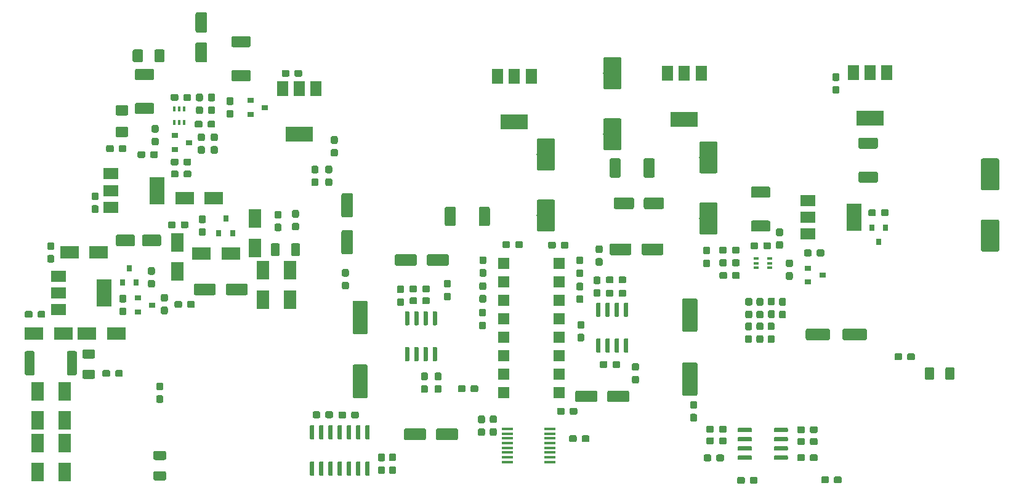
<source format=gtp>
%TF.GenerationSoftware,KiCad,Pcbnew,(5.1.4)-1*%
%TF.CreationDate,2020-04-20T22:06:07-04:00*%
%TF.ProjectId,AAMB,41414d42-2e6b-4696-9361-645f70636258,rev?*%
%TF.SameCoordinates,Original*%
%TF.FileFunction,Paste,Top*%
%TF.FilePolarity,Positive*%
%FSLAX46Y46*%
G04 Gerber Fmt 4.6, Leading zero omitted, Abs format (unit mm)*
G04 Created by KiCad (PCBNEW (5.1.4)-1) date 2020-04-20 22:06:07*
%MOMM*%
%LPD*%
G04 APERTURE LIST*
%ADD10C,0.100000*%
%ADD11C,0.950000*%
%ADD12C,2.100000*%
%ADD13C,1.425000*%
%ADD14C,1.350000*%
%ADD15R,0.800000X0.900000*%
%ADD16R,1.500000X2.000000*%
%ADD17R,3.800000X2.000000*%
%ADD18R,2.000000X1.500000*%
%ADD19R,2.000000X3.800000*%
%ADD20R,0.900000X0.800000*%
%ADD21R,0.650000X0.400000*%
%ADD22R,0.400000X0.650000*%
%ADD23C,2.500000*%
%ADD24C,1.600000*%
%ADD25C,1.250000*%
%ADD26R,1.800000X2.500000*%
%ADD27R,2.500000X1.800000*%
%ADD28C,0.600000*%
%ADD29R,1.600000X1.600000*%
%ADD30R,1.500000X0.450000*%
%ADD31C,1.525000*%
G04 APERTURE END LIST*
D10*
G36*
X162058779Y-103072644D02*
G01*
X162081834Y-103076063D01*
X162104443Y-103081727D01*
X162126387Y-103089579D01*
X162147457Y-103099544D01*
X162167448Y-103111526D01*
X162186168Y-103125410D01*
X162203438Y-103141062D01*
X162219090Y-103158332D01*
X162232974Y-103177052D01*
X162244956Y-103197043D01*
X162254921Y-103218113D01*
X162262773Y-103240057D01*
X162268437Y-103262666D01*
X162271856Y-103285721D01*
X162273000Y-103309000D01*
X162273000Y-103884000D01*
X162271856Y-103907279D01*
X162268437Y-103930334D01*
X162262773Y-103952943D01*
X162254921Y-103974887D01*
X162244956Y-103995957D01*
X162232974Y-104015948D01*
X162219090Y-104034668D01*
X162203438Y-104051938D01*
X162186168Y-104067590D01*
X162167448Y-104081474D01*
X162147457Y-104093456D01*
X162126387Y-104103421D01*
X162104443Y-104111273D01*
X162081834Y-104116937D01*
X162058779Y-104120356D01*
X162035500Y-104121500D01*
X161560500Y-104121500D01*
X161537221Y-104120356D01*
X161514166Y-104116937D01*
X161491557Y-104111273D01*
X161469613Y-104103421D01*
X161448543Y-104093456D01*
X161428552Y-104081474D01*
X161409832Y-104067590D01*
X161392562Y-104051938D01*
X161376910Y-104034668D01*
X161363026Y-104015948D01*
X161351044Y-103995957D01*
X161341079Y-103974887D01*
X161333227Y-103952943D01*
X161327563Y-103930334D01*
X161324144Y-103907279D01*
X161323000Y-103884000D01*
X161323000Y-103309000D01*
X161324144Y-103285721D01*
X161327563Y-103262666D01*
X161333227Y-103240057D01*
X161341079Y-103218113D01*
X161351044Y-103197043D01*
X161363026Y-103177052D01*
X161376910Y-103158332D01*
X161392562Y-103141062D01*
X161409832Y-103125410D01*
X161428552Y-103111526D01*
X161448543Y-103099544D01*
X161469613Y-103089579D01*
X161491557Y-103081727D01*
X161514166Y-103076063D01*
X161537221Y-103072644D01*
X161560500Y-103071500D01*
X162035500Y-103071500D01*
X162058779Y-103072644D01*
X162058779Y-103072644D01*
G37*
D11*
X161798000Y-103596500D03*
D10*
G36*
X162058779Y-104822644D02*
G01*
X162081834Y-104826063D01*
X162104443Y-104831727D01*
X162126387Y-104839579D01*
X162147457Y-104849544D01*
X162167448Y-104861526D01*
X162186168Y-104875410D01*
X162203438Y-104891062D01*
X162219090Y-104908332D01*
X162232974Y-104927052D01*
X162244956Y-104947043D01*
X162254921Y-104968113D01*
X162262773Y-104990057D01*
X162268437Y-105012666D01*
X162271856Y-105035721D01*
X162273000Y-105059000D01*
X162273000Y-105634000D01*
X162271856Y-105657279D01*
X162268437Y-105680334D01*
X162262773Y-105702943D01*
X162254921Y-105724887D01*
X162244956Y-105745957D01*
X162232974Y-105765948D01*
X162219090Y-105784668D01*
X162203438Y-105801938D01*
X162186168Y-105817590D01*
X162167448Y-105831474D01*
X162147457Y-105843456D01*
X162126387Y-105853421D01*
X162104443Y-105861273D01*
X162081834Y-105866937D01*
X162058779Y-105870356D01*
X162035500Y-105871500D01*
X161560500Y-105871500D01*
X161537221Y-105870356D01*
X161514166Y-105866937D01*
X161491557Y-105861273D01*
X161469613Y-105853421D01*
X161448543Y-105843456D01*
X161428552Y-105831474D01*
X161409832Y-105817590D01*
X161392562Y-105801938D01*
X161376910Y-105784668D01*
X161363026Y-105765948D01*
X161351044Y-105745957D01*
X161341079Y-105724887D01*
X161333227Y-105702943D01*
X161327563Y-105680334D01*
X161324144Y-105657279D01*
X161323000Y-105634000D01*
X161323000Y-105059000D01*
X161324144Y-105035721D01*
X161327563Y-105012666D01*
X161333227Y-104990057D01*
X161341079Y-104968113D01*
X161351044Y-104947043D01*
X161363026Y-104927052D01*
X161376910Y-104908332D01*
X161392562Y-104891062D01*
X161409832Y-104875410D01*
X161428552Y-104861526D01*
X161448543Y-104849544D01*
X161469613Y-104839579D01*
X161491557Y-104831727D01*
X161514166Y-104826063D01*
X161537221Y-104822644D01*
X161560500Y-104821500D01*
X162035500Y-104821500D01*
X162058779Y-104822644D01*
X162058779Y-104822644D01*
G37*
D11*
X161798000Y-105346500D03*
D10*
G36*
X116775504Y-89249704D02*
G01*
X116799773Y-89253304D01*
X116823571Y-89259265D01*
X116846671Y-89267530D01*
X116868849Y-89278020D01*
X116889893Y-89290633D01*
X116909598Y-89305247D01*
X116927777Y-89321723D01*
X116944253Y-89339902D01*
X116958867Y-89359607D01*
X116971480Y-89380651D01*
X116981970Y-89402829D01*
X116990235Y-89425929D01*
X116996196Y-89449727D01*
X116999796Y-89473996D01*
X117001000Y-89498500D01*
X117001000Y-93598500D01*
X116999796Y-93623004D01*
X116996196Y-93647273D01*
X116990235Y-93671071D01*
X116981970Y-93694171D01*
X116971480Y-93716349D01*
X116958867Y-93737393D01*
X116944253Y-93757098D01*
X116927777Y-93775277D01*
X116909598Y-93791753D01*
X116889893Y-93806367D01*
X116868849Y-93818980D01*
X116846671Y-93829470D01*
X116823571Y-93837735D01*
X116799773Y-93843696D01*
X116775504Y-93847296D01*
X116751000Y-93848500D01*
X115151000Y-93848500D01*
X115126496Y-93847296D01*
X115102227Y-93843696D01*
X115078429Y-93837735D01*
X115055329Y-93829470D01*
X115033151Y-93818980D01*
X115012107Y-93806367D01*
X114992402Y-93791753D01*
X114974223Y-93775277D01*
X114957747Y-93757098D01*
X114943133Y-93737393D01*
X114930520Y-93716349D01*
X114920030Y-93694171D01*
X114911765Y-93671071D01*
X114905804Y-93647273D01*
X114902204Y-93623004D01*
X114901000Y-93598500D01*
X114901000Y-89498500D01*
X114902204Y-89473996D01*
X114905804Y-89449727D01*
X114911765Y-89425929D01*
X114920030Y-89402829D01*
X114930520Y-89380651D01*
X114943133Y-89359607D01*
X114957747Y-89339902D01*
X114974223Y-89321723D01*
X114992402Y-89305247D01*
X115012107Y-89290633D01*
X115033151Y-89278020D01*
X115055329Y-89267530D01*
X115078429Y-89259265D01*
X115102227Y-89253304D01*
X115126496Y-89249704D01*
X115151000Y-89248500D01*
X116751000Y-89248500D01*
X116775504Y-89249704D01*
X116775504Y-89249704D01*
G37*
D12*
X115951000Y-91548500D03*
D10*
G36*
X116775504Y-98049704D02*
G01*
X116799773Y-98053304D01*
X116823571Y-98059265D01*
X116846671Y-98067530D01*
X116868849Y-98078020D01*
X116889893Y-98090633D01*
X116909598Y-98105247D01*
X116927777Y-98121723D01*
X116944253Y-98139902D01*
X116958867Y-98159607D01*
X116971480Y-98180651D01*
X116981970Y-98202829D01*
X116990235Y-98225929D01*
X116996196Y-98249727D01*
X116999796Y-98273996D01*
X117001000Y-98298500D01*
X117001000Y-102398500D01*
X116999796Y-102423004D01*
X116996196Y-102447273D01*
X116990235Y-102471071D01*
X116981970Y-102494171D01*
X116971480Y-102516349D01*
X116958867Y-102537393D01*
X116944253Y-102557098D01*
X116927777Y-102575277D01*
X116909598Y-102591753D01*
X116889893Y-102606367D01*
X116868849Y-102618980D01*
X116846671Y-102629470D01*
X116823571Y-102637735D01*
X116799773Y-102643696D01*
X116775504Y-102647296D01*
X116751000Y-102648500D01*
X115151000Y-102648500D01*
X115126496Y-102647296D01*
X115102227Y-102643696D01*
X115078429Y-102637735D01*
X115055329Y-102629470D01*
X115033151Y-102618980D01*
X115012107Y-102606367D01*
X114992402Y-102591753D01*
X114974223Y-102575277D01*
X114957747Y-102557098D01*
X114943133Y-102537393D01*
X114930520Y-102516349D01*
X114920030Y-102494171D01*
X114911765Y-102471071D01*
X114905804Y-102447273D01*
X114902204Y-102423004D01*
X114901000Y-102398500D01*
X114901000Y-98298500D01*
X114902204Y-98273996D01*
X114905804Y-98249727D01*
X114911765Y-98225929D01*
X114920030Y-98202829D01*
X114930520Y-98180651D01*
X114943133Y-98159607D01*
X114957747Y-98139902D01*
X114974223Y-98121723D01*
X114992402Y-98105247D01*
X115012107Y-98090633D01*
X115033151Y-98078020D01*
X115055329Y-98067530D01*
X115078429Y-98059265D01*
X115102227Y-98053304D01*
X115126496Y-98049704D01*
X115151000Y-98048500D01*
X116751000Y-98048500D01*
X116775504Y-98049704D01*
X116775504Y-98049704D01*
G37*
D12*
X115951000Y-100348500D03*
D10*
G36*
X126919779Y-99142644D02*
G01*
X126942834Y-99146063D01*
X126965443Y-99151727D01*
X126987387Y-99159579D01*
X127008457Y-99169544D01*
X127028448Y-99181526D01*
X127047168Y-99195410D01*
X127064438Y-99211062D01*
X127080090Y-99228332D01*
X127093974Y-99247052D01*
X127105956Y-99267043D01*
X127115921Y-99288113D01*
X127123773Y-99310057D01*
X127129437Y-99332666D01*
X127132856Y-99355721D01*
X127134000Y-99379000D01*
X127134000Y-99954000D01*
X127132856Y-99977279D01*
X127129437Y-100000334D01*
X127123773Y-100022943D01*
X127115921Y-100044887D01*
X127105956Y-100065957D01*
X127093974Y-100085948D01*
X127080090Y-100104668D01*
X127064438Y-100121938D01*
X127047168Y-100137590D01*
X127028448Y-100151474D01*
X127008457Y-100163456D01*
X126987387Y-100173421D01*
X126965443Y-100181273D01*
X126942834Y-100186937D01*
X126919779Y-100190356D01*
X126896500Y-100191500D01*
X126421500Y-100191500D01*
X126398221Y-100190356D01*
X126375166Y-100186937D01*
X126352557Y-100181273D01*
X126330613Y-100173421D01*
X126309543Y-100163456D01*
X126289552Y-100151474D01*
X126270832Y-100137590D01*
X126253562Y-100121938D01*
X126237910Y-100104668D01*
X126224026Y-100085948D01*
X126212044Y-100065957D01*
X126202079Y-100044887D01*
X126194227Y-100022943D01*
X126188563Y-100000334D01*
X126185144Y-99977279D01*
X126184000Y-99954000D01*
X126184000Y-99379000D01*
X126185144Y-99355721D01*
X126188563Y-99332666D01*
X126194227Y-99310057D01*
X126202079Y-99288113D01*
X126212044Y-99267043D01*
X126224026Y-99247052D01*
X126237910Y-99228332D01*
X126253562Y-99211062D01*
X126270832Y-99195410D01*
X126289552Y-99181526D01*
X126309543Y-99169544D01*
X126330613Y-99159579D01*
X126352557Y-99151727D01*
X126375166Y-99146063D01*
X126398221Y-99142644D01*
X126421500Y-99141500D01*
X126896500Y-99141500D01*
X126919779Y-99142644D01*
X126919779Y-99142644D01*
G37*
D11*
X126659000Y-99666500D03*
D10*
G36*
X126919779Y-100892644D02*
G01*
X126942834Y-100896063D01*
X126965443Y-100901727D01*
X126987387Y-100909579D01*
X127008457Y-100919544D01*
X127028448Y-100931526D01*
X127047168Y-100945410D01*
X127064438Y-100961062D01*
X127080090Y-100978332D01*
X127093974Y-100997052D01*
X127105956Y-101017043D01*
X127115921Y-101038113D01*
X127123773Y-101060057D01*
X127129437Y-101082666D01*
X127132856Y-101105721D01*
X127134000Y-101129000D01*
X127134000Y-101704000D01*
X127132856Y-101727279D01*
X127129437Y-101750334D01*
X127123773Y-101772943D01*
X127115921Y-101794887D01*
X127105956Y-101815957D01*
X127093974Y-101835948D01*
X127080090Y-101854668D01*
X127064438Y-101871938D01*
X127047168Y-101887590D01*
X127028448Y-101901474D01*
X127008457Y-101913456D01*
X126987387Y-101923421D01*
X126965443Y-101931273D01*
X126942834Y-101936937D01*
X126919779Y-101940356D01*
X126896500Y-101941500D01*
X126421500Y-101941500D01*
X126398221Y-101940356D01*
X126375166Y-101936937D01*
X126352557Y-101931273D01*
X126330613Y-101923421D01*
X126309543Y-101913456D01*
X126289552Y-101901474D01*
X126270832Y-101887590D01*
X126253562Y-101871938D01*
X126237910Y-101854668D01*
X126224026Y-101835948D01*
X126212044Y-101815957D01*
X126202079Y-101794887D01*
X126194227Y-101772943D01*
X126188563Y-101750334D01*
X126185144Y-101727279D01*
X126184000Y-101704000D01*
X126184000Y-101129000D01*
X126185144Y-101105721D01*
X126188563Y-101082666D01*
X126194227Y-101060057D01*
X126202079Y-101038113D01*
X126212044Y-101017043D01*
X126224026Y-100997052D01*
X126237910Y-100978332D01*
X126253562Y-100961062D01*
X126270832Y-100945410D01*
X126289552Y-100931526D01*
X126309543Y-100919544D01*
X126330613Y-100909579D01*
X126352557Y-100901727D01*
X126375166Y-100896063D01*
X126398221Y-100892644D01*
X126421500Y-100891500D01*
X126896500Y-100891500D01*
X126919779Y-100892644D01*
X126919779Y-100892644D01*
G37*
D11*
X126659000Y-101416500D03*
D10*
G36*
X121749779Y-87167644D02*
G01*
X121772834Y-87171063D01*
X121795443Y-87176727D01*
X121817387Y-87184579D01*
X121838457Y-87194544D01*
X121858448Y-87206526D01*
X121877168Y-87220410D01*
X121894438Y-87236062D01*
X121910090Y-87253332D01*
X121923974Y-87272052D01*
X121935956Y-87292043D01*
X121945921Y-87313113D01*
X121953773Y-87335057D01*
X121959437Y-87357666D01*
X121962856Y-87380721D01*
X121964000Y-87404000D01*
X121964000Y-87979000D01*
X121962856Y-88002279D01*
X121959437Y-88025334D01*
X121953773Y-88047943D01*
X121945921Y-88069887D01*
X121935956Y-88090957D01*
X121923974Y-88110948D01*
X121910090Y-88129668D01*
X121894438Y-88146938D01*
X121877168Y-88162590D01*
X121858448Y-88176474D01*
X121838457Y-88188456D01*
X121817387Y-88198421D01*
X121795443Y-88206273D01*
X121772834Y-88211937D01*
X121749779Y-88215356D01*
X121726500Y-88216500D01*
X121251500Y-88216500D01*
X121228221Y-88215356D01*
X121205166Y-88211937D01*
X121182557Y-88206273D01*
X121160613Y-88198421D01*
X121139543Y-88188456D01*
X121119552Y-88176474D01*
X121100832Y-88162590D01*
X121083562Y-88146938D01*
X121067910Y-88129668D01*
X121054026Y-88110948D01*
X121042044Y-88090957D01*
X121032079Y-88069887D01*
X121024227Y-88047943D01*
X121018563Y-88025334D01*
X121015144Y-88002279D01*
X121014000Y-87979000D01*
X121014000Y-87404000D01*
X121015144Y-87380721D01*
X121018563Y-87357666D01*
X121024227Y-87335057D01*
X121032079Y-87313113D01*
X121042044Y-87292043D01*
X121054026Y-87272052D01*
X121067910Y-87253332D01*
X121083562Y-87236062D01*
X121100832Y-87220410D01*
X121119552Y-87206526D01*
X121139543Y-87194544D01*
X121160613Y-87184579D01*
X121182557Y-87176727D01*
X121205166Y-87171063D01*
X121228221Y-87167644D01*
X121251500Y-87166500D01*
X121726500Y-87166500D01*
X121749779Y-87167644D01*
X121749779Y-87167644D01*
G37*
D11*
X121489000Y-87691500D03*
D10*
G36*
X121749779Y-88917644D02*
G01*
X121772834Y-88921063D01*
X121795443Y-88926727D01*
X121817387Y-88934579D01*
X121838457Y-88944544D01*
X121858448Y-88956526D01*
X121877168Y-88970410D01*
X121894438Y-88986062D01*
X121910090Y-89003332D01*
X121923974Y-89022052D01*
X121935956Y-89042043D01*
X121945921Y-89063113D01*
X121953773Y-89085057D01*
X121959437Y-89107666D01*
X121962856Y-89130721D01*
X121964000Y-89154000D01*
X121964000Y-89729000D01*
X121962856Y-89752279D01*
X121959437Y-89775334D01*
X121953773Y-89797943D01*
X121945921Y-89819887D01*
X121935956Y-89840957D01*
X121923974Y-89860948D01*
X121910090Y-89879668D01*
X121894438Y-89896938D01*
X121877168Y-89912590D01*
X121858448Y-89926474D01*
X121838457Y-89938456D01*
X121817387Y-89948421D01*
X121795443Y-89956273D01*
X121772834Y-89961937D01*
X121749779Y-89965356D01*
X121726500Y-89966500D01*
X121251500Y-89966500D01*
X121228221Y-89965356D01*
X121205166Y-89961937D01*
X121182557Y-89956273D01*
X121160613Y-89948421D01*
X121139543Y-89938456D01*
X121119552Y-89926474D01*
X121100832Y-89912590D01*
X121083562Y-89896938D01*
X121067910Y-89879668D01*
X121054026Y-89860948D01*
X121042044Y-89840957D01*
X121032079Y-89819887D01*
X121024227Y-89797943D01*
X121018563Y-89775334D01*
X121015144Y-89752279D01*
X121014000Y-89729000D01*
X121014000Y-89154000D01*
X121015144Y-89130721D01*
X121018563Y-89107666D01*
X121024227Y-89085057D01*
X121032079Y-89063113D01*
X121042044Y-89042043D01*
X121054026Y-89022052D01*
X121067910Y-89003332D01*
X121083562Y-88986062D01*
X121100832Y-88970410D01*
X121119552Y-88956526D01*
X121139543Y-88944544D01*
X121160613Y-88934579D01*
X121182557Y-88926727D01*
X121205166Y-88921063D01*
X121228221Y-88917644D01*
X121251500Y-88916500D01*
X121726500Y-88916500D01*
X121749779Y-88917644D01*
X121749779Y-88917644D01*
G37*
D11*
X121489000Y-89441500D03*
D10*
G36*
X83834504Y-62344204D02*
G01*
X83858773Y-62347804D01*
X83882571Y-62353765D01*
X83905671Y-62362030D01*
X83927849Y-62372520D01*
X83948893Y-62385133D01*
X83968598Y-62399747D01*
X83986777Y-62416223D01*
X84003253Y-62434402D01*
X84017867Y-62454107D01*
X84030480Y-62475151D01*
X84040970Y-62497329D01*
X84049235Y-62520429D01*
X84055196Y-62544227D01*
X84058796Y-62568496D01*
X84060000Y-62593000D01*
X84060000Y-63518000D01*
X84058796Y-63542504D01*
X84055196Y-63566773D01*
X84049235Y-63590571D01*
X84040970Y-63613671D01*
X84030480Y-63635849D01*
X84017867Y-63656893D01*
X84003253Y-63676598D01*
X83986777Y-63694777D01*
X83968598Y-63711253D01*
X83948893Y-63725867D01*
X83927849Y-63738480D01*
X83905671Y-63748970D01*
X83882571Y-63757235D01*
X83858773Y-63763196D01*
X83834504Y-63766796D01*
X83810000Y-63768000D01*
X82560000Y-63768000D01*
X82535496Y-63766796D01*
X82511227Y-63763196D01*
X82487429Y-63757235D01*
X82464329Y-63748970D01*
X82442151Y-63738480D01*
X82421107Y-63725867D01*
X82401402Y-63711253D01*
X82383223Y-63694777D01*
X82366747Y-63676598D01*
X82352133Y-63656893D01*
X82339520Y-63635849D01*
X82329030Y-63613671D01*
X82320765Y-63590571D01*
X82314804Y-63566773D01*
X82311204Y-63542504D01*
X82310000Y-63518000D01*
X82310000Y-62593000D01*
X82311204Y-62568496D01*
X82314804Y-62544227D01*
X82320765Y-62520429D01*
X82329030Y-62497329D01*
X82339520Y-62475151D01*
X82352133Y-62454107D01*
X82366747Y-62434402D01*
X82383223Y-62416223D01*
X82401402Y-62399747D01*
X82421107Y-62385133D01*
X82442151Y-62372520D01*
X82464329Y-62362030D01*
X82487429Y-62353765D01*
X82511227Y-62347804D01*
X82535496Y-62344204D01*
X82560000Y-62343000D01*
X83810000Y-62343000D01*
X83834504Y-62344204D01*
X83834504Y-62344204D01*
G37*
D13*
X83185000Y-63055500D03*
D10*
G36*
X83834504Y-65319204D02*
G01*
X83858773Y-65322804D01*
X83882571Y-65328765D01*
X83905671Y-65337030D01*
X83927849Y-65347520D01*
X83948893Y-65360133D01*
X83968598Y-65374747D01*
X83986777Y-65391223D01*
X84003253Y-65409402D01*
X84017867Y-65429107D01*
X84030480Y-65450151D01*
X84040970Y-65472329D01*
X84049235Y-65495429D01*
X84055196Y-65519227D01*
X84058796Y-65543496D01*
X84060000Y-65568000D01*
X84060000Y-66493000D01*
X84058796Y-66517504D01*
X84055196Y-66541773D01*
X84049235Y-66565571D01*
X84040970Y-66588671D01*
X84030480Y-66610849D01*
X84017867Y-66631893D01*
X84003253Y-66651598D01*
X83986777Y-66669777D01*
X83968598Y-66686253D01*
X83948893Y-66700867D01*
X83927849Y-66713480D01*
X83905671Y-66723970D01*
X83882571Y-66732235D01*
X83858773Y-66738196D01*
X83834504Y-66741796D01*
X83810000Y-66743000D01*
X82560000Y-66743000D01*
X82535496Y-66741796D01*
X82511227Y-66738196D01*
X82487429Y-66732235D01*
X82464329Y-66723970D01*
X82442151Y-66713480D01*
X82421107Y-66700867D01*
X82401402Y-66686253D01*
X82383223Y-66669777D01*
X82366747Y-66651598D01*
X82352133Y-66631893D01*
X82339520Y-66610849D01*
X82329030Y-66588671D01*
X82320765Y-66565571D01*
X82314804Y-66541773D01*
X82311204Y-66517504D01*
X82310000Y-66493000D01*
X82310000Y-65568000D01*
X82311204Y-65543496D01*
X82314804Y-65519227D01*
X82320765Y-65495429D01*
X82329030Y-65472329D01*
X82339520Y-65450151D01*
X82352133Y-65429107D01*
X82366747Y-65409402D01*
X82383223Y-65391223D01*
X82401402Y-65374747D01*
X82421107Y-65360133D01*
X82442151Y-65347520D01*
X82464329Y-65337030D01*
X82487429Y-65328765D01*
X82511227Y-65322804D01*
X82535496Y-65319204D01*
X82560000Y-65318000D01*
X83810000Y-65318000D01*
X83834504Y-65319204D01*
X83834504Y-65319204D01*
G37*
D13*
X83185000Y-66030500D03*
D10*
G36*
X88842504Y-54688704D02*
G01*
X88866773Y-54692304D01*
X88890571Y-54698265D01*
X88913671Y-54706530D01*
X88935849Y-54717020D01*
X88956893Y-54729633D01*
X88976598Y-54744247D01*
X88994777Y-54760723D01*
X89011253Y-54778902D01*
X89025867Y-54798607D01*
X89038480Y-54819651D01*
X89048970Y-54841829D01*
X89057235Y-54864929D01*
X89063196Y-54888727D01*
X89066796Y-54912996D01*
X89068000Y-54937500D01*
X89068000Y-56187500D01*
X89066796Y-56212004D01*
X89063196Y-56236273D01*
X89057235Y-56260071D01*
X89048970Y-56283171D01*
X89038480Y-56305349D01*
X89025867Y-56326393D01*
X89011253Y-56346098D01*
X88994777Y-56364277D01*
X88976598Y-56380753D01*
X88956893Y-56395367D01*
X88935849Y-56407980D01*
X88913671Y-56418470D01*
X88890571Y-56426735D01*
X88866773Y-56432696D01*
X88842504Y-56436296D01*
X88818000Y-56437500D01*
X87893000Y-56437500D01*
X87868496Y-56436296D01*
X87844227Y-56432696D01*
X87820429Y-56426735D01*
X87797329Y-56418470D01*
X87775151Y-56407980D01*
X87754107Y-56395367D01*
X87734402Y-56380753D01*
X87716223Y-56364277D01*
X87699747Y-56346098D01*
X87685133Y-56326393D01*
X87672520Y-56305349D01*
X87662030Y-56283171D01*
X87653765Y-56260071D01*
X87647804Y-56236273D01*
X87644204Y-56212004D01*
X87643000Y-56187500D01*
X87643000Y-54937500D01*
X87644204Y-54912996D01*
X87647804Y-54888727D01*
X87653765Y-54864929D01*
X87662030Y-54841829D01*
X87672520Y-54819651D01*
X87685133Y-54798607D01*
X87699747Y-54778902D01*
X87716223Y-54760723D01*
X87734402Y-54744247D01*
X87754107Y-54729633D01*
X87775151Y-54717020D01*
X87797329Y-54706530D01*
X87820429Y-54698265D01*
X87844227Y-54692304D01*
X87868496Y-54688704D01*
X87893000Y-54687500D01*
X88818000Y-54687500D01*
X88842504Y-54688704D01*
X88842504Y-54688704D01*
G37*
D13*
X88355500Y-55562500D03*
D10*
G36*
X85867504Y-54688704D02*
G01*
X85891773Y-54692304D01*
X85915571Y-54698265D01*
X85938671Y-54706530D01*
X85960849Y-54717020D01*
X85981893Y-54729633D01*
X86001598Y-54744247D01*
X86019777Y-54760723D01*
X86036253Y-54778902D01*
X86050867Y-54798607D01*
X86063480Y-54819651D01*
X86073970Y-54841829D01*
X86082235Y-54864929D01*
X86088196Y-54888727D01*
X86091796Y-54912996D01*
X86093000Y-54937500D01*
X86093000Y-56187500D01*
X86091796Y-56212004D01*
X86088196Y-56236273D01*
X86082235Y-56260071D01*
X86073970Y-56283171D01*
X86063480Y-56305349D01*
X86050867Y-56326393D01*
X86036253Y-56346098D01*
X86019777Y-56364277D01*
X86001598Y-56380753D01*
X85981893Y-56395367D01*
X85960849Y-56407980D01*
X85938671Y-56418470D01*
X85915571Y-56426735D01*
X85891773Y-56432696D01*
X85867504Y-56436296D01*
X85843000Y-56437500D01*
X84918000Y-56437500D01*
X84893496Y-56436296D01*
X84869227Y-56432696D01*
X84845429Y-56426735D01*
X84822329Y-56418470D01*
X84800151Y-56407980D01*
X84779107Y-56395367D01*
X84759402Y-56380753D01*
X84741223Y-56364277D01*
X84724747Y-56346098D01*
X84710133Y-56326393D01*
X84697520Y-56305349D01*
X84687030Y-56283171D01*
X84678765Y-56260071D01*
X84672804Y-56236273D01*
X84669204Y-56212004D01*
X84668000Y-56187500D01*
X84668000Y-54937500D01*
X84669204Y-54912996D01*
X84672804Y-54888727D01*
X84678765Y-54864929D01*
X84687030Y-54841829D01*
X84697520Y-54819651D01*
X84710133Y-54798607D01*
X84724747Y-54778902D01*
X84741223Y-54760723D01*
X84759402Y-54744247D01*
X84779107Y-54729633D01*
X84800151Y-54717020D01*
X84822329Y-54706530D01*
X84845429Y-54698265D01*
X84869227Y-54692304D01*
X84893496Y-54688704D01*
X84918000Y-54687500D01*
X85843000Y-54687500D01*
X85867504Y-54688704D01*
X85867504Y-54688704D01*
G37*
D13*
X85380500Y-55562500D03*
D10*
G36*
X76755505Y-96179704D02*
G01*
X76779773Y-96183304D01*
X76803572Y-96189265D01*
X76826671Y-96197530D01*
X76848850Y-96208020D01*
X76869893Y-96220632D01*
X76889599Y-96235247D01*
X76907777Y-96251723D01*
X76924253Y-96269901D01*
X76938868Y-96289607D01*
X76951480Y-96310650D01*
X76961970Y-96332829D01*
X76970235Y-96355928D01*
X76976196Y-96379727D01*
X76979796Y-96403995D01*
X76981000Y-96428499D01*
X76981000Y-99278501D01*
X76979796Y-99303005D01*
X76976196Y-99327273D01*
X76970235Y-99351072D01*
X76961970Y-99374171D01*
X76951480Y-99396350D01*
X76938868Y-99417393D01*
X76924253Y-99437099D01*
X76907777Y-99455277D01*
X76889599Y-99471753D01*
X76869893Y-99486368D01*
X76848850Y-99498980D01*
X76826671Y-99509470D01*
X76803572Y-99517735D01*
X76779773Y-99523696D01*
X76755505Y-99527296D01*
X76731001Y-99528500D01*
X75880999Y-99528500D01*
X75856495Y-99527296D01*
X75832227Y-99523696D01*
X75808428Y-99517735D01*
X75785329Y-99509470D01*
X75763150Y-99498980D01*
X75742107Y-99486368D01*
X75722401Y-99471753D01*
X75704223Y-99455277D01*
X75687747Y-99437099D01*
X75673132Y-99417393D01*
X75660520Y-99396350D01*
X75650030Y-99374171D01*
X75641765Y-99351072D01*
X75635804Y-99327273D01*
X75632204Y-99303005D01*
X75631000Y-99278501D01*
X75631000Y-96428499D01*
X75632204Y-96403995D01*
X75635804Y-96379727D01*
X75641765Y-96355928D01*
X75650030Y-96332829D01*
X75660520Y-96310650D01*
X75673132Y-96289607D01*
X75687747Y-96269901D01*
X75704223Y-96251723D01*
X75722401Y-96235247D01*
X75742107Y-96220632D01*
X75763150Y-96208020D01*
X75785329Y-96197530D01*
X75808428Y-96189265D01*
X75832227Y-96183304D01*
X75856495Y-96179704D01*
X75880999Y-96178500D01*
X76731001Y-96178500D01*
X76755505Y-96179704D01*
X76755505Y-96179704D01*
G37*
D14*
X76306000Y-97853500D03*
D10*
G36*
X70955505Y-96179704D02*
G01*
X70979773Y-96183304D01*
X71003572Y-96189265D01*
X71026671Y-96197530D01*
X71048850Y-96208020D01*
X71069893Y-96220632D01*
X71089599Y-96235247D01*
X71107777Y-96251723D01*
X71124253Y-96269901D01*
X71138868Y-96289607D01*
X71151480Y-96310650D01*
X71161970Y-96332829D01*
X71170235Y-96355928D01*
X71176196Y-96379727D01*
X71179796Y-96403995D01*
X71181000Y-96428499D01*
X71181000Y-99278501D01*
X71179796Y-99303005D01*
X71176196Y-99327273D01*
X71170235Y-99351072D01*
X71161970Y-99374171D01*
X71151480Y-99396350D01*
X71138868Y-99417393D01*
X71124253Y-99437099D01*
X71107777Y-99455277D01*
X71089599Y-99471753D01*
X71069893Y-99486368D01*
X71048850Y-99498980D01*
X71026671Y-99509470D01*
X71003572Y-99517735D01*
X70979773Y-99523696D01*
X70955505Y-99527296D01*
X70931001Y-99528500D01*
X70080999Y-99528500D01*
X70056495Y-99527296D01*
X70032227Y-99523696D01*
X70008428Y-99517735D01*
X69985329Y-99509470D01*
X69963150Y-99498980D01*
X69942107Y-99486368D01*
X69922401Y-99471753D01*
X69904223Y-99455277D01*
X69887747Y-99437099D01*
X69873132Y-99417393D01*
X69860520Y-99396350D01*
X69850030Y-99374171D01*
X69841765Y-99351072D01*
X69835804Y-99327273D01*
X69832204Y-99303005D01*
X69831000Y-99278501D01*
X69831000Y-96428499D01*
X69832204Y-96403995D01*
X69835804Y-96379727D01*
X69841765Y-96355928D01*
X69850030Y-96332829D01*
X69860520Y-96310650D01*
X69873132Y-96289607D01*
X69887747Y-96269901D01*
X69904223Y-96251723D01*
X69922401Y-96235247D01*
X69942107Y-96220632D01*
X69963150Y-96208020D01*
X69985329Y-96197530D01*
X70008428Y-96189265D01*
X70032227Y-96183304D01*
X70056495Y-96179704D01*
X70080999Y-96178500D01*
X70931001Y-96178500D01*
X70955505Y-96179704D01*
X70955505Y-96179704D01*
G37*
D14*
X70506000Y-97853500D03*
D15*
X187264000Y-81184500D03*
X186314000Y-79184500D03*
X188214000Y-79184500D03*
D16*
X162828000Y-58000500D03*
X158228000Y-58000500D03*
X160528000Y-58000500D03*
D17*
X160528000Y-64300500D03*
D16*
X188355000Y-57873500D03*
X183755000Y-57873500D03*
X186055000Y-57873500D03*
D17*
X186055000Y-64173500D03*
D18*
X177533000Y-75462500D03*
X177533000Y-80062500D03*
X177533000Y-77762500D03*
D19*
X183833000Y-77762500D03*
D20*
X179543000Y-85752500D03*
X177543000Y-86702500D03*
X177543000Y-84802500D03*
X102870000Y-62674500D03*
X100870000Y-63624500D03*
X100870000Y-61724500D03*
D16*
X109869000Y-60057500D03*
X105269000Y-60057500D03*
X107569000Y-60057500D03*
D17*
X107569000Y-66357500D03*
D16*
X139460000Y-58381500D03*
X134860000Y-58381500D03*
X137160000Y-58381500D03*
D17*
X137160000Y-64681500D03*
D18*
X81686000Y-71804500D03*
X81686000Y-76404500D03*
X81686000Y-74104500D03*
D19*
X87986000Y-74104500D03*
D20*
X92440000Y-67500500D03*
X90440000Y-68450500D03*
X90440000Y-66550500D03*
D18*
X74447000Y-85901500D03*
X74447000Y-90501500D03*
X74447000Y-88201500D03*
D19*
X80747000Y-88201500D03*
D15*
X84201000Y-84788500D03*
X85151000Y-86788500D03*
X83251000Y-86788500D03*
X97475000Y-77946500D03*
X98425000Y-79946500D03*
X96525000Y-79946500D03*
D21*
X170403000Y-84742500D03*
X170403000Y-83442500D03*
X172303000Y-84092500D03*
X170403000Y-84092500D03*
X172303000Y-83442500D03*
X172303000Y-84742500D03*
D22*
X90409000Y-62867500D03*
X91709000Y-62867500D03*
X91059000Y-64767500D03*
X91059000Y-62867500D03*
X91709000Y-64767500D03*
X90409000Y-64767500D03*
D20*
X87360000Y-89852500D03*
X85360000Y-90802500D03*
X85360000Y-88902500D03*
D10*
G36*
X172753779Y-88828644D02*
G01*
X172776834Y-88832063D01*
X172799443Y-88837727D01*
X172821387Y-88845579D01*
X172842457Y-88855544D01*
X172862448Y-88867526D01*
X172881168Y-88881410D01*
X172898438Y-88897062D01*
X172914090Y-88914332D01*
X172927974Y-88933052D01*
X172939956Y-88953043D01*
X172949921Y-88974113D01*
X172957773Y-88996057D01*
X172963437Y-89018666D01*
X172966856Y-89041721D01*
X172968000Y-89065000D01*
X172968000Y-89640000D01*
X172966856Y-89663279D01*
X172963437Y-89686334D01*
X172957773Y-89708943D01*
X172949921Y-89730887D01*
X172939956Y-89751957D01*
X172927974Y-89771948D01*
X172914090Y-89790668D01*
X172898438Y-89807938D01*
X172881168Y-89823590D01*
X172862448Y-89837474D01*
X172842457Y-89849456D01*
X172821387Y-89859421D01*
X172799443Y-89867273D01*
X172776834Y-89872937D01*
X172753779Y-89876356D01*
X172730500Y-89877500D01*
X172255500Y-89877500D01*
X172232221Y-89876356D01*
X172209166Y-89872937D01*
X172186557Y-89867273D01*
X172164613Y-89859421D01*
X172143543Y-89849456D01*
X172123552Y-89837474D01*
X172104832Y-89823590D01*
X172087562Y-89807938D01*
X172071910Y-89790668D01*
X172058026Y-89771948D01*
X172046044Y-89751957D01*
X172036079Y-89730887D01*
X172028227Y-89708943D01*
X172022563Y-89686334D01*
X172019144Y-89663279D01*
X172018000Y-89640000D01*
X172018000Y-89065000D01*
X172019144Y-89041721D01*
X172022563Y-89018666D01*
X172028227Y-88996057D01*
X172036079Y-88974113D01*
X172046044Y-88953043D01*
X172058026Y-88933052D01*
X172071910Y-88914332D01*
X172087562Y-88897062D01*
X172104832Y-88881410D01*
X172123552Y-88867526D01*
X172143543Y-88855544D01*
X172164613Y-88845579D01*
X172186557Y-88837727D01*
X172209166Y-88832063D01*
X172232221Y-88828644D01*
X172255500Y-88827500D01*
X172730500Y-88827500D01*
X172753779Y-88828644D01*
X172753779Y-88828644D01*
G37*
D11*
X172493000Y-89352500D03*
D10*
G36*
X172753779Y-90578644D02*
G01*
X172776834Y-90582063D01*
X172799443Y-90587727D01*
X172821387Y-90595579D01*
X172842457Y-90605544D01*
X172862448Y-90617526D01*
X172881168Y-90631410D01*
X172898438Y-90647062D01*
X172914090Y-90664332D01*
X172927974Y-90683052D01*
X172939956Y-90703043D01*
X172949921Y-90724113D01*
X172957773Y-90746057D01*
X172963437Y-90768666D01*
X172966856Y-90791721D01*
X172968000Y-90815000D01*
X172968000Y-91390000D01*
X172966856Y-91413279D01*
X172963437Y-91436334D01*
X172957773Y-91458943D01*
X172949921Y-91480887D01*
X172939956Y-91501957D01*
X172927974Y-91521948D01*
X172914090Y-91540668D01*
X172898438Y-91557938D01*
X172881168Y-91573590D01*
X172862448Y-91587474D01*
X172842457Y-91599456D01*
X172821387Y-91609421D01*
X172799443Y-91617273D01*
X172776834Y-91622937D01*
X172753779Y-91626356D01*
X172730500Y-91627500D01*
X172255500Y-91627500D01*
X172232221Y-91626356D01*
X172209166Y-91622937D01*
X172186557Y-91617273D01*
X172164613Y-91609421D01*
X172143543Y-91599456D01*
X172123552Y-91587474D01*
X172104832Y-91573590D01*
X172087562Y-91557938D01*
X172071910Y-91540668D01*
X172058026Y-91521948D01*
X172046044Y-91501957D01*
X172036079Y-91480887D01*
X172028227Y-91458943D01*
X172022563Y-91436334D01*
X172019144Y-91413279D01*
X172018000Y-91390000D01*
X172018000Y-90815000D01*
X172019144Y-90791721D01*
X172022563Y-90768666D01*
X172028227Y-90746057D01*
X172036079Y-90724113D01*
X172046044Y-90703043D01*
X172058026Y-90683052D01*
X172071910Y-90664332D01*
X172087562Y-90647062D01*
X172104832Y-90631410D01*
X172123552Y-90617526D01*
X172143543Y-90605544D01*
X172164613Y-90595579D01*
X172186557Y-90587727D01*
X172209166Y-90582063D01*
X172232221Y-90578644D01*
X172255500Y-90577500D01*
X172730500Y-90577500D01*
X172753779Y-90578644D01*
X172753779Y-90578644D01*
G37*
D11*
X172493000Y-91102500D03*
D10*
G36*
X90762779Y-71344644D02*
G01*
X90785834Y-71348063D01*
X90808443Y-71353727D01*
X90830387Y-71361579D01*
X90851457Y-71371544D01*
X90871448Y-71383526D01*
X90890168Y-71397410D01*
X90907438Y-71413062D01*
X90923090Y-71430332D01*
X90936974Y-71449052D01*
X90948956Y-71469043D01*
X90958921Y-71490113D01*
X90966773Y-71512057D01*
X90972437Y-71534666D01*
X90975856Y-71557721D01*
X90977000Y-71581000D01*
X90977000Y-72056000D01*
X90975856Y-72079279D01*
X90972437Y-72102334D01*
X90966773Y-72124943D01*
X90958921Y-72146887D01*
X90948956Y-72167957D01*
X90936974Y-72187948D01*
X90923090Y-72206668D01*
X90907438Y-72223938D01*
X90890168Y-72239590D01*
X90871448Y-72253474D01*
X90851457Y-72265456D01*
X90830387Y-72275421D01*
X90808443Y-72283273D01*
X90785834Y-72288937D01*
X90762779Y-72292356D01*
X90739500Y-72293500D01*
X90164500Y-72293500D01*
X90141221Y-72292356D01*
X90118166Y-72288937D01*
X90095557Y-72283273D01*
X90073613Y-72275421D01*
X90052543Y-72265456D01*
X90032552Y-72253474D01*
X90013832Y-72239590D01*
X89996562Y-72223938D01*
X89980910Y-72206668D01*
X89967026Y-72187948D01*
X89955044Y-72167957D01*
X89945079Y-72146887D01*
X89937227Y-72124943D01*
X89931563Y-72102334D01*
X89928144Y-72079279D01*
X89927000Y-72056000D01*
X89927000Y-71581000D01*
X89928144Y-71557721D01*
X89931563Y-71534666D01*
X89937227Y-71512057D01*
X89945079Y-71490113D01*
X89955044Y-71469043D01*
X89967026Y-71449052D01*
X89980910Y-71430332D01*
X89996562Y-71413062D01*
X90013832Y-71397410D01*
X90032552Y-71383526D01*
X90052543Y-71371544D01*
X90073613Y-71361579D01*
X90095557Y-71353727D01*
X90118166Y-71348063D01*
X90141221Y-71344644D01*
X90164500Y-71343500D01*
X90739500Y-71343500D01*
X90762779Y-71344644D01*
X90762779Y-71344644D01*
G37*
D11*
X90452000Y-71818500D03*
D10*
G36*
X92512779Y-71344644D02*
G01*
X92535834Y-71348063D01*
X92558443Y-71353727D01*
X92580387Y-71361579D01*
X92601457Y-71371544D01*
X92621448Y-71383526D01*
X92640168Y-71397410D01*
X92657438Y-71413062D01*
X92673090Y-71430332D01*
X92686974Y-71449052D01*
X92698956Y-71469043D01*
X92708921Y-71490113D01*
X92716773Y-71512057D01*
X92722437Y-71534666D01*
X92725856Y-71557721D01*
X92727000Y-71581000D01*
X92727000Y-72056000D01*
X92725856Y-72079279D01*
X92722437Y-72102334D01*
X92716773Y-72124943D01*
X92708921Y-72146887D01*
X92698956Y-72167957D01*
X92686974Y-72187948D01*
X92673090Y-72206668D01*
X92657438Y-72223938D01*
X92640168Y-72239590D01*
X92621448Y-72253474D01*
X92601457Y-72265456D01*
X92580387Y-72275421D01*
X92558443Y-72283273D01*
X92535834Y-72288937D01*
X92512779Y-72292356D01*
X92489500Y-72293500D01*
X91914500Y-72293500D01*
X91891221Y-72292356D01*
X91868166Y-72288937D01*
X91845557Y-72283273D01*
X91823613Y-72275421D01*
X91802543Y-72265456D01*
X91782552Y-72253474D01*
X91763832Y-72239590D01*
X91746562Y-72223938D01*
X91730910Y-72206668D01*
X91717026Y-72187948D01*
X91705044Y-72167957D01*
X91695079Y-72146887D01*
X91687227Y-72124943D01*
X91681563Y-72102334D01*
X91678144Y-72079279D01*
X91677000Y-72056000D01*
X91677000Y-71581000D01*
X91678144Y-71557721D01*
X91681563Y-71534666D01*
X91687227Y-71512057D01*
X91695079Y-71490113D01*
X91705044Y-71469043D01*
X91717026Y-71449052D01*
X91730910Y-71430332D01*
X91746562Y-71413062D01*
X91763832Y-71397410D01*
X91782552Y-71383526D01*
X91802543Y-71371544D01*
X91823613Y-71361579D01*
X91845557Y-71353727D01*
X91868166Y-71348063D01*
X91891221Y-71344644D01*
X91914500Y-71343500D01*
X92489500Y-71343500D01*
X92512779Y-71344644D01*
X92512779Y-71344644D01*
G37*
D11*
X92202000Y-71818500D03*
D10*
G36*
X89287779Y-90076644D02*
G01*
X89310834Y-90080063D01*
X89333443Y-90085727D01*
X89355387Y-90093579D01*
X89376457Y-90103544D01*
X89396448Y-90115526D01*
X89415168Y-90129410D01*
X89432438Y-90145062D01*
X89448090Y-90162332D01*
X89461974Y-90181052D01*
X89473956Y-90201043D01*
X89483921Y-90222113D01*
X89491773Y-90244057D01*
X89497437Y-90266666D01*
X89500856Y-90289721D01*
X89502000Y-90313000D01*
X89502000Y-90888000D01*
X89500856Y-90911279D01*
X89497437Y-90934334D01*
X89491773Y-90956943D01*
X89483921Y-90978887D01*
X89473956Y-90999957D01*
X89461974Y-91019948D01*
X89448090Y-91038668D01*
X89432438Y-91055938D01*
X89415168Y-91071590D01*
X89396448Y-91085474D01*
X89376457Y-91097456D01*
X89355387Y-91107421D01*
X89333443Y-91115273D01*
X89310834Y-91120937D01*
X89287779Y-91124356D01*
X89264500Y-91125500D01*
X88789500Y-91125500D01*
X88766221Y-91124356D01*
X88743166Y-91120937D01*
X88720557Y-91115273D01*
X88698613Y-91107421D01*
X88677543Y-91097456D01*
X88657552Y-91085474D01*
X88638832Y-91071590D01*
X88621562Y-91055938D01*
X88605910Y-91038668D01*
X88592026Y-91019948D01*
X88580044Y-90999957D01*
X88570079Y-90978887D01*
X88562227Y-90956943D01*
X88556563Y-90934334D01*
X88553144Y-90911279D01*
X88552000Y-90888000D01*
X88552000Y-90313000D01*
X88553144Y-90289721D01*
X88556563Y-90266666D01*
X88562227Y-90244057D01*
X88570079Y-90222113D01*
X88580044Y-90201043D01*
X88592026Y-90181052D01*
X88605910Y-90162332D01*
X88621562Y-90145062D01*
X88638832Y-90129410D01*
X88657552Y-90115526D01*
X88677543Y-90103544D01*
X88698613Y-90093579D01*
X88720557Y-90085727D01*
X88743166Y-90080063D01*
X88766221Y-90076644D01*
X88789500Y-90075500D01*
X89264500Y-90075500D01*
X89287779Y-90076644D01*
X89287779Y-90076644D01*
G37*
D11*
X89027000Y-90600500D03*
D10*
G36*
X89287779Y-88326644D02*
G01*
X89310834Y-88330063D01*
X89333443Y-88335727D01*
X89355387Y-88343579D01*
X89376457Y-88353544D01*
X89396448Y-88365526D01*
X89415168Y-88379410D01*
X89432438Y-88395062D01*
X89448090Y-88412332D01*
X89461974Y-88431052D01*
X89473956Y-88451043D01*
X89483921Y-88472113D01*
X89491773Y-88494057D01*
X89497437Y-88516666D01*
X89500856Y-88539721D01*
X89502000Y-88563000D01*
X89502000Y-89138000D01*
X89500856Y-89161279D01*
X89497437Y-89184334D01*
X89491773Y-89206943D01*
X89483921Y-89228887D01*
X89473956Y-89249957D01*
X89461974Y-89269948D01*
X89448090Y-89288668D01*
X89432438Y-89305938D01*
X89415168Y-89321590D01*
X89396448Y-89335474D01*
X89376457Y-89347456D01*
X89355387Y-89357421D01*
X89333443Y-89365273D01*
X89310834Y-89370937D01*
X89287779Y-89374356D01*
X89264500Y-89375500D01*
X88789500Y-89375500D01*
X88766221Y-89374356D01*
X88743166Y-89370937D01*
X88720557Y-89365273D01*
X88698613Y-89357421D01*
X88677543Y-89347456D01*
X88657552Y-89335474D01*
X88638832Y-89321590D01*
X88621562Y-89305938D01*
X88605910Y-89288668D01*
X88592026Y-89269948D01*
X88580044Y-89249957D01*
X88570079Y-89228887D01*
X88562227Y-89206943D01*
X88556563Y-89184334D01*
X88553144Y-89161279D01*
X88552000Y-89138000D01*
X88552000Y-88563000D01*
X88553144Y-88539721D01*
X88556563Y-88516666D01*
X88562227Y-88494057D01*
X88570079Y-88472113D01*
X88580044Y-88451043D01*
X88592026Y-88431052D01*
X88605910Y-88412332D01*
X88621562Y-88395062D01*
X88638832Y-88379410D01*
X88657552Y-88365526D01*
X88677543Y-88353544D01*
X88698613Y-88343579D01*
X88720557Y-88335727D01*
X88743166Y-88330063D01*
X88766221Y-88326644D01*
X88789500Y-88325500D01*
X89264500Y-88325500D01*
X89287779Y-88326644D01*
X89287779Y-88326644D01*
G37*
D11*
X89027000Y-88850500D03*
D10*
G36*
X142502504Y-66943704D02*
G01*
X142526773Y-66947304D01*
X142550571Y-66953265D01*
X142573671Y-66961530D01*
X142595849Y-66972020D01*
X142616893Y-66984633D01*
X142636598Y-66999247D01*
X142654777Y-67015723D01*
X142671253Y-67033902D01*
X142685867Y-67053607D01*
X142698480Y-67074651D01*
X142708970Y-67096829D01*
X142717235Y-67119929D01*
X142723196Y-67143727D01*
X142726796Y-67167996D01*
X142728000Y-67192500D01*
X142728000Y-71092500D01*
X142726796Y-71117004D01*
X142723196Y-71141273D01*
X142717235Y-71165071D01*
X142708970Y-71188171D01*
X142698480Y-71210349D01*
X142685867Y-71231393D01*
X142671253Y-71251098D01*
X142654777Y-71269277D01*
X142636598Y-71285753D01*
X142616893Y-71300367D01*
X142595849Y-71312980D01*
X142573671Y-71323470D01*
X142550571Y-71331735D01*
X142526773Y-71337696D01*
X142502504Y-71341296D01*
X142478000Y-71342500D01*
X140478000Y-71342500D01*
X140453496Y-71341296D01*
X140429227Y-71337696D01*
X140405429Y-71331735D01*
X140382329Y-71323470D01*
X140360151Y-71312980D01*
X140339107Y-71300367D01*
X140319402Y-71285753D01*
X140301223Y-71269277D01*
X140284747Y-71251098D01*
X140270133Y-71231393D01*
X140257520Y-71210349D01*
X140247030Y-71188171D01*
X140238765Y-71165071D01*
X140232804Y-71141273D01*
X140229204Y-71117004D01*
X140228000Y-71092500D01*
X140228000Y-67192500D01*
X140229204Y-67167996D01*
X140232804Y-67143727D01*
X140238765Y-67119929D01*
X140247030Y-67096829D01*
X140257520Y-67074651D01*
X140270133Y-67053607D01*
X140284747Y-67033902D01*
X140301223Y-67015723D01*
X140319402Y-66999247D01*
X140339107Y-66984633D01*
X140360151Y-66972020D01*
X140382329Y-66961530D01*
X140405429Y-66953265D01*
X140429227Y-66947304D01*
X140453496Y-66943704D01*
X140478000Y-66942500D01*
X142478000Y-66942500D01*
X142502504Y-66943704D01*
X142502504Y-66943704D01*
G37*
D23*
X141478000Y-69142500D03*
D10*
G36*
X142502504Y-75343704D02*
G01*
X142526773Y-75347304D01*
X142550571Y-75353265D01*
X142573671Y-75361530D01*
X142595849Y-75372020D01*
X142616893Y-75384633D01*
X142636598Y-75399247D01*
X142654777Y-75415723D01*
X142671253Y-75433902D01*
X142685867Y-75453607D01*
X142698480Y-75474651D01*
X142708970Y-75496829D01*
X142717235Y-75519929D01*
X142723196Y-75543727D01*
X142726796Y-75567996D01*
X142728000Y-75592500D01*
X142728000Y-79492500D01*
X142726796Y-79517004D01*
X142723196Y-79541273D01*
X142717235Y-79565071D01*
X142708970Y-79588171D01*
X142698480Y-79610349D01*
X142685867Y-79631393D01*
X142671253Y-79651098D01*
X142654777Y-79669277D01*
X142636598Y-79685753D01*
X142616893Y-79700367D01*
X142595849Y-79712980D01*
X142573671Y-79723470D01*
X142550571Y-79731735D01*
X142526773Y-79737696D01*
X142502504Y-79741296D01*
X142478000Y-79742500D01*
X140478000Y-79742500D01*
X140453496Y-79741296D01*
X140429227Y-79737696D01*
X140405429Y-79731735D01*
X140382329Y-79723470D01*
X140360151Y-79712980D01*
X140339107Y-79700367D01*
X140319402Y-79685753D01*
X140301223Y-79669277D01*
X140284747Y-79651098D01*
X140270133Y-79631393D01*
X140257520Y-79610349D01*
X140247030Y-79588171D01*
X140238765Y-79565071D01*
X140232804Y-79541273D01*
X140229204Y-79517004D01*
X140228000Y-79492500D01*
X140228000Y-75592500D01*
X140229204Y-75567996D01*
X140232804Y-75543727D01*
X140238765Y-75519929D01*
X140247030Y-75496829D01*
X140257520Y-75474651D01*
X140270133Y-75453607D01*
X140284747Y-75433902D01*
X140301223Y-75415723D01*
X140319402Y-75399247D01*
X140339107Y-75384633D01*
X140360151Y-75372020D01*
X140382329Y-75361530D01*
X140405429Y-75353265D01*
X140429227Y-75347304D01*
X140453496Y-75343704D01*
X140478000Y-75342500D01*
X142478000Y-75342500D01*
X142502504Y-75343704D01*
X142502504Y-75343704D01*
G37*
D23*
X141478000Y-77542500D03*
D10*
G36*
X203589504Y-78083204D02*
G01*
X203613773Y-78086804D01*
X203637571Y-78092765D01*
X203660671Y-78101030D01*
X203682849Y-78111520D01*
X203703893Y-78124133D01*
X203723598Y-78138747D01*
X203741777Y-78155223D01*
X203758253Y-78173402D01*
X203772867Y-78193107D01*
X203785480Y-78214151D01*
X203795970Y-78236329D01*
X203804235Y-78259429D01*
X203810196Y-78283227D01*
X203813796Y-78307496D01*
X203815000Y-78332000D01*
X203815000Y-82232000D01*
X203813796Y-82256504D01*
X203810196Y-82280773D01*
X203804235Y-82304571D01*
X203795970Y-82327671D01*
X203785480Y-82349849D01*
X203772867Y-82370893D01*
X203758253Y-82390598D01*
X203741777Y-82408777D01*
X203723598Y-82425253D01*
X203703893Y-82439867D01*
X203682849Y-82452480D01*
X203660671Y-82462970D01*
X203637571Y-82471235D01*
X203613773Y-82477196D01*
X203589504Y-82480796D01*
X203565000Y-82482000D01*
X201565000Y-82482000D01*
X201540496Y-82480796D01*
X201516227Y-82477196D01*
X201492429Y-82471235D01*
X201469329Y-82462970D01*
X201447151Y-82452480D01*
X201426107Y-82439867D01*
X201406402Y-82425253D01*
X201388223Y-82408777D01*
X201371747Y-82390598D01*
X201357133Y-82370893D01*
X201344520Y-82349849D01*
X201334030Y-82327671D01*
X201325765Y-82304571D01*
X201319804Y-82280773D01*
X201316204Y-82256504D01*
X201315000Y-82232000D01*
X201315000Y-78332000D01*
X201316204Y-78307496D01*
X201319804Y-78283227D01*
X201325765Y-78259429D01*
X201334030Y-78236329D01*
X201344520Y-78214151D01*
X201357133Y-78193107D01*
X201371747Y-78173402D01*
X201388223Y-78155223D01*
X201406402Y-78138747D01*
X201426107Y-78124133D01*
X201447151Y-78111520D01*
X201469329Y-78101030D01*
X201492429Y-78092765D01*
X201516227Y-78086804D01*
X201540496Y-78083204D01*
X201565000Y-78082000D01*
X203565000Y-78082000D01*
X203589504Y-78083204D01*
X203589504Y-78083204D01*
G37*
D23*
X202565000Y-80282000D03*
D10*
G36*
X203589504Y-69683204D02*
G01*
X203613773Y-69686804D01*
X203637571Y-69692765D01*
X203660671Y-69701030D01*
X203682849Y-69711520D01*
X203703893Y-69724133D01*
X203723598Y-69738747D01*
X203741777Y-69755223D01*
X203758253Y-69773402D01*
X203772867Y-69793107D01*
X203785480Y-69814151D01*
X203795970Y-69836329D01*
X203804235Y-69859429D01*
X203810196Y-69883227D01*
X203813796Y-69907496D01*
X203815000Y-69932000D01*
X203815000Y-73832000D01*
X203813796Y-73856504D01*
X203810196Y-73880773D01*
X203804235Y-73904571D01*
X203795970Y-73927671D01*
X203785480Y-73949849D01*
X203772867Y-73970893D01*
X203758253Y-73990598D01*
X203741777Y-74008777D01*
X203723598Y-74025253D01*
X203703893Y-74039867D01*
X203682849Y-74052480D01*
X203660671Y-74062970D01*
X203637571Y-74071235D01*
X203613773Y-74077196D01*
X203589504Y-74080796D01*
X203565000Y-74082000D01*
X201565000Y-74082000D01*
X201540496Y-74080796D01*
X201516227Y-74077196D01*
X201492429Y-74071235D01*
X201469329Y-74062970D01*
X201447151Y-74052480D01*
X201426107Y-74039867D01*
X201406402Y-74025253D01*
X201388223Y-74008777D01*
X201371747Y-73990598D01*
X201357133Y-73970893D01*
X201344520Y-73949849D01*
X201334030Y-73927671D01*
X201325765Y-73904571D01*
X201319804Y-73880773D01*
X201316204Y-73856504D01*
X201315000Y-73832000D01*
X201315000Y-69932000D01*
X201316204Y-69907496D01*
X201319804Y-69883227D01*
X201325765Y-69859429D01*
X201334030Y-69836329D01*
X201344520Y-69814151D01*
X201357133Y-69793107D01*
X201371747Y-69773402D01*
X201388223Y-69755223D01*
X201406402Y-69738747D01*
X201426107Y-69724133D01*
X201447151Y-69711520D01*
X201469329Y-69701030D01*
X201492429Y-69692765D01*
X201516227Y-69686804D01*
X201540496Y-69683204D01*
X201565000Y-69682000D01*
X203565000Y-69682000D01*
X203589504Y-69683204D01*
X203589504Y-69683204D01*
G37*
D23*
X202565000Y-71882000D03*
D10*
G36*
X169613779Y-94018644D02*
G01*
X169636834Y-94022063D01*
X169659443Y-94027727D01*
X169681387Y-94035579D01*
X169702457Y-94045544D01*
X169722448Y-94057526D01*
X169741168Y-94071410D01*
X169758438Y-94087062D01*
X169774090Y-94104332D01*
X169787974Y-94123052D01*
X169799956Y-94143043D01*
X169809921Y-94164113D01*
X169817773Y-94186057D01*
X169823437Y-94208666D01*
X169826856Y-94231721D01*
X169828000Y-94255000D01*
X169828000Y-94830000D01*
X169826856Y-94853279D01*
X169823437Y-94876334D01*
X169817773Y-94898943D01*
X169809921Y-94920887D01*
X169799956Y-94941957D01*
X169787974Y-94961948D01*
X169774090Y-94980668D01*
X169758438Y-94997938D01*
X169741168Y-95013590D01*
X169722448Y-95027474D01*
X169702457Y-95039456D01*
X169681387Y-95049421D01*
X169659443Y-95057273D01*
X169636834Y-95062937D01*
X169613779Y-95066356D01*
X169590500Y-95067500D01*
X169115500Y-95067500D01*
X169092221Y-95066356D01*
X169069166Y-95062937D01*
X169046557Y-95057273D01*
X169024613Y-95049421D01*
X169003543Y-95039456D01*
X168983552Y-95027474D01*
X168964832Y-95013590D01*
X168947562Y-94997938D01*
X168931910Y-94980668D01*
X168918026Y-94961948D01*
X168906044Y-94941957D01*
X168896079Y-94920887D01*
X168888227Y-94898943D01*
X168882563Y-94876334D01*
X168879144Y-94853279D01*
X168878000Y-94830000D01*
X168878000Y-94255000D01*
X168879144Y-94231721D01*
X168882563Y-94208666D01*
X168888227Y-94186057D01*
X168896079Y-94164113D01*
X168906044Y-94143043D01*
X168918026Y-94123052D01*
X168931910Y-94104332D01*
X168947562Y-94087062D01*
X168964832Y-94071410D01*
X168983552Y-94057526D01*
X169003543Y-94045544D01*
X169024613Y-94035579D01*
X169046557Y-94027727D01*
X169069166Y-94022063D01*
X169092221Y-94018644D01*
X169115500Y-94017500D01*
X169590500Y-94017500D01*
X169613779Y-94018644D01*
X169613779Y-94018644D01*
G37*
D11*
X169353000Y-94542500D03*
D10*
G36*
X169613779Y-92268644D02*
G01*
X169636834Y-92272063D01*
X169659443Y-92277727D01*
X169681387Y-92285579D01*
X169702457Y-92295544D01*
X169722448Y-92307526D01*
X169741168Y-92321410D01*
X169758438Y-92337062D01*
X169774090Y-92354332D01*
X169787974Y-92373052D01*
X169799956Y-92393043D01*
X169809921Y-92414113D01*
X169817773Y-92436057D01*
X169823437Y-92458666D01*
X169826856Y-92481721D01*
X169828000Y-92505000D01*
X169828000Y-93080000D01*
X169826856Y-93103279D01*
X169823437Y-93126334D01*
X169817773Y-93148943D01*
X169809921Y-93170887D01*
X169799956Y-93191957D01*
X169787974Y-93211948D01*
X169774090Y-93230668D01*
X169758438Y-93247938D01*
X169741168Y-93263590D01*
X169722448Y-93277474D01*
X169702457Y-93289456D01*
X169681387Y-93299421D01*
X169659443Y-93307273D01*
X169636834Y-93312937D01*
X169613779Y-93316356D01*
X169590500Y-93317500D01*
X169115500Y-93317500D01*
X169092221Y-93316356D01*
X169069166Y-93312937D01*
X169046557Y-93307273D01*
X169024613Y-93299421D01*
X169003543Y-93289456D01*
X168983552Y-93277474D01*
X168964832Y-93263590D01*
X168947562Y-93247938D01*
X168931910Y-93230668D01*
X168918026Y-93211948D01*
X168906044Y-93191957D01*
X168896079Y-93170887D01*
X168888227Y-93148943D01*
X168882563Y-93126334D01*
X168879144Y-93103279D01*
X168878000Y-93080000D01*
X168878000Y-92505000D01*
X168879144Y-92481721D01*
X168882563Y-92458666D01*
X168888227Y-92436057D01*
X168896079Y-92414113D01*
X168906044Y-92393043D01*
X168918026Y-92373052D01*
X168931910Y-92354332D01*
X168947562Y-92337062D01*
X168964832Y-92321410D01*
X168983552Y-92307526D01*
X169003543Y-92295544D01*
X169024613Y-92285579D01*
X169046557Y-92277727D01*
X169069166Y-92272063D01*
X169092221Y-92268644D01*
X169115500Y-92267500D01*
X169590500Y-92267500D01*
X169613779Y-92268644D01*
X169613779Y-92268644D01*
G37*
D11*
X169353000Y-92792500D03*
D10*
G36*
X180312504Y-93093704D02*
G01*
X180336773Y-93097304D01*
X180360571Y-93103265D01*
X180383671Y-93111530D01*
X180405849Y-93122020D01*
X180426893Y-93134633D01*
X180446598Y-93149247D01*
X180464777Y-93165723D01*
X180481253Y-93183902D01*
X180495867Y-93203607D01*
X180508480Y-93224651D01*
X180518970Y-93246829D01*
X180527235Y-93269929D01*
X180533196Y-93293727D01*
X180536796Y-93317996D01*
X180538000Y-93342500D01*
X180538000Y-94442500D01*
X180536796Y-94467004D01*
X180533196Y-94491273D01*
X180527235Y-94515071D01*
X180518970Y-94538171D01*
X180508480Y-94560349D01*
X180495867Y-94581393D01*
X180481253Y-94601098D01*
X180464777Y-94619277D01*
X180446598Y-94635753D01*
X180426893Y-94650367D01*
X180405849Y-94662980D01*
X180383671Y-94673470D01*
X180360571Y-94681735D01*
X180336773Y-94687696D01*
X180312504Y-94691296D01*
X180288000Y-94692500D01*
X177463000Y-94692500D01*
X177438496Y-94691296D01*
X177414227Y-94687696D01*
X177390429Y-94681735D01*
X177367329Y-94673470D01*
X177345151Y-94662980D01*
X177324107Y-94650367D01*
X177304402Y-94635753D01*
X177286223Y-94619277D01*
X177269747Y-94601098D01*
X177255133Y-94581393D01*
X177242520Y-94560349D01*
X177232030Y-94538171D01*
X177223765Y-94515071D01*
X177217804Y-94491273D01*
X177214204Y-94467004D01*
X177213000Y-94442500D01*
X177213000Y-93342500D01*
X177214204Y-93317996D01*
X177217804Y-93293727D01*
X177223765Y-93269929D01*
X177232030Y-93246829D01*
X177242520Y-93224651D01*
X177255133Y-93203607D01*
X177269747Y-93183902D01*
X177286223Y-93165723D01*
X177304402Y-93149247D01*
X177324107Y-93134633D01*
X177345151Y-93122020D01*
X177367329Y-93111530D01*
X177390429Y-93103265D01*
X177414227Y-93097304D01*
X177438496Y-93093704D01*
X177463000Y-93092500D01*
X180288000Y-93092500D01*
X180312504Y-93093704D01*
X180312504Y-93093704D01*
G37*
D24*
X178875500Y-93892500D03*
D10*
G36*
X185387504Y-93093704D02*
G01*
X185411773Y-93097304D01*
X185435571Y-93103265D01*
X185458671Y-93111530D01*
X185480849Y-93122020D01*
X185501893Y-93134633D01*
X185521598Y-93149247D01*
X185539777Y-93165723D01*
X185556253Y-93183902D01*
X185570867Y-93203607D01*
X185583480Y-93224651D01*
X185593970Y-93246829D01*
X185602235Y-93269929D01*
X185608196Y-93293727D01*
X185611796Y-93317996D01*
X185613000Y-93342500D01*
X185613000Y-94442500D01*
X185611796Y-94467004D01*
X185608196Y-94491273D01*
X185602235Y-94515071D01*
X185593970Y-94538171D01*
X185583480Y-94560349D01*
X185570867Y-94581393D01*
X185556253Y-94601098D01*
X185539777Y-94619277D01*
X185521598Y-94635753D01*
X185501893Y-94650367D01*
X185480849Y-94662980D01*
X185458671Y-94673470D01*
X185435571Y-94681735D01*
X185411773Y-94687696D01*
X185387504Y-94691296D01*
X185363000Y-94692500D01*
X182538000Y-94692500D01*
X182513496Y-94691296D01*
X182489227Y-94687696D01*
X182465429Y-94681735D01*
X182442329Y-94673470D01*
X182420151Y-94662980D01*
X182399107Y-94650367D01*
X182379402Y-94635753D01*
X182361223Y-94619277D01*
X182344747Y-94601098D01*
X182330133Y-94581393D01*
X182317520Y-94560349D01*
X182307030Y-94538171D01*
X182298765Y-94515071D01*
X182292804Y-94491273D01*
X182289204Y-94467004D01*
X182288000Y-94442500D01*
X182288000Y-93342500D01*
X182289204Y-93317996D01*
X182292804Y-93293727D01*
X182298765Y-93269929D01*
X182307030Y-93246829D01*
X182317520Y-93224651D01*
X182330133Y-93203607D01*
X182344747Y-93183902D01*
X182361223Y-93165723D01*
X182379402Y-93149247D01*
X182399107Y-93134633D01*
X182420151Y-93122020D01*
X182442329Y-93111530D01*
X182465429Y-93103265D01*
X182489227Y-93097304D01*
X182513496Y-93093704D01*
X182538000Y-93092500D01*
X185363000Y-93092500D01*
X185387504Y-93093704D01*
X185387504Y-93093704D01*
G37*
D24*
X183950500Y-93892500D03*
D10*
G36*
X179553779Y-82208644D02*
G01*
X179576834Y-82212063D01*
X179599443Y-82217727D01*
X179621387Y-82225579D01*
X179642457Y-82235544D01*
X179662448Y-82247526D01*
X179681168Y-82261410D01*
X179698438Y-82277062D01*
X179714090Y-82294332D01*
X179727974Y-82313052D01*
X179739956Y-82333043D01*
X179749921Y-82354113D01*
X179757773Y-82376057D01*
X179763437Y-82398666D01*
X179766856Y-82421721D01*
X179768000Y-82445000D01*
X179768000Y-82920000D01*
X179766856Y-82943279D01*
X179763437Y-82966334D01*
X179757773Y-82988943D01*
X179749921Y-83010887D01*
X179739956Y-83031957D01*
X179727974Y-83051948D01*
X179714090Y-83070668D01*
X179698438Y-83087938D01*
X179681168Y-83103590D01*
X179662448Y-83117474D01*
X179642457Y-83129456D01*
X179621387Y-83139421D01*
X179599443Y-83147273D01*
X179576834Y-83152937D01*
X179553779Y-83156356D01*
X179530500Y-83157500D01*
X178955500Y-83157500D01*
X178932221Y-83156356D01*
X178909166Y-83152937D01*
X178886557Y-83147273D01*
X178864613Y-83139421D01*
X178843543Y-83129456D01*
X178823552Y-83117474D01*
X178804832Y-83103590D01*
X178787562Y-83087938D01*
X178771910Y-83070668D01*
X178758026Y-83051948D01*
X178746044Y-83031957D01*
X178736079Y-83010887D01*
X178728227Y-82988943D01*
X178722563Y-82966334D01*
X178719144Y-82943279D01*
X178718000Y-82920000D01*
X178718000Y-82445000D01*
X178719144Y-82421721D01*
X178722563Y-82398666D01*
X178728227Y-82376057D01*
X178736079Y-82354113D01*
X178746044Y-82333043D01*
X178758026Y-82313052D01*
X178771910Y-82294332D01*
X178787562Y-82277062D01*
X178804832Y-82261410D01*
X178823552Y-82247526D01*
X178843543Y-82235544D01*
X178864613Y-82225579D01*
X178886557Y-82217727D01*
X178909166Y-82212063D01*
X178932221Y-82208644D01*
X178955500Y-82207500D01*
X179530500Y-82207500D01*
X179553779Y-82208644D01*
X179553779Y-82208644D01*
G37*
D11*
X179243000Y-82682500D03*
D10*
G36*
X177803779Y-82208644D02*
G01*
X177826834Y-82212063D01*
X177849443Y-82217727D01*
X177871387Y-82225579D01*
X177892457Y-82235544D01*
X177912448Y-82247526D01*
X177931168Y-82261410D01*
X177948438Y-82277062D01*
X177964090Y-82294332D01*
X177977974Y-82313052D01*
X177989956Y-82333043D01*
X177999921Y-82354113D01*
X178007773Y-82376057D01*
X178013437Y-82398666D01*
X178016856Y-82421721D01*
X178018000Y-82445000D01*
X178018000Y-82920000D01*
X178016856Y-82943279D01*
X178013437Y-82966334D01*
X178007773Y-82988943D01*
X177999921Y-83010887D01*
X177989956Y-83031957D01*
X177977974Y-83051948D01*
X177964090Y-83070668D01*
X177948438Y-83087938D01*
X177931168Y-83103590D01*
X177912448Y-83117474D01*
X177892457Y-83129456D01*
X177871387Y-83139421D01*
X177849443Y-83147273D01*
X177826834Y-83152937D01*
X177803779Y-83156356D01*
X177780500Y-83157500D01*
X177205500Y-83157500D01*
X177182221Y-83156356D01*
X177159166Y-83152937D01*
X177136557Y-83147273D01*
X177114613Y-83139421D01*
X177093543Y-83129456D01*
X177073552Y-83117474D01*
X177054832Y-83103590D01*
X177037562Y-83087938D01*
X177021910Y-83070668D01*
X177008026Y-83051948D01*
X176996044Y-83031957D01*
X176986079Y-83010887D01*
X176978227Y-82988943D01*
X176972563Y-82966334D01*
X176969144Y-82943279D01*
X176968000Y-82920000D01*
X176968000Y-82445000D01*
X176969144Y-82421721D01*
X176972563Y-82398666D01*
X176978227Y-82376057D01*
X176986079Y-82354113D01*
X176996044Y-82333043D01*
X177008026Y-82313052D01*
X177021910Y-82294332D01*
X177037562Y-82277062D01*
X177054832Y-82261410D01*
X177073552Y-82247526D01*
X177093543Y-82235544D01*
X177114613Y-82225579D01*
X177136557Y-82217727D01*
X177159166Y-82212063D01*
X177182221Y-82208644D01*
X177205500Y-82207500D01*
X177780500Y-82207500D01*
X177803779Y-82208644D01*
X177803779Y-82208644D01*
G37*
D11*
X177493000Y-82682500D03*
D10*
G36*
X157496004Y-75050704D02*
G01*
X157520273Y-75054304D01*
X157544071Y-75060265D01*
X157567171Y-75068530D01*
X157589349Y-75079020D01*
X157610393Y-75091633D01*
X157630098Y-75106247D01*
X157648277Y-75122723D01*
X157664753Y-75140902D01*
X157679367Y-75160607D01*
X157691980Y-75181651D01*
X157702470Y-75203829D01*
X157710735Y-75226929D01*
X157716696Y-75250727D01*
X157720296Y-75274996D01*
X157721500Y-75299500D01*
X157721500Y-76399500D01*
X157720296Y-76424004D01*
X157716696Y-76448273D01*
X157710735Y-76472071D01*
X157702470Y-76495171D01*
X157691980Y-76517349D01*
X157679367Y-76538393D01*
X157664753Y-76558098D01*
X157648277Y-76576277D01*
X157630098Y-76592753D01*
X157610393Y-76607367D01*
X157589349Y-76619980D01*
X157567171Y-76630470D01*
X157544071Y-76638735D01*
X157520273Y-76644696D01*
X157496004Y-76648296D01*
X157471500Y-76649500D01*
X155196500Y-76649500D01*
X155171996Y-76648296D01*
X155147727Y-76644696D01*
X155123929Y-76638735D01*
X155100829Y-76630470D01*
X155078651Y-76619980D01*
X155057607Y-76607367D01*
X155037902Y-76592753D01*
X155019723Y-76576277D01*
X155003247Y-76558098D01*
X154988633Y-76538393D01*
X154976020Y-76517349D01*
X154965530Y-76495171D01*
X154957265Y-76472071D01*
X154951304Y-76448273D01*
X154947704Y-76424004D01*
X154946500Y-76399500D01*
X154946500Y-75299500D01*
X154947704Y-75274996D01*
X154951304Y-75250727D01*
X154957265Y-75226929D01*
X154965530Y-75203829D01*
X154976020Y-75181651D01*
X154988633Y-75160607D01*
X155003247Y-75140902D01*
X155019723Y-75122723D01*
X155037902Y-75106247D01*
X155057607Y-75091633D01*
X155078651Y-75079020D01*
X155100829Y-75068530D01*
X155123929Y-75060265D01*
X155147727Y-75054304D01*
X155171996Y-75050704D01*
X155196500Y-75049500D01*
X157471500Y-75049500D01*
X157496004Y-75050704D01*
X157496004Y-75050704D01*
G37*
D24*
X156334000Y-75849500D03*
D10*
G36*
X153371004Y-75050704D02*
G01*
X153395273Y-75054304D01*
X153419071Y-75060265D01*
X153442171Y-75068530D01*
X153464349Y-75079020D01*
X153485393Y-75091633D01*
X153505098Y-75106247D01*
X153523277Y-75122723D01*
X153539753Y-75140902D01*
X153554367Y-75160607D01*
X153566980Y-75181651D01*
X153577470Y-75203829D01*
X153585735Y-75226929D01*
X153591696Y-75250727D01*
X153595296Y-75274996D01*
X153596500Y-75299500D01*
X153596500Y-76399500D01*
X153595296Y-76424004D01*
X153591696Y-76448273D01*
X153585735Y-76472071D01*
X153577470Y-76495171D01*
X153566980Y-76517349D01*
X153554367Y-76538393D01*
X153539753Y-76558098D01*
X153523277Y-76576277D01*
X153505098Y-76592753D01*
X153485393Y-76607367D01*
X153464349Y-76619980D01*
X153442171Y-76630470D01*
X153419071Y-76638735D01*
X153395273Y-76644696D01*
X153371004Y-76648296D01*
X153346500Y-76649500D01*
X151071500Y-76649500D01*
X151046996Y-76648296D01*
X151022727Y-76644696D01*
X150998929Y-76638735D01*
X150975829Y-76630470D01*
X150953651Y-76619980D01*
X150932607Y-76607367D01*
X150912902Y-76592753D01*
X150894723Y-76576277D01*
X150878247Y-76558098D01*
X150863633Y-76538393D01*
X150851020Y-76517349D01*
X150840530Y-76495171D01*
X150832265Y-76472071D01*
X150826304Y-76448273D01*
X150822704Y-76424004D01*
X150821500Y-76399500D01*
X150821500Y-75299500D01*
X150822704Y-75274996D01*
X150826304Y-75250727D01*
X150832265Y-75226929D01*
X150840530Y-75203829D01*
X150851020Y-75181651D01*
X150863633Y-75160607D01*
X150878247Y-75140902D01*
X150894723Y-75122723D01*
X150912902Y-75106247D01*
X150932607Y-75091633D01*
X150953651Y-75079020D01*
X150975829Y-75068530D01*
X150998929Y-75060265D01*
X151022727Y-75054304D01*
X151046996Y-75050704D01*
X151071500Y-75049500D01*
X153346500Y-75049500D01*
X153371004Y-75050704D01*
X153371004Y-75050704D01*
G37*
D24*
X152209000Y-75849500D03*
D10*
G36*
X167938779Y-85308644D02*
G01*
X167961834Y-85312063D01*
X167984443Y-85317727D01*
X168006387Y-85325579D01*
X168027457Y-85335544D01*
X168047448Y-85347526D01*
X168066168Y-85361410D01*
X168083438Y-85377062D01*
X168099090Y-85394332D01*
X168112974Y-85413052D01*
X168124956Y-85433043D01*
X168134921Y-85454113D01*
X168142773Y-85476057D01*
X168148437Y-85498666D01*
X168151856Y-85521721D01*
X168153000Y-85545000D01*
X168153000Y-86020000D01*
X168151856Y-86043279D01*
X168148437Y-86066334D01*
X168142773Y-86088943D01*
X168134921Y-86110887D01*
X168124956Y-86131957D01*
X168112974Y-86151948D01*
X168099090Y-86170668D01*
X168083438Y-86187938D01*
X168066168Y-86203590D01*
X168047448Y-86217474D01*
X168027457Y-86229456D01*
X168006387Y-86239421D01*
X167984443Y-86247273D01*
X167961834Y-86252937D01*
X167938779Y-86256356D01*
X167915500Y-86257500D01*
X167340500Y-86257500D01*
X167317221Y-86256356D01*
X167294166Y-86252937D01*
X167271557Y-86247273D01*
X167249613Y-86239421D01*
X167228543Y-86229456D01*
X167208552Y-86217474D01*
X167189832Y-86203590D01*
X167172562Y-86187938D01*
X167156910Y-86170668D01*
X167143026Y-86151948D01*
X167131044Y-86131957D01*
X167121079Y-86110887D01*
X167113227Y-86088943D01*
X167107563Y-86066334D01*
X167104144Y-86043279D01*
X167103000Y-86020000D01*
X167103000Y-85545000D01*
X167104144Y-85521721D01*
X167107563Y-85498666D01*
X167113227Y-85476057D01*
X167121079Y-85454113D01*
X167131044Y-85433043D01*
X167143026Y-85413052D01*
X167156910Y-85394332D01*
X167172562Y-85377062D01*
X167189832Y-85361410D01*
X167208552Y-85347526D01*
X167228543Y-85335544D01*
X167249613Y-85325579D01*
X167271557Y-85317727D01*
X167294166Y-85312063D01*
X167317221Y-85308644D01*
X167340500Y-85307500D01*
X167915500Y-85307500D01*
X167938779Y-85308644D01*
X167938779Y-85308644D01*
G37*
D11*
X167628000Y-85782500D03*
D10*
G36*
X166188779Y-85308644D02*
G01*
X166211834Y-85312063D01*
X166234443Y-85317727D01*
X166256387Y-85325579D01*
X166277457Y-85335544D01*
X166297448Y-85347526D01*
X166316168Y-85361410D01*
X166333438Y-85377062D01*
X166349090Y-85394332D01*
X166362974Y-85413052D01*
X166374956Y-85433043D01*
X166384921Y-85454113D01*
X166392773Y-85476057D01*
X166398437Y-85498666D01*
X166401856Y-85521721D01*
X166403000Y-85545000D01*
X166403000Y-86020000D01*
X166401856Y-86043279D01*
X166398437Y-86066334D01*
X166392773Y-86088943D01*
X166384921Y-86110887D01*
X166374956Y-86131957D01*
X166362974Y-86151948D01*
X166349090Y-86170668D01*
X166333438Y-86187938D01*
X166316168Y-86203590D01*
X166297448Y-86217474D01*
X166277457Y-86229456D01*
X166256387Y-86239421D01*
X166234443Y-86247273D01*
X166211834Y-86252937D01*
X166188779Y-86256356D01*
X166165500Y-86257500D01*
X165590500Y-86257500D01*
X165567221Y-86256356D01*
X165544166Y-86252937D01*
X165521557Y-86247273D01*
X165499613Y-86239421D01*
X165478543Y-86229456D01*
X165458552Y-86217474D01*
X165439832Y-86203590D01*
X165422562Y-86187938D01*
X165406910Y-86170668D01*
X165393026Y-86151948D01*
X165381044Y-86131957D01*
X165371079Y-86110887D01*
X165363227Y-86088943D01*
X165357563Y-86066334D01*
X165354144Y-86043279D01*
X165353000Y-86020000D01*
X165353000Y-85545000D01*
X165354144Y-85521721D01*
X165357563Y-85498666D01*
X165363227Y-85476057D01*
X165371079Y-85454113D01*
X165381044Y-85433043D01*
X165393026Y-85413052D01*
X165406910Y-85394332D01*
X165422562Y-85377062D01*
X165439832Y-85361410D01*
X165458552Y-85347526D01*
X165478543Y-85335544D01*
X165499613Y-85325579D01*
X165521557Y-85317727D01*
X165544166Y-85312063D01*
X165567221Y-85308644D01*
X165590500Y-85307500D01*
X166165500Y-85307500D01*
X166188779Y-85308644D01*
X166188779Y-85308644D01*
G37*
D11*
X165878000Y-85782500D03*
D10*
G36*
X151646504Y-55767704D02*
G01*
X151670773Y-55771304D01*
X151694571Y-55777265D01*
X151717671Y-55785530D01*
X151739849Y-55796020D01*
X151760893Y-55808633D01*
X151780598Y-55823247D01*
X151798777Y-55839723D01*
X151815253Y-55857902D01*
X151829867Y-55877607D01*
X151842480Y-55898651D01*
X151852970Y-55920829D01*
X151861235Y-55943929D01*
X151867196Y-55967727D01*
X151870796Y-55991996D01*
X151872000Y-56016500D01*
X151872000Y-59916500D01*
X151870796Y-59941004D01*
X151867196Y-59965273D01*
X151861235Y-59989071D01*
X151852970Y-60012171D01*
X151842480Y-60034349D01*
X151829867Y-60055393D01*
X151815253Y-60075098D01*
X151798777Y-60093277D01*
X151780598Y-60109753D01*
X151760893Y-60124367D01*
X151739849Y-60136980D01*
X151717671Y-60147470D01*
X151694571Y-60155735D01*
X151670773Y-60161696D01*
X151646504Y-60165296D01*
X151622000Y-60166500D01*
X149622000Y-60166500D01*
X149597496Y-60165296D01*
X149573227Y-60161696D01*
X149549429Y-60155735D01*
X149526329Y-60147470D01*
X149504151Y-60136980D01*
X149483107Y-60124367D01*
X149463402Y-60109753D01*
X149445223Y-60093277D01*
X149428747Y-60075098D01*
X149414133Y-60055393D01*
X149401520Y-60034349D01*
X149391030Y-60012171D01*
X149382765Y-59989071D01*
X149376804Y-59965273D01*
X149373204Y-59941004D01*
X149372000Y-59916500D01*
X149372000Y-56016500D01*
X149373204Y-55991996D01*
X149376804Y-55967727D01*
X149382765Y-55943929D01*
X149391030Y-55920829D01*
X149401520Y-55898651D01*
X149414133Y-55877607D01*
X149428747Y-55857902D01*
X149445223Y-55839723D01*
X149463402Y-55823247D01*
X149483107Y-55808633D01*
X149504151Y-55796020D01*
X149526329Y-55785530D01*
X149549429Y-55777265D01*
X149573227Y-55771304D01*
X149597496Y-55767704D01*
X149622000Y-55766500D01*
X151622000Y-55766500D01*
X151646504Y-55767704D01*
X151646504Y-55767704D01*
G37*
D23*
X150622000Y-57966500D03*
D10*
G36*
X151646504Y-64167704D02*
G01*
X151670773Y-64171304D01*
X151694571Y-64177265D01*
X151717671Y-64185530D01*
X151739849Y-64196020D01*
X151760893Y-64208633D01*
X151780598Y-64223247D01*
X151798777Y-64239723D01*
X151815253Y-64257902D01*
X151829867Y-64277607D01*
X151842480Y-64298651D01*
X151852970Y-64320829D01*
X151861235Y-64343929D01*
X151867196Y-64367727D01*
X151870796Y-64391996D01*
X151872000Y-64416500D01*
X151872000Y-68316500D01*
X151870796Y-68341004D01*
X151867196Y-68365273D01*
X151861235Y-68389071D01*
X151852970Y-68412171D01*
X151842480Y-68434349D01*
X151829867Y-68455393D01*
X151815253Y-68475098D01*
X151798777Y-68493277D01*
X151780598Y-68509753D01*
X151760893Y-68524367D01*
X151739849Y-68536980D01*
X151717671Y-68547470D01*
X151694571Y-68555735D01*
X151670773Y-68561696D01*
X151646504Y-68565296D01*
X151622000Y-68566500D01*
X149622000Y-68566500D01*
X149597496Y-68565296D01*
X149573227Y-68561696D01*
X149549429Y-68555735D01*
X149526329Y-68547470D01*
X149504151Y-68536980D01*
X149483107Y-68524367D01*
X149463402Y-68509753D01*
X149445223Y-68493277D01*
X149428747Y-68475098D01*
X149414133Y-68455393D01*
X149401520Y-68434349D01*
X149391030Y-68412171D01*
X149382765Y-68389071D01*
X149376804Y-68365273D01*
X149373204Y-68341004D01*
X149372000Y-68316500D01*
X149372000Y-64416500D01*
X149373204Y-64391996D01*
X149376804Y-64367727D01*
X149382765Y-64343929D01*
X149391030Y-64320829D01*
X149401520Y-64298651D01*
X149414133Y-64277607D01*
X149428747Y-64257902D01*
X149445223Y-64239723D01*
X149463402Y-64223247D01*
X149483107Y-64208633D01*
X149504151Y-64196020D01*
X149526329Y-64185530D01*
X149549429Y-64177265D01*
X149573227Y-64171304D01*
X149597496Y-64167704D01*
X149622000Y-64166500D01*
X151622000Y-64166500D01*
X151646504Y-64167704D01*
X151646504Y-64167704D01*
G37*
D23*
X150622000Y-66366500D03*
D10*
G36*
X164854504Y-75724704D02*
G01*
X164878773Y-75728304D01*
X164902571Y-75734265D01*
X164925671Y-75742530D01*
X164947849Y-75753020D01*
X164968893Y-75765633D01*
X164988598Y-75780247D01*
X165006777Y-75796723D01*
X165023253Y-75814902D01*
X165037867Y-75834607D01*
X165050480Y-75855651D01*
X165060970Y-75877829D01*
X165069235Y-75900929D01*
X165075196Y-75924727D01*
X165078796Y-75948996D01*
X165080000Y-75973500D01*
X165080000Y-79873500D01*
X165078796Y-79898004D01*
X165075196Y-79922273D01*
X165069235Y-79946071D01*
X165060970Y-79969171D01*
X165050480Y-79991349D01*
X165037867Y-80012393D01*
X165023253Y-80032098D01*
X165006777Y-80050277D01*
X164988598Y-80066753D01*
X164968893Y-80081367D01*
X164947849Y-80093980D01*
X164925671Y-80104470D01*
X164902571Y-80112735D01*
X164878773Y-80118696D01*
X164854504Y-80122296D01*
X164830000Y-80123500D01*
X162830000Y-80123500D01*
X162805496Y-80122296D01*
X162781227Y-80118696D01*
X162757429Y-80112735D01*
X162734329Y-80104470D01*
X162712151Y-80093980D01*
X162691107Y-80081367D01*
X162671402Y-80066753D01*
X162653223Y-80050277D01*
X162636747Y-80032098D01*
X162622133Y-80012393D01*
X162609520Y-79991349D01*
X162599030Y-79969171D01*
X162590765Y-79946071D01*
X162584804Y-79922273D01*
X162581204Y-79898004D01*
X162580000Y-79873500D01*
X162580000Y-75973500D01*
X162581204Y-75948996D01*
X162584804Y-75924727D01*
X162590765Y-75900929D01*
X162599030Y-75877829D01*
X162609520Y-75855651D01*
X162622133Y-75834607D01*
X162636747Y-75814902D01*
X162653223Y-75796723D01*
X162671402Y-75780247D01*
X162691107Y-75765633D01*
X162712151Y-75753020D01*
X162734329Y-75742530D01*
X162757429Y-75734265D01*
X162781227Y-75728304D01*
X162805496Y-75724704D01*
X162830000Y-75723500D01*
X164830000Y-75723500D01*
X164854504Y-75724704D01*
X164854504Y-75724704D01*
G37*
D23*
X163830000Y-77923500D03*
D10*
G36*
X164854504Y-67324704D02*
G01*
X164878773Y-67328304D01*
X164902571Y-67334265D01*
X164925671Y-67342530D01*
X164947849Y-67353020D01*
X164968893Y-67365633D01*
X164988598Y-67380247D01*
X165006777Y-67396723D01*
X165023253Y-67414902D01*
X165037867Y-67434607D01*
X165050480Y-67455651D01*
X165060970Y-67477829D01*
X165069235Y-67500929D01*
X165075196Y-67524727D01*
X165078796Y-67548996D01*
X165080000Y-67573500D01*
X165080000Y-71473500D01*
X165078796Y-71498004D01*
X165075196Y-71522273D01*
X165069235Y-71546071D01*
X165060970Y-71569171D01*
X165050480Y-71591349D01*
X165037867Y-71612393D01*
X165023253Y-71632098D01*
X165006777Y-71650277D01*
X164988598Y-71666753D01*
X164968893Y-71681367D01*
X164947849Y-71693980D01*
X164925671Y-71704470D01*
X164902571Y-71712735D01*
X164878773Y-71718696D01*
X164854504Y-71722296D01*
X164830000Y-71723500D01*
X162830000Y-71723500D01*
X162805496Y-71722296D01*
X162781227Y-71718696D01*
X162757429Y-71712735D01*
X162734329Y-71704470D01*
X162712151Y-71693980D01*
X162691107Y-71681367D01*
X162671402Y-71666753D01*
X162653223Y-71650277D01*
X162636747Y-71632098D01*
X162622133Y-71612393D01*
X162609520Y-71591349D01*
X162599030Y-71569171D01*
X162590765Y-71546071D01*
X162584804Y-71522273D01*
X162581204Y-71498004D01*
X162580000Y-71473500D01*
X162580000Y-67573500D01*
X162581204Y-67548996D01*
X162584804Y-67524727D01*
X162590765Y-67500929D01*
X162599030Y-67477829D01*
X162609520Y-67455651D01*
X162622133Y-67434607D01*
X162636747Y-67414902D01*
X162653223Y-67396723D01*
X162671402Y-67380247D01*
X162691107Y-67365633D01*
X162712151Y-67353020D01*
X162734329Y-67342530D01*
X162757429Y-67334265D01*
X162781227Y-67328304D01*
X162805496Y-67324704D01*
X162830000Y-67323500D01*
X164830000Y-67323500D01*
X164854504Y-67324704D01*
X164854504Y-67324704D01*
G37*
D23*
X163830000Y-69523500D03*
D10*
G36*
X107752779Y-57501644D02*
G01*
X107775834Y-57505063D01*
X107798443Y-57510727D01*
X107820387Y-57518579D01*
X107841457Y-57528544D01*
X107861448Y-57540526D01*
X107880168Y-57554410D01*
X107897438Y-57570062D01*
X107913090Y-57587332D01*
X107926974Y-57606052D01*
X107938956Y-57626043D01*
X107948921Y-57647113D01*
X107956773Y-57669057D01*
X107962437Y-57691666D01*
X107965856Y-57714721D01*
X107967000Y-57738000D01*
X107967000Y-58213000D01*
X107965856Y-58236279D01*
X107962437Y-58259334D01*
X107956773Y-58281943D01*
X107948921Y-58303887D01*
X107938956Y-58324957D01*
X107926974Y-58344948D01*
X107913090Y-58363668D01*
X107897438Y-58380938D01*
X107880168Y-58396590D01*
X107861448Y-58410474D01*
X107841457Y-58422456D01*
X107820387Y-58432421D01*
X107798443Y-58440273D01*
X107775834Y-58445937D01*
X107752779Y-58449356D01*
X107729500Y-58450500D01*
X107154500Y-58450500D01*
X107131221Y-58449356D01*
X107108166Y-58445937D01*
X107085557Y-58440273D01*
X107063613Y-58432421D01*
X107042543Y-58422456D01*
X107022552Y-58410474D01*
X107003832Y-58396590D01*
X106986562Y-58380938D01*
X106970910Y-58363668D01*
X106957026Y-58344948D01*
X106945044Y-58324957D01*
X106935079Y-58303887D01*
X106927227Y-58281943D01*
X106921563Y-58259334D01*
X106918144Y-58236279D01*
X106917000Y-58213000D01*
X106917000Y-57738000D01*
X106918144Y-57714721D01*
X106921563Y-57691666D01*
X106927227Y-57669057D01*
X106935079Y-57647113D01*
X106945044Y-57626043D01*
X106957026Y-57606052D01*
X106970910Y-57587332D01*
X106986562Y-57570062D01*
X107003832Y-57554410D01*
X107022552Y-57540526D01*
X107042543Y-57528544D01*
X107063613Y-57518579D01*
X107085557Y-57510727D01*
X107108166Y-57505063D01*
X107131221Y-57501644D01*
X107154500Y-57500500D01*
X107729500Y-57500500D01*
X107752779Y-57501644D01*
X107752779Y-57501644D01*
G37*
D11*
X107442000Y-57975500D03*
D10*
G36*
X106002779Y-57501644D02*
G01*
X106025834Y-57505063D01*
X106048443Y-57510727D01*
X106070387Y-57518579D01*
X106091457Y-57528544D01*
X106111448Y-57540526D01*
X106130168Y-57554410D01*
X106147438Y-57570062D01*
X106163090Y-57587332D01*
X106176974Y-57606052D01*
X106188956Y-57626043D01*
X106198921Y-57647113D01*
X106206773Y-57669057D01*
X106212437Y-57691666D01*
X106215856Y-57714721D01*
X106217000Y-57738000D01*
X106217000Y-58213000D01*
X106215856Y-58236279D01*
X106212437Y-58259334D01*
X106206773Y-58281943D01*
X106198921Y-58303887D01*
X106188956Y-58324957D01*
X106176974Y-58344948D01*
X106163090Y-58363668D01*
X106147438Y-58380938D01*
X106130168Y-58396590D01*
X106111448Y-58410474D01*
X106091457Y-58422456D01*
X106070387Y-58432421D01*
X106048443Y-58440273D01*
X106025834Y-58445937D01*
X106002779Y-58449356D01*
X105979500Y-58450500D01*
X105404500Y-58450500D01*
X105381221Y-58449356D01*
X105358166Y-58445937D01*
X105335557Y-58440273D01*
X105313613Y-58432421D01*
X105292543Y-58422456D01*
X105272552Y-58410474D01*
X105253832Y-58396590D01*
X105236562Y-58380938D01*
X105220910Y-58363668D01*
X105207026Y-58344948D01*
X105195044Y-58324957D01*
X105185079Y-58303887D01*
X105177227Y-58281943D01*
X105171563Y-58259334D01*
X105168144Y-58236279D01*
X105167000Y-58213000D01*
X105167000Y-57738000D01*
X105168144Y-57714721D01*
X105171563Y-57691666D01*
X105177227Y-57669057D01*
X105185079Y-57647113D01*
X105195044Y-57626043D01*
X105207026Y-57606052D01*
X105220910Y-57587332D01*
X105236562Y-57570062D01*
X105253832Y-57554410D01*
X105272552Y-57540526D01*
X105292543Y-57528544D01*
X105313613Y-57518579D01*
X105335557Y-57510727D01*
X105358166Y-57505063D01*
X105381221Y-57501644D01*
X105404500Y-57500500D01*
X105979500Y-57500500D01*
X106002779Y-57501644D01*
X106002779Y-57501644D01*
G37*
D11*
X105692000Y-57975500D03*
D10*
G36*
X114747504Y-74477704D02*
G01*
X114771773Y-74481304D01*
X114795571Y-74487265D01*
X114818671Y-74495530D01*
X114840849Y-74506020D01*
X114861893Y-74518633D01*
X114881598Y-74533247D01*
X114899777Y-74549723D01*
X114916253Y-74567902D01*
X114930867Y-74587607D01*
X114943480Y-74608651D01*
X114953970Y-74630829D01*
X114962235Y-74653929D01*
X114968196Y-74677727D01*
X114971796Y-74701996D01*
X114973000Y-74726500D01*
X114973000Y-77551500D01*
X114971796Y-77576004D01*
X114968196Y-77600273D01*
X114962235Y-77624071D01*
X114953970Y-77647171D01*
X114943480Y-77669349D01*
X114930867Y-77690393D01*
X114916253Y-77710098D01*
X114899777Y-77728277D01*
X114881598Y-77744753D01*
X114861893Y-77759367D01*
X114840849Y-77771980D01*
X114818671Y-77782470D01*
X114795571Y-77790735D01*
X114771773Y-77796696D01*
X114747504Y-77800296D01*
X114723000Y-77801500D01*
X113623000Y-77801500D01*
X113598496Y-77800296D01*
X113574227Y-77796696D01*
X113550429Y-77790735D01*
X113527329Y-77782470D01*
X113505151Y-77771980D01*
X113484107Y-77759367D01*
X113464402Y-77744753D01*
X113446223Y-77728277D01*
X113429747Y-77710098D01*
X113415133Y-77690393D01*
X113402520Y-77669349D01*
X113392030Y-77647171D01*
X113383765Y-77624071D01*
X113377804Y-77600273D01*
X113374204Y-77576004D01*
X113373000Y-77551500D01*
X113373000Y-74726500D01*
X113374204Y-74701996D01*
X113377804Y-74677727D01*
X113383765Y-74653929D01*
X113392030Y-74630829D01*
X113402520Y-74608651D01*
X113415133Y-74587607D01*
X113429747Y-74567902D01*
X113446223Y-74549723D01*
X113464402Y-74533247D01*
X113484107Y-74518633D01*
X113505151Y-74506020D01*
X113527329Y-74495530D01*
X113550429Y-74487265D01*
X113574227Y-74481304D01*
X113598496Y-74477704D01*
X113623000Y-74476500D01*
X114723000Y-74476500D01*
X114747504Y-74477704D01*
X114747504Y-74477704D01*
G37*
D24*
X114173000Y-76139000D03*
D10*
G36*
X114747504Y-79552704D02*
G01*
X114771773Y-79556304D01*
X114795571Y-79562265D01*
X114818671Y-79570530D01*
X114840849Y-79581020D01*
X114861893Y-79593633D01*
X114881598Y-79608247D01*
X114899777Y-79624723D01*
X114916253Y-79642902D01*
X114930867Y-79662607D01*
X114943480Y-79683651D01*
X114953970Y-79705829D01*
X114962235Y-79728929D01*
X114968196Y-79752727D01*
X114971796Y-79776996D01*
X114973000Y-79801500D01*
X114973000Y-82626500D01*
X114971796Y-82651004D01*
X114968196Y-82675273D01*
X114962235Y-82699071D01*
X114953970Y-82722171D01*
X114943480Y-82744349D01*
X114930867Y-82765393D01*
X114916253Y-82785098D01*
X114899777Y-82803277D01*
X114881598Y-82819753D01*
X114861893Y-82834367D01*
X114840849Y-82846980D01*
X114818671Y-82857470D01*
X114795571Y-82865735D01*
X114771773Y-82871696D01*
X114747504Y-82875296D01*
X114723000Y-82876500D01*
X113623000Y-82876500D01*
X113598496Y-82875296D01*
X113574227Y-82871696D01*
X113550429Y-82865735D01*
X113527329Y-82857470D01*
X113505151Y-82846980D01*
X113484107Y-82834367D01*
X113464402Y-82819753D01*
X113446223Y-82803277D01*
X113429747Y-82785098D01*
X113415133Y-82765393D01*
X113402520Y-82744349D01*
X113392030Y-82722171D01*
X113383765Y-82699071D01*
X113377804Y-82675273D01*
X113374204Y-82651004D01*
X113373000Y-82626500D01*
X113373000Y-79801500D01*
X113374204Y-79776996D01*
X113377804Y-79752727D01*
X113383765Y-79728929D01*
X113392030Y-79705829D01*
X113402520Y-79683651D01*
X113415133Y-79662607D01*
X113429747Y-79642902D01*
X113446223Y-79624723D01*
X113464402Y-79608247D01*
X113484107Y-79593633D01*
X113505151Y-79581020D01*
X113527329Y-79570530D01*
X113550429Y-79562265D01*
X113574227Y-79556304D01*
X113598496Y-79552704D01*
X113623000Y-79551500D01*
X114723000Y-79551500D01*
X114747504Y-79552704D01*
X114747504Y-79552704D01*
G37*
D24*
X114173000Y-81214000D03*
D10*
G36*
X79762779Y-74370644D02*
G01*
X79785834Y-74374063D01*
X79808443Y-74379727D01*
X79830387Y-74387579D01*
X79851457Y-74397544D01*
X79871448Y-74409526D01*
X79890168Y-74423410D01*
X79907438Y-74439062D01*
X79923090Y-74456332D01*
X79936974Y-74475052D01*
X79948956Y-74495043D01*
X79958921Y-74516113D01*
X79966773Y-74538057D01*
X79972437Y-74560666D01*
X79975856Y-74583721D01*
X79977000Y-74607000D01*
X79977000Y-75182000D01*
X79975856Y-75205279D01*
X79972437Y-75228334D01*
X79966773Y-75250943D01*
X79958921Y-75272887D01*
X79948956Y-75293957D01*
X79936974Y-75313948D01*
X79923090Y-75332668D01*
X79907438Y-75349938D01*
X79890168Y-75365590D01*
X79871448Y-75379474D01*
X79851457Y-75391456D01*
X79830387Y-75401421D01*
X79808443Y-75409273D01*
X79785834Y-75414937D01*
X79762779Y-75418356D01*
X79739500Y-75419500D01*
X79264500Y-75419500D01*
X79241221Y-75418356D01*
X79218166Y-75414937D01*
X79195557Y-75409273D01*
X79173613Y-75401421D01*
X79152543Y-75391456D01*
X79132552Y-75379474D01*
X79113832Y-75365590D01*
X79096562Y-75349938D01*
X79080910Y-75332668D01*
X79067026Y-75313948D01*
X79055044Y-75293957D01*
X79045079Y-75272887D01*
X79037227Y-75250943D01*
X79031563Y-75228334D01*
X79028144Y-75205279D01*
X79027000Y-75182000D01*
X79027000Y-74607000D01*
X79028144Y-74583721D01*
X79031563Y-74560666D01*
X79037227Y-74538057D01*
X79045079Y-74516113D01*
X79055044Y-74495043D01*
X79067026Y-74475052D01*
X79080910Y-74456332D01*
X79096562Y-74439062D01*
X79113832Y-74423410D01*
X79132552Y-74409526D01*
X79152543Y-74397544D01*
X79173613Y-74387579D01*
X79195557Y-74379727D01*
X79218166Y-74374063D01*
X79241221Y-74370644D01*
X79264500Y-74369500D01*
X79739500Y-74369500D01*
X79762779Y-74370644D01*
X79762779Y-74370644D01*
G37*
D11*
X79502000Y-74894500D03*
D10*
G36*
X79762779Y-76120644D02*
G01*
X79785834Y-76124063D01*
X79808443Y-76129727D01*
X79830387Y-76137579D01*
X79851457Y-76147544D01*
X79871448Y-76159526D01*
X79890168Y-76173410D01*
X79907438Y-76189062D01*
X79923090Y-76206332D01*
X79936974Y-76225052D01*
X79948956Y-76245043D01*
X79958921Y-76266113D01*
X79966773Y-76288057D01*
X79972437Y-76310666D01*
X79975856Y-76333721D01*
X79977000Y-76357000D01*
X79977000Y-76932000D01*
X79975856Y-76955279D01*
X79972437Y-76978334D01*
X79966773Y-77000943D01*
X79958921Y-77022887D01*
X79948956Y-77043957D01*
X79936974Y-77063948D01*
X79923090Y-77082668D01*
X79907438Y-77099938D01*
X79890168Y-77115590D01*
X79871448Y-77129474D01*
X79851457Y-77141456D01*
X79830387Y-77151421D01*
X79808443Y-77159273D01*
X79785834Y-77164937D01*
X79762779Y-77168356D01*
X79739500Y-77169500D01*
X79264500Y-77169500D01*
X79241221Y-77168356D01*
X79218166Y-77164937D01*
X79195557Y-77159273D01*
X79173613Y-77151421D01*
X79152543Y-77141456D01*
X79132552Y-77129474D01*
X79113832Y-77115590D01*
X79096562Y-77099938D01*
X79080910Y-77082668D01*
X79067026Y-77063948D01*
X79055044Y-77043957D01*
X79045079Y-77022887D01*
X79037227Y-77000943D01*
X79031563Y-76978334D01*
X79028144Y-76955279D01*
X79027000Y-76932000D01*
X79027000Y-76357000D01*
X79028144Y-76333721D01*
X79031563Y-76310666D01*
X79037227Y-76288057D01*
X79045079Y-76266113D01*
X79055044Y-76245043D01*
X79067026Y-76225052D01*
X79080910Y-76206332D01*
X79096562Y-76189062D01*
X79113832Y-76173410D01*
X79132552Y-76159526D01*
X79152543Y-76147544D01*
X79173613Y-76137579D01*
X79195557Y-76129727D01*
X79218166Y-76124063D01*
X79241221Y-76120644D01*
X79264500Y-76119500D01*
X79739500Y-76119500D01*
X79762779Y-76120644D01*
X79762779Y-76120644D01*
G37*
D11*
X79502000Y-76644500D03*
D10*
G36*
X94681504Y-53698704D02*
G01*
X94705773Y-53702304D01*
X94729571Y-53708265D01*
X94752671Y-53716530D01*
X94774849Y-53727020D01*
X94795893Y-53739633D01*
X94815598Y-53754247D01*
X94833777Y-53770723D01*
X94850253Y-53788902D01*
X94864867Y-53808607D01*
X94877480Y-53829651D01*
X94887970Y-53851829D01*
X94896235Y-53874929D01*
X94902196Y-53898727D01*
X94905796Y-53922996D01*
X94907000Y-53947500D01*
X94907000Y-56222500D01*
X94905796Y-56247004D01*
X94902196Y-56271273D01*
X94896235Y-56295071D01*
X94887970Y-56318171D01*
X94877480Y-56340349D01*
X94864867Y-56361393D01*
X94850253Y-56381098D01*
X94833777Y-56399277D01*
X94815598Y-56415753D01*
X94795893Y-56430367D01*
X94774849Y-56442980D01*
X94752671Y-56453470D01*
X94729571Y-56461735D01*
X94705773Y-56467696D01*
X94681504Y-56471296D01*
X94657000Y-56472500D01*
X93557000Y-56472500D01*
X93532496Y-56471296D01*
X93508227Y-56467696D01*
X93484429Y-56461735D01*
X93461329Y-56453470D01*
X93439151Y-56442980D01*
X93418107Y-56430367D01*
X93398402Y-56415753D01*
X93380223Y-56399277D01*
X93363747Y-56381098D01*
X93349133Y-56361393D01*
X93336520Y-56340349D01*
X93326030Y-56318171D01*
X93317765Y-56295071D01*
X93311804Y-56271273D01*
X93308204Y-56247004D01*
X93307000Y-56222500D01*
X93307000Y-53947500D01*
X93308204Y-53922996D01*
X93311804Y-53898727D01*
X93317765Y-53874929D01*
X93326030Y-53851829D01*
X93336520Y-53829651D01*
X93349133Y-53808607D01*
X93363747Y-53788902D01*
X93380223Y-53770723D01*
X93398402Y-53754247D01*
X93418107Y-53739633D01*
X93439151Y-53727020D01*
X93461329Y-53716530D01*
X93484429Y-53708265D01*
X93508227Y-53702304D01*
X93532496Y-53698704D01*
X93557000Y-53697500D01*
X94657000Y-53697500D01*
X94681504Y-53698704D01*
X94681504Y-53698704D01*
G37*
D24*
X94107000Y-55085000D03*
D10*
G36*
X94681504Y-49573704D02*
G01*
X94705773Y-49577304D01*
X94729571Y-49583265D01*
X94752671Y-49591530D01*
X94774849Y-49602020D01*
X94795893Y-49614633D01*
X94815598Y-49629247D01*
X94833777Y-49645723D01*
X94850253Y-49663902D01*
X94864867Y-49683607D01*
X94877480Y-49704651D01*
X94887970Y-49726829D01*
X94896235Y-49749929D01*
X94902196Y-49773727D01*
X94905796Y-49797996D01*
X94907000Y-49822500D01*
X94907000Y-52097500D01*
X94905796Y-52122004D01*
X94902196Y-52146273D01*
X94896235Y-52170071D01*
X94887970Y-52193171D01*
X94877480Y-52215349D01*
X94864867Y-52236393D01*
X94850253Y-52256098D01*
X94833777Y-52274277D01*
X94815598Y-52290753D01*
X94795893Y-52305367D01*
X94774849Y-52317980D01*
X94752671Y-52328470D01*
X94729571Y-52336735D01*
X94705773Y-52342696D01*
X94681504Y-52346296D01*
X94657000Y-52347500D01*
X93557000Y-52347500D01*
X93532496Y-52346296D01*
X93508227Y-52342696D01*
X93484429Y-52336735D01*
X93461329Y-52328470D01*
X93439151Y-52317980D01*
X93418107Y-52305367D01*
X93398402Y-52290753D01*
X93380223Y-52274277D01*
X93363747Y-52256098D01*
X93349133Y-52236393D01*
X93336520Y-52215349D01*
X93326030Y-52193171D01*
X93317765Y-52170071D01*
X93311804Y-52146273D01*
X93308204Y-52122004D01*
X93307000Y-52097500D01*
X93307000Y-49822500D01*
X93308204Y-49797996D01*
X93311804Y-49773727D01*
X93317765Y-49749929D01*
X93326030Y-49726829D01*
X93336520Y-49704651D01*
X93349133Y-49683607D01*
X93363747Y-49663902D01*
X93380223Y-49645723D01*
X93398402Y-49629247D01*
X93418107Y-49614633D01*
X93439151Y-49602020D01*
X93461329Y-49591530D01*
X93484429Y-49583265D01*
X93508227Y-49577304D01*
X93532496Y-49573704D01*
X93557000Y-49572500D01*
X94657000Y-49572500D01*
X94681504Y-49573704D01*
X94681504Y-49573704D01*
G37*
D24*
X94107000Y-50960000D03*
D10*
G36*
X94113779Y-62517644D02*
G01*
X94136834Y-62521063D01*
X94159443Y-62526727D01*
X94181387Y-62534579D01*
X94202457Y-62544544D01*
X94222448Y-62556526D01*
X94241168Y-62570410D01*
X94258438Y-62586062D01*
X94274090Y-62603332D01*
X94287974Y-62622052D01*
X94299956Y-62642043D01*
X94309921Y-62663113D01*
X94317773Y-62685057D01*
X94323437Y-62707666D01*
X94326856Y-62730721D01*
X94328000Y-62754000D01*
X94328000Y-63329000D01*
X94326856Y-63352279D01*
X94323437Y-63375334D01*
X94317773Y-63397943D01*
X94309921Y-63419887D01*
X94299956Y-63440957D01*
X94287974Y-63460948D01*
X94274090Y-63479668D01*
X94258438Y-63496938D01*
X94241168Y-63512590D01*
X94222448Y-63526474D01*
X94202457Y-63538456D01*
X94181387Y-63548421D01*
X94159443Y-63556273D01*
X94136834Y-63561937D01*
X94113779Y-63565356D01*
X94090500Y-63566500D01*
X93615500Y-63566500D01*
X93592221Y-63565356D01*
X93569166Y-63561937D01*
X93546557Y-63556273D01*
X93524613Y-63548421D01*
X93503543Y-63538456D01*
X93483552Y-63526474D01*
X93464832Y-63512590D01*
X93447562Y-63496938D01*
X93431910Y-63479668D01*
X93418026Y-63460948D01*
X93406044Y-63440957D01*
X93396079Y-63419887D01*
X93388227Y-63397943D01*
X93382563Y-63375334D01*
X93379144Y-63352279D01*
X93378000Y-63329000D01*
X93378000Y-62754000D01*
X93379144Y-62730721D01*
X93382563Y-62707666D01*
X93388227Y-62685057D01*
X93396079Y-62663113D01*
X93406044Y-62642043D01*
X93418026Y-62622052D01*
X93431910Y-62603332D01*
X93447562Y-62586062D01*
X93464832Y-62570410D01*
X93483552Y-62556526D01*
X93503543Y-62544544D01*
X93524613Y-62534579D01*
X93546557Y-62526727D01*
X93569166Y-62521063D01*
X93592221Y-62517644D01*
X93615500Y-62516500D01*
X94090500Y-62516500D01*
X94113779Y-62517644D01*
X94113779Y-62517644D01*
G37*
D11*
X93853000Y-63041500D03*
D10*
G36*
X94113779Y-60767644D02*
G01*
X94136834Y-60771063D01*
X94159443Y-60776727D01*
X94181387Y-60784579D01*
X94202457Y-60794544D01*
X94222448Y-60806526D01*
X94241168Y-60820410D01*
X94258438Y-60836062D01*
X94274090Y-60853332D01*
X94287974Y-60872052D01*
X94299956Y-60892043D01*
X94309921Y-60913113D01*
X94317773Y-60935057D01*
X94323437Y-60957666D01*
X94326856Y-60980721D01*
X94328000Y-61004000D01*
X94328000Y-61579000D01*
X94326856Y-61602279D01*
X94323437Y-61625334D01*
X94317773Y-61647943D01*
X94309921Y-61669887D01*
X94299956Y-61690957D01*
X94287974Y-61710948D01*
X94274090Y-61729668D01*
X94258438Y-61746938D01*
X94241168Y-61762590D01*
X94222448Y-61776474D01*
X94202457Y-61788456D01*
X94181387Y-61798421D01*
X94159443Y-61806273D01*
X94136834Y-61811937D01*
X94113779Y-61815356D01*
X94090500Y-61816500D01*
X93615500Y-61816500D01*
X93592221Y-61815356D01*
X93569166Y-61811937D01*
X93546557Y-61806273D01*
X93524613Y-61798421D01*
X93503543Y-61788456D01*
X93483552Y-61776474D01*
X93464832Y-61762590D01*
X93447562Y-61746938D01*
X93431910Y-61729668D01*
X93418026Y-61710948D01*
X93406044Y-61690957D01*
X93396079Y-61669887D01*
X93388227Y-61647943D01*
X93382563Y-61625334D01*
X93379144Y-61602279D01*
X93378000Y-61579000D01*
X93378000Y-61004000D01*
X93379144Y-60980721D01*
X93382563Y-60957666D01*
X93388227Y-60935057D01*
X93396079Y-60913113D01*
X93406044Y-60892043D01*
X93418026Y-60872052D01*
X93431910Y-60853332D01*
X93447562Y-60836062D01*
X93464832Y-60820410D01*
X93483552Y-60806526D01*
X93503543Y-60794544D01*
X93524613Y-60784579D01*
X93546557Y-60776727D01*
X93569166Y-60771063D01*
X93592221Y-60767644D01*
X93615500Y-60766500D01*
X94090500Y-60766500D01*
X94113779Y-60767644D01*
X94113779Y-60767644D01*
G37*
D11*
X93853000Y-61291500D03*
D10*
G36*
X123503504Y-82857704D02*
G01*
X123527773Y-82861304D01*
X123551571Y-82867265D01*
X123574671Y-82875530D01*
X123596849Y-82886020D01*
X123617893Y-82898633D01*
X123637598Y-82913247D01*
X123655777Y-82929723D01*
X123672253Y-82947902D01*
X123686867Y-82967607D01*
X123699480Y-82988651D01*
X123709970Y-83010829D01*
X123718235Y-83033929D01*
X123724196Y-83057727D01*
X123727796Y-83081996D01*
X123729000Y-83106500D01*
X123729000Y-84206500D01*
X123727796Y-84231004D01*
X123724196Y-84255273D01*
X123718235Y-84279071D01*
X123709970Y-84302171D01*
X123699480Y-84324349D01*
X123686867Y-84345393D01*
X123672253Y-84365098D01*
X123655777Y-84383277D01*
X123637598Y-84399753D01*
X123617893Y-84414367D01*
X123596849Y-84426980D01*
X123574671Y-84437470D01*
X123551571Y-84445735D01*
X123527773Y-84451696D01*
X123503504Y-84455296D01*
X123479000Y-84456500D01*
X120979000Y-84456500D01*
X120954496Y-84455296D01*
X120930227Y-84451696D01*
X120906429Y-84445735D01*
X120883329Y-84437470D01*
X120861151Y-84426980D01*
X120840107Y-84414367D01*
X120820402Y-84399753D01*
X120802223Y-84383277D01*
X120785747Y-84365098D01*
X120771133Y-84345393D01*
X120758520Y-84324349D01*
X120748030Y-84302171D01*
X120739765Y-84279071D01*
X120733804Y-84255273D01*
X120730204Y-84231004D01*
X120729000Y-84206500D01*
X120729000Y-83106500D01*
X120730204Y-83081996D01*
X120733804Y-83057727D01*
X120739765Y-83033929D01*
X120748030Y-83010829D01*
X120758520Y-82988651D01*
X120771133Y-82967607D01*
X120785747Y-82947902D01*
X120802223Y-82929723D01*
X120820402Y-82913247D01*
X120840107Y-82898633D01*
X120861151Y-82886020D01*
X120883329Y-82875530D01*
X120906429Y-82867265D01*
X120930227Y-82861304D01*
X120954496Y-82857704D01*
X120979000Y-82856500D01*
X123479000Y-82856500D01*
X123503504Y-82857704D01*
X123503504Y-82857704D01*
G37*
D24*
X122229000Y-83656500D03*
D10*
G36*
X127903504Y-82857704D02*
G01*
X127927773Y-82861304D01*
X127951571Y-82867265D01*
X127974671Y-82875530D01*
X127996849Y-82886020D01*
X128017893Y-82898633D01*
X128037598Y-82913247D01*
X128055777Y-82929723D01*
X128072253Y-82947902D01*
X128086867Y-82967607D01*
X128099480Y-82988651D01*
X128109970Y-83010829D01*
X128118235Y-83033929D01*
X128124196Y-83057727D01*
X128127796Y-83081996D01*
X128129000Y-83106500D01*
X128129000Y-84206500D01*
X128127796Y-84231004D01*
X128124196Y-84255273D01*
X128118235Y-84279071D01*
X128109970Y-84302171D01*
X128099480Y-84324349D01*
X128086867Y-84345393D01*
X128072253Y-84365098D01*
X128055777Y-84383277D01*
X128037598Y-84399753D01*
X128017893Y-84414367D01*
X127996849Y-84426980D01*
X127974671Y-84437470D01*
X127951571Y-84445735D01*
X127927773Y-84451696D01*
X127903504Y-84455296D01*
X127879000Y-84456500D01*
X125379000Y-84456500D01*
X125354496Y-84455296D01*
X125330227Y-84451696D01*
X125306429Y-84445735D01*
X125283329Y-84437470D01*
X125261151Y-84426980D01*
X125240107Y-84414367D01*
X125220402Y-84399753D01*
X125202223Y-84383277D01*
X125185747Y-84365098D01*
X125171133Y-84345393D01*
X125158520Y-84324349D01*
X125148030Y-84302171D01*
X125139765Y-84279071D01*
X125133804Y-84255273D01*
X125130204Y-84231004D01*
X125129000Y-84206500D01*
X125129000Y-83106500D01*
X125130204Y-83081996D01*
X125133804Y-83057727D01*
X125139765Y-83033929D01*
X125148030Y-83010829D01*
X125158520Y-82988651D01*
X125171133Y-82967607D01*
X125185747Y-82947902D01*
X125202223Y-82929723D01*
X125220402Y-82913247D01*
X125240107Y-82898633D01*
X125261151Y-82886020D01*
X125283329Y-82875530D01*
X125306429Y-82867265D01*
X125330227Y-82861304D01*
X125354496Y-82857704D01*
X125379000Y-82856500D01*
X127879000Y-82856500D01*
X127903504Y-82857704D01*
X127903504Y-82857704D01*
G37*
D24*
X126629000Y-83656500D03*
D10*
G36*
X157427504Y-81383704D02*
G01*
X157451773Y-81387304D01*
X157475571Y-81393265D01*
X157498671Y-81401530D01*
X157520849Y-81412020D01*
X157541893Y-81424633D01*
X157561598Y-81439247D01*
X157579777Y-81455723D01*
X157596253Y-81473902D01*
X157610867Y-81493607D01*
X157623480Y-81514651D01*
X157633970Y-81536829D01*
X157642235Y-81559929D01*
X157648196Y-81583727D01*
X157651796Y-81607996D01*
X157653000Y-81632500D01*
X157653000Y-82732500D01*
X157651796Y-82757004D01*
X157648196Y-82781273D01*
X157642235Y-82805071D01*
X157633970Y-82828171D01*
X157623480Y-82850349D01*
X157610867Y-82871393D01*
X157596253Y-82891098D01*
X157579777Y-82909277D01*
X157561598Y-82925753D01*
X157541893Y-82940367D01*
X157520849Y-82952980D01*
X157498671Y-82963470D01*
X157475571Y-82971735D01*
X157451773Y-82977696D01*
X157427504Y-82981296D01*
X157403000Y-82982500D01*
X154903000Y-82982500D01*
X154878496Y-82981296D01*
X154854227Y-82977696D01*
X154830429Y-82971735D01*
X154807329Y-82963470D01*
X154785151Y-82952980D01*
X154764107Y-82940367D01*
X154744402Y-82925753D01*
X154726223Y-82909277D01*
X154709747Y-82891098D01*
X154695133Y-82871393D01*
X154682520Y-82850349D01*
X154672030Y-82828171D01*
X154663765Y-82805071D01*
X154657804Y-82781273D01*
X154654204Y-82757004D01*
X154653000Y-82732500D01*
X154653000Y-81632500D01*
X154654204Y-81607996D01*
X154657804Y-81583727D01*
X154663765Y-81559929D01*
X154672030Y-81536829D01*
X154682520Y-81514651D01*
X154695133Y-81493607D01*
X154709747Y-81473902D01*
X154726223Y-81455723D01*
X154744402Y-81439247D01*
X154764107Y-81424633D01*
X154785151Y-81412020D01*
X154807329Y-81401530D01*
X154830429Y-81393265D01*
X154854227Y-81387304D01*
X154878496Y-81383704D01*
X154903000Y-81382500D01*
X157403000Y-81382500D01*
X157427504Y-81383704D01*
X157427504Y-81383704D01*
G37*
D24*
X156153000Y-82182500D03*
D10*
G36*
X153027504Y-81383704D02*
G01*
X153051773Y-81387304D01*
X153075571Y-81393265D01*
X153098671Y-81401530D01*
X153120849Y-81412020D01*
X153141893Y-81424633D01*
X153161598Y-81439247D01*
X153179777Y-81455723D01*
X153196253Y-81473902D01*
X153210867Y-81493607D01*
X153223480Y-81514651D01*
X153233970Y-81536829D01*
X153242235Y-81559929D01*
X153248196Y-81583727D01*
X153251796Y-81607996D01*
X153253000Y-81632500D01*
X153253000Y-82732500D01*
X153251796Y-82757004D01*
X153248196Y-82781273D01*
X153242235Y-82805071D01*
X153233970Y-82828171D01*
X153223480Y-82850349D01*
X153210867Y-82871393D01*
X153196253Y-82891098D01*
X153179777Y-82909277D01*
X153161598Y-82925753D01*
X153141893Y-82940367D01*
X153120849Y-82952980D01*
X153098671Y-82963470D01*
X153075571Y-82971735D01*
X153051773Y-82977696D01*
X153027504Y-82981296D01*
X153003000Y-82982500D01*
X150503000Y-82982500D01*
X150478496Y-82981296D01*
X150454227Y-82977696D01*
X150430429Y-82971735D01*
X150407329Y-82963470D01*
X150385151Y-82952980D01*
X150364107Y-82940367D01*
X150344402Y-82925753D01*
X150326223Y-82909277D01*
X150309747Y-82891098D01*
X150295133Y-82871393D01*
X150282520Y-82850349D01*
X150272030Y-82828171D01*
X150263765Y-82805071D01*
X150257804Y-82781273D01*
X150254204Y-82757004D01*
X150253000Y-82732500D01*
X150253000Y-81632500D01*
X150254204Y-81607996D01*
X150257804Y-81583727D01*
X150263765Y-81559929D01*
X150272030Y-81536829D01*
X150282520Y-81514651D01*
X150295133Y-81493607D01*
X150309747Y-81473902D01*
X150326223Y-81455723D01*
X150344402Y-81439247D01*
X150364107Y-81424633D01*
X150385151Y-81412020D01*
X150407329Y-81401530D01*
X150430429Y-81393265D01*
X150454227Y-81387304D01*
X150478496Y-81383704D01*
X150503000Y-81382500D01*
X153003000Y-81382500D01*
X153027504Y-81383704D01*
X153027504Y-81383704D01*
G37*
D24*
X151753000Y-82182500D03*
D10*
G36*
X124763504Y-106833704D02*
G01*
X124787773Y-106837304D01*
X124811571Y-106843265D01*
X124834671Y-106851530D01*
X124856849Y-106862020D01*
X124877893Y-106874633D01*
X124897598Y-106889247D01*
X124915777Y-106905723D01*
X124932253Y-106923902D01*
X124946867Y-106943607D01*
X124959480Y-106964651D01*
X124969970Y-106986829D01*
X124978235Y-107009929D01*
X124984196Y-107033727D01*
X124987796Y-107057996D01*
X124989000Y-107082500D01*
X124989000Y-108182500D01*
X124987796Y-108207004D01*
X124984196Y-108231273D01*
X124978235Y-108255071D01*
X124969970Y-108278171D01*
X124959480Y-108300349D01*
X124946867Y-108321393D01*
X124932253Y-108341098D01*
X124915777Y-108359277D01*
X124897598Y-108375753D01*
X124877893Y-108390367D01*
X124856849Y-108402980D01*
X124834671Y-108413470D01*
X124811571Y-108421735D01*
X124787773Y-108427696D01*
X124763504Y-108431296D01*
X124739000Y-108432500D01*
X122239000Y-108432500D01*
X122214496Y-108431296D01*
X122190227Y-108427696D01*
X122166429Y-108421735D01*
X122143329Y-108413470D01*
X122121151Y-108402980D01*
X122100107Y-108390367D01*
X122080402Y-108375753D01*
X122062223Y-108359277D01*
X122045747Y-108341098D01*
X122031133Y-108321393D01*
X122018520Y-108300349D01*
X122008030Y-108278171D01*
X121999765Y-108255071D01*
X121993804Y-108231273D01*
X121990204Y-108207004D01*
X121989000Y-108182500D01*
X121989000Y-107082500D01*
X121990204Y-107057996D01*
X121993804Y-107033727D01*
X121999765Y-107009929D01*
X122008030Y-106986829D01*
X122018520Y-106964651D01*
X122031133Y-106943607D01*
X122045747Y-106923902D01*
X122062223Y-106905723D01*
X122080402Y-106889247D01*
X122100107Y-106874633D01*
X122121151Y-106862020D01*
X122143329Y-106851530D01*
X122166429Y-106843265D01*
X122190227Y-106837304D01*
X122214496Y-106833704D01*
X122239000Y-106832500D01*
X124739000Y-106832500D01*
X124763504Y-106833704D01*
X124763504Y-106833704D01*
G37*
D24*
X123489000Y-107632500D03*
D10*
G36*
X129163504Y-106833704D02*
G01*
X129187773Y-106837304D01*
X129211571Y-106843265D01*
X129234671Y-106851530D01*
X129256849Y-106862020D01*
X129277893Y-106874633D01*
X129297598Y-106889247D01*
X129315777Y-106905723D01*
X129332253Y-106923902D01*
X129346867Y-106943607D01*
X129359480Y-106964651D01*
X129369970Y-106986829D01*
X129378235Y-107009929D01*
X129384196Y-107033727D01*
X129387796Y-107057996D01*
X129389000Y-107082500D01*
X129389000Y-108182500D01*
X129387796Y-108207004D01*
X129384196Y-108231273D01*
X129378235Y-108255071D01*
X129369970Y-108278171D01*
X129359480Y-108300349D01*
X129346867Y-108321393D01*
X129332253Y-108341098D01*
X129315777Y-108359277D01*
X129297598Y-108375753D01*
X129277893Y-108390367D01*
X129256849Y-108402980D01*
X129234671Y-108413470D01*
X129211571Y-108421735D01*
X129187773Y-108427696D01*
X129163504Y-108431296D01*
X129139000Y-108432500D01*
X126639000Y-108432500D01*
X126614496Y-108431296D01*
X126590227Y-108427696D01*
X126566429Y-108421735D01*
X126543329Y-108413470D01*
X126521151Y-108402980D01*
X126500107Y-108390367D01*
X126480402Y-108375753D01*
X126462223Y-108359277D01*
X126445747Y-108341098D01*
X126431133Y-108321393D01*
X126418520Y-108300349D01*
X126408030Y-108278171D01*
X126399765Y-108255071D01*
X126393804Y-108231273D01*
X126390204Y-108207004D01*
X126389000Y-108182500D01*
X126389000Y-107082500D01*
X126390204Y-107057996D01*
X126393804Y-107033727D01*
X126399765Y-107009929D01*
X126408030Y-106986829D01*
X126418520Y-106964651D01*
X126431133Y-106943607D01*
X126445747Y-106923902D01*
X126462223Y-106905723D01*
X126480402Y-106889247D01*
X126500107Y-106874633D01*
X126521151Y-106862020D01*
X126543329Y-106851530D01*
X126566429Y-106843265D01*
X126590227Y-106837304D01*
X126614496Y-106833704D01*
X126639000Y-106832500D01*
X129139000Y-106832500D01*
X129163504Y-106833704D01*
X129163504Y-106833704D01*
G37*
D24*
X127889000Y-107632500D03*
D10*
G36*
X152707504Y-101613704D02*
G01*
X152731773Y-101617304D01*
X152755571Y-101623265D01*
X152778671Y-101631530D01*
X152800849Y-101642020D01*
X152821893Y-101654633D01*
X152841598Y-101669247D01*
X152859777Y-101685723D01*
X152876253Y-101703902D01*
X152890867Y-101723607D01*
X152903480Y-101744651D01*
X152913970Y-101766829D01*
X152922235Y-101789929D01*
X152928196Y-101813727D01*
X152931796Y-101837996D01*
X152933000Y-101862500D01*
X152933000Y-102962500D01*
X152931796Y-102987004D01*
X152928196Y-103011273D01*
X152922235Y-103035071D01*
X152913970Y-103058171D01*
X152903480Y-103080349D01*
X152890867Y-103101393D01*
X152876253Y-103121098D01*
X152859777Y-103139277D01*
X152841598Y-103155753D01*
X152821893Y-103170367D01*
X152800849Y-103182980D01*
X152778671Y-103193470D01*
X152755571Y-103201735D01*
X152731773Y-103207696D01*
X152707504Y-103211296D01*
X152683000Y-103212500D01*
X150183000Y-103212500D01*
X150158496Y-103211296D01*
X150134227Y-103207696D01*
X150110429Y-103201735D01*
X150087329Y-103193470D01*
X150065151Y-103182980D01*
X150044107Y-103170367D01*
X150024402Y-103155753D01*
X150006223Y-103139277D01*
X149989747Y-103121098D01*
X149975133Y-103101393D01*
X149962520Y-103080349D01*
X149952030Y-103058171D01*
X149943765Y-103035071D01*
X149937804Y-103011273D01*
X149934204Y-102987004D01*
X149933000Y-102962500D01*
X149933000Y-101862500D01*
X149934204Y-101837996D01*
X149937804Y-101813727D01*
X149943765Y-101789929D01*
X149952030Y-101766829D01*
X149962520Y-101744651D01*
X149975133Y-101723607D01*
X149989747Y-101703902D01*
X150006223Y-101685723D01*
X150024402Y-101669247D01*
X150044107Y-101654633D01*
X150065151Y-101642020D01*
X150087329Y-101631530D01*
X150110429Y-101623265D01*
X150134227Y-101617304D01*
X150158496Y-101613704D01*
X150183000Y-101612500D01*
X152683000Y-101612500D01*
X152707504Y-101613704D01*
X152707504Y-101613704D01*
G37*
D24*
X151433000Y-102412500D03*
D10*
G36*
X148307504Y-101613704D02*
G01*
X148331773Y-101617304D01*
X148355571Y-101623265D01*
X148378671Y-101631530D01*
X148400849Y-101642020D01*
X148421893Y-101654633D01*
X148441598Y-101669247D01*
X148459777Y-101685723D01*
X148476253Y-101703902D01*
X148490867Y-101723607D01*
X148503480Y-101744651D01*
X148513970Y-101766829D01*
X148522235Y-101789929D01*
X148528196Y-101813727D01*
X148531796Y-101837996D01*
X148533000Y-101862500D01*
X148533000Y-102962500D01*
X148531796Y-102987004D01*
X148528196Y-103011273D01*
X148522235Y-103035071D01*
X148513970Y-103058171D01*
X148503480Y-103080349D01*
X148490867Y-103101393D01*
X148476253Y-103121098D01*
X148459777Y-103139277D01*
X148441598Y-103155753D01*
X148421893Y-103170367D01*
X148400849Y-103182980D01*
X148378671Y-103193470D01*
X148355571Y-103201735D01*
X148331773Y-103207696D01*
X148307504Y-103211296D01*
X148283000Y-103212500D01*
X145783000Y-103212500D01*
X145758496Y-103211296D01*
X145734227Y-103207696D01*
X145710429Y-103201735D01*
X145687329Y-103193470D01*
X145665151Y-103182980D01*
X145644107Y-103170367D01*
X145624402Y-103155753D01*
X145606223Y-103139277D01*
X145589747Y-103121098D01*
X145575133Y-103101393D01*
X145562520Y-103080349D01*
X145552030Y-103058171D01*
X145543765Y-103035071D01*
X145537804Y-103011273D01*
X145534204Y-102987004D01*
X145533000Y-102962500D01*
X145533000Y-101862500D01*
X145534204Y-101837996D01*
X145537804Y-101813727D01*
X145543765Y-101789929D01*
X145552030Y-101766829D01*
X145562520Y-101744651D01*
X145575133Y-101723607D01*
X145589747Y-101703902D01*
X145606223Y-101685723D01*
X145624402Y-101669247D01*
X145644107Y-101654633D01*
X145665151Y-101642020D01*
X145687329Y-101631530D01*
X145710429Y-101623265D01*
X145734227Y-101617304D01*
X145758496Y-101613704D01*
X145783000Y-101612500D01*
X148283000Y-101612500D01*
X148307504Y-101613704D01*
X148307504Y-101613704D01*
G37*
D24*
X147033000Y-102412500D03*
D10*
G36*
X89041504Y-112726704D02*
G01*
X89065773Y-112730304D01*
X89089571Y-112736265D01*
X89112671Y-112744530D01*
X89134849Y-112755020D01*
X89155893Y-112767633D01*
X89175598Y-112782247D01*
X89193777Y-112798723D01*
X89210253Y-112816902D01*
X89224867Y-112836607D01*
X89237480Y-112857651D01*
X89247970Y-112879829D01*
X89256235Y-112902929D01*
X89262196Y-112926727D01*
X89265796Y-112950996D01*
X89267000Y-112975500D01*
X89267000Y-113725500D01*
X89265796Y-113750004D01*
X89262196Y-113774273D01*
X89256235Y-113798071D01*
X89247970Y-113821171D01*
X89237480Y-113843349D01*
X89224867Y-113864393D01*
X89210253Y-113884098D01*
X89193777Y-113902277D01*
X89175598Y-113918753D01*
X89155893Y-113933367D01*
X89134849Y-113945980D01*
X89112671Y-113956470D01*
X89089571Y-113964735D01*
X89065773Y-113970696D01*
X89041504Y-113974296D01*
X89017000Y-113975500D01*
X87767000Y-113975500D01*
X87742496Y-113974296D01*
X87718227Y-113970696D01*
X87694429Y-113964735D01*
X87671329Y-113956470D01*
X87649151Y-113945980D01*
X87628107Y-113933367D01*
X87608402Y-113918753D01*
X87590223Y-113902277D01*
X87573747Y-113884098D01*
X87559133Y-113864393D01*
X87546520Y-113843349D01*
X87536030Y-113821171D01*
X87527765Y-113798071D01*
X87521804Y-113774273D01*
X87518204Y-113750004D01*
X87517000Y-113725500D01*
X87517000Y-112975500D01*
X87518204Y-112950996D01*
X87521804Y-112926727D01*
X87527765Y-112902929D01*
X87536030Y-112879829D01*
X87546520Y-112857651D01*
X87559133Y-112836607D01*
X87573747Y-112816902D01*
X87590223Y-112798723D01*
X87608402Y-112782247D01*
X87628107Y-112767633D01*
X87649151Y-112755020D01*
X87671329Y-112744530D01*
X87694429Y-112736265D01*
X87718227Y-112730304D01*
X87742496Y-112726704D01*
X87767000Y-112725500D01*
X89017000Y-112725500D01*
X89041504Y-112726704D01*
X89041504Y-112726704D01*
G37*
D25*
X88392000Y-113350500D03*
D10*
G36*
X89041504Y-109926704D02*
G01*
X89065773Y-109930304D01*
X89089571Y-109936265D01*
X89112671Y-109944530D01*
X89134849Y-109955020D01*
X89155893Y-109967633D01*
X89175598Y-109982247D01*
X89193777Y-109998723D01*
X89210253Y-110016902D01*
X89224867Y-110036607D01*
X89237480Y-110057651D01*
X89247970Y-110079829D01*
X89256235Y-110102929D01*
X89262196Y-110126727D01*
X89265796Y-110150996D01*
X89267000Y-110175500D01*
X89267000Y-110925500D01*
X89265796Y-110950004D01*
X89262196Y-110974273D01*
X89256235Y-110998071D01*
X89247970Y-111021171D01*
X89237480Y-111043349D01*
X89224867Y-111064393D01*
X89210253Y-111084098D01*
X89193777Y-111102277D01*
X89175598Y-111118753D01*
X89155893Y-111133367D01*
X89134849Y-111145980D01*
X89112671Y-111156470D01*
X89089571Y-111164735D01*
X89065773Y-111170696D01*
X89041504Y-111174296D01*
X89017000Y-111175500D01*
X87767000Y-111175500D01*
X87742496Y-111174296D01*
X87718227Y-111170696D01*
X87694429Y-111164735D01*
X87671329Y-111156470D01*
X87649151Y-111145980D01*
X87628107Y-111133367D01*
X87608402Y-111118753D01*
X87590223Y-111102277D01*
X87573747Y-111084098D01*
X87559133Y-111064393D01*
X87546520Y-111043349D01*
X87536030Y-111021171D01*
X87527765Y-110998071D01*
X87521804Y-110974273D01*
X87518204Y-110950004D01*
X87517000Y-110925500D01*
X87517000Y-110175500D01*
X87518204Y-110150996D01*
X87521804Y-110126727D01*
X87527765Y-110102929D01*
X87536030Y-110079829D01*
X87546520Y-110057651D01*
X87559133Y-110036607D01*
X87573747Y-110016902D01*
X87590223Y-109998723D01*
X87608402Y-109982247D01*
X87628107Y-109967633D01*
X87649151Y-109955020D01*
X87671329Y-109944530D01*
X87694429Y-109936265D01*
X87718227Y-109930304D01*
X87742496Y-109926704D01*
X87767000Y-109925500D01*
X89017000Y-109925500D01*
X89041504Y-109926704D01*
X89041504Y-109926704D01*
G37*
D25*
X88392000Y-110550500D03*
D10*
G36*
X197432504Y-98408704D02*
G01*
X197456773Y-98412304D01*
X197480571Y-98418265D01*
X197503671Y-98426530D01*
X197525849Y-98437020D01*
X197546893Y-98449633D01*
X197566598Y-98464247D01*
X197584777Y-98480723D01*
X197601253Y-98498902D01*
X197615867Y-98518607D01*
X197628480Y-98539651D01*
X197638970Y-98561829D01*
X197647235Y-98584929D01*
X197653196Y-98608727D01*
X197656796Y-98632996D01*
X197658000Y-98657500D01*
X197658000Y-99907500D01*
X197656796Y-99932004D01*
X197653196Y-99956273D01*
X197647235Y-99980071D01*
X197638970Y-100003171D01*
X197628480Y-100025349D01*
X197615867Y-100046393D01*
X197601253Y-100066098D01*
X197584777Y-100084277D01*
X197566598Y-100100753D01*
X197546893Y-100115367D01*
X197525849Y-100127980D01*
X197503671Y-100138470D01*
X197480571Y-100146735D01*
X197456773Y-100152696D01*
X197432504Y-100156296D01*
X197408000Y-100157500D01*
X196658000Y-100157500D01*
X196633496Y-100156296D01*
X196609227Y-100152696D01*
X196585429Y-100146735D01*
X196562329Y-100138470D01*
X196540151Y-100127980D01*
X196519107Y-100115367D01*
X196499402Y-100100753D01*
X196481223Y-100084277D01*
X196464747Y-100066098D01*
X196450133Y-100046393D01*
X196437520Y-100025349D01*
X196427030Y-100003171D01*
X196418765Y-99980071D01*
X196412804Y-99956273D01*
X196409204Y-99932004D01*
X196408000Y-99907500D01*
X196408000Y-98657500D01*
X196409204Y-98632996D01*
X196412804Y-98608727D01*
X196418765Y-98584929D01*
X196427030Y-98561829D01*
X196437520Y-98539651D01*
X196450133Y-98518607D01*
X196464747Y-98498902D01*
X196481223Y-98480723D01*
X196499402Y-98464247D01*
X196519107Y-98449633D01*
X196540151Y-98437020D01*
X196562329Y-98426530D01*
X196585429Y-98418265D01*
X196609227Y-98412304D01*
X196633496Y-98408704D01*
X196658000Y-98407500D01*
X197408000Y-98407500D01*
X197432504Y-98408704D01*
X197432504Y-98408704D01*
G37*
D25*
X197033000Y-99282500D03*
D10*
G36*
X194632504Y-98408704D02*
G01*
X194656773Y-98412304D01*
X194680571Y-98418265D01*
X194703671Y-98426530D01*
X194725849Y-98437020D01*
X194746893Y-98449633D01*
X194766598Y-98464247D01*
X194784777Y-98480723D01*
X194801253Y-98498902D01*
X194815867Y-98518607D01*
X194828480Y-98539651D01*
X194838970Y-98561829D01*
X194847235Y-98584929D01*
X194853196Y-98608727D01*
X194856796Y-98632996D01*
X194858000Y-98657500D01*
X194858000Y-99907500D01*
X194856796Y-99932004D01*
X194853196Y-99956273D01*
X194847235Y-99980071D01*
X194838970Y-100003171D01*
X194828480Y-100025349D01*
X194815867Y-100046393D01*
X194801253Y-100066098D01*
X194784777Y-100084277D01*
X194766598Y-100100753D01*
X194746893Y-100115367D01*
X194725849Y-100127980D01*
X194703671Y-100138470D01*
X194680571Y-100146735D01*
X194656773Y-100152696D01*
X194632504Y-100156296D01*
X194608000Y-100157500D01*
X193858000Y-100157500D01*
X193833496Y-100156296D01*
X193809227Y-100152696D01*
X193785429Y-100146735D01*
X193762329Y-100138470D01*
X193740151Y-100127980D01*
X193719107Y-100115367D01*
X193699402Y-100100753D01*
X193681223Y-100084277D01*
X193664747Y-100066098D01*
X193650133Y-100046393D01*
X193637520Y-100025349D01*
X193627030Y-100003171D01*
X193618765Y-99980071D01*
X193612804Y-99956273D01*
X193609204Y-99932004D01*
X193608000Y-99907500D01*
X193608000Y-98657500D01*
X193609204Y-98632996D01*
X193612804Y-98608727D01*
X193618765Y-98584929D01*
X193627030Y-98561829D01*
X193637520Y-98539651D01*
X193650133Y-98518607D01*
X193664747Y-98498902D01*
X193681223Y-98480723D01*
X193699402Y-98464247D01*
X193719107Y-98449633D01*
X193740151Y-98437020D01*
X193762329Y-98426530D01*
X193785429Y-98418265D01*
X193809227Y-98412304D01*
X193833496Y-98408704D01*
X193858000Y-98407500D01*
X194608000Y-98407500D01*
X194632504Y-98408704D01*
X194632504Y-98408704D01*
G37*
D25*
X194233000Y-99282500D03*
D10*
G36*
X84745504Y-80163704D02*
G01*
X84769773Y-80167304D01*
X84793571Y-80173265D01*
X84816671Y-80181530D01*
X84838849Y-80192020D01*
X84859893Y-80204633D01*
X84879598Y-80219247D01*
X84897777Y-80235723D01*
X84914253Y-80253902D01*
X84928867Y-80273607D01*
X84941480Y-80294651D01*
X84951970Y-80316829D01*
X84960235Y-80339929D01*
X84966196Y-80363727D01*
X84969796Y-80387996D01*
X84971000Y-80412500D01*
X84971000Y-81512500D01*
X84969796Y-81537004D01*
X84966196Y-81561273D01*
X84960235Y-81585071D01*
X84951970Y-81608171D01*
X84941480Y-81630349D01*
X84928867Y-81651393D01*
X84914253Y-81671098D01*
X84897777Y-81689277D01*
X84879598Y-81705753D01*
X84859893Y-81720367D01*
X84838849Y-81732980D01*
X84816671Y-81743470D01*
X84793571Y-81751735D01*
X84769773Y-81757696D01*
X84745504Y-81761296D01*
X84721000Y-81762500D01*
X82621000Y-81762500D01*
X82596496Y-81761296D01*
X82572227Y-81757696D01*
X82548429Y-81751735D01*
X82525329Y-81743470D01*
X82503151Y-81732980D01*
X82482107Y-81720367D01*
X82462402Y-81705753D01*
X82444223Y-81689277D01*
X82427747Y-81671098D01*
X82413133Y-81651393D01*
X82400520Y-81630349D01*
X82390030Y-81608171D01*
X82381765Y-81585071D01*
X82375804Y-81561273D01*
X82372204Y-81537004D01*
X82371000Y-81512500D01*
X82371000Y-80412500D01*
X82372204Y-80387996D01*
X82375804Y-80363727D01*
X82381765Y-80339929D01*
X82390030Y-80316829D01*
X82400520Y-80294651D01*
X82413133Y-80273607D01*
X82427747Y-80253902D01*
X82444223Y-80235723D01*
X82462402Y-80219247D01*
X82482107Y-80204633D01*
X82503151Y-80192020D01*
X82525329Y-80181530D01*
X82548429Y-80173265D01*
X82572227Y-80167304D01*
X82596496Y-80163704D01*
X82621000Y-80162500D01*
X84721000Y-80162500D01*
X84745504Y-80163704D01*
X84745504Y-80163704D01*
G37*
D24*
X83671000Y-80962500D03*
D10*
G36*
X88345504Y-80163704D02*
G01*
X88369773Y-80167304D01*
X88393571Y-80173265D01*
X88416671Y-80181530D01*
X88438849Y-80192020D01*
X88459893Y-80204633D01*
X88479598Y-80219247D01*
X88497777Y-80235723D01*
X88514253Y-80253902D01*
X88528867Y-80273607D01*
X88541480Y-80294651D01*
X88551970Y-80316829D01*
X88560235Y-80339929D01*
X88566196Y-80363727D01*
X88569796Y-80387996D01*
X88571000Y-80412500D01*
X88571000Y-81512500D01*
X88569796Y-81537004D01*
X88566196Y-81561273D01*
X88560235Y-81585071D01*
X88551970Y-81608171D01*
X88541480Y-81630349D01*
X88528867Y-81651393D01*
X88514253Y-81671098D01*
X88497777Y-81689277D01*
X88479598Y-81705753D01*
X88459893Y-81720367D01*
X88438849Y-81732980D01*
X88416671Y-81743470D01*
X88393571Y-81751735D01*
X88369773Y-81757696D01*
X88345504Y-81761296D01*
X88321000Y-81762500D01*
X86221000Y-81762500D01*
X86196496Y-81761296D01*
X86172227Y-81757696D01*
X86148429Y-81751735D01*
X86125329Y-81743470D01*
X86103151Y-81732980D01*
X86082107Y-81720367D01*
X86062402Y-81705753D01*
X86044223Y-81689277D01*
X86027747Y-81671098D01*
X86013133Y-81651393D01*
X86000520Y-81630349D01*
X85990030Y-81608171D01*
X85981765Y-81585071D01*
X85975804Y-81561273D01*
X85972204Y-81537004D01*
X85971000Y-81512500D01*
X85971000Y-80412500D01*
X85972204Y-80387996D01*
X85975804Y-80363727D01*
X85981765Y-80339929D01*
X85990030Y-80316829D01*
X86000520Y-80294651D01*
X86013133Y-80273607D01*
X86027747Y-80253902D01*
X86044223Y-80235723D01*
X86062402Y-80219247D01*
X86082107Y-80204633D01*
X86103151Y-80192020D01*
X86125329Y-80181530D01*
X86148429Y-80173265D01*
X86172227Y-80167304D01*
X86196496Y-80163704D01*
X86221000Y-80162500D01*
X88321000Y-80162500D01*
X88345504Y-80163704D01*
X88345504Y-80163704D01*
G37*
D24*
X87271000Y-80962500D03*
D10*
G36*
X100248504Y-86894704D02*
G01*
X100272773Y-86898304D01*
X100296571Y-86904265D01*
X100319671Y-86912530D01*
X100341849Y-86923020D01*
X100362893Y-86935633D01*
X100382598Y-86950247D01*
X100400777Y-86966723D01*
X100417253Y-86984902D01*
X100431867Y-87004607D01*
X100444480Y-87025651D01*
X100454970Y-87047829D01*
X100463235Y-87070929D01*
X100469196Y-87094727D01*
X100472796Y-87118996D01*
X100474000Y-87143500D01*
X100474000Y-88243500D01*
X100472796Y-88268004D01*
X100469196Y-88292273D01*
X100463235Y-88316071D01*
X100454970Y-88339171D01*
X100444480Y-88361349D01*
X100431867Y-88382393D01*
X100417253Y-88402098D01*
X100400777Y-88420277D01*
X100382598Y-88436753D01*
X100362893Y-88451367D01*
X100341849Y-88463980D01*
X100319671Y-88474470D01*
X100296571Y-88482735D01*
X100272773Y-88488696D01*
X100248504Y-88492296D01*
X100224000Y-88493500D01*
X97724000Y-88493500D01*
X97699496Y-88492296D01*
X97675227Y-88488696D01*
X97651429Y-88482735D01*
X97628329Y-88474470D01*
X97606151Y-88463980D01*
X97585107Y-88451367D01*
X97565402Y-88436753D01*
X97547223Y-88420277D01*
X97530747Y-88402098D01*
X97516133Y-88382393D01*
X97503520Y-88361349D01*
X97493030Y-88339171D01*
X97484765Y-88316071D01*
X97478804Y-88292273D01*
X97475204Y-88268004D01*
X97474000Y-88243500D01*
X97474000Y-87143500D01*
X97475204Y-87118996D01*
X97478804Y-87094727D01*
X97484765Y-87070929D01*
X97493030Y-87047829D01*
X97503520Y-87025651D01*
X97516133Y-87004607D01*
X97530747Y-86984902D01*
X97547223Y-86966723D01*
X97565402Y-86950247D01*
X97585107Y-86935633D01*
X97606151Y-86923020D01*
X97628329Y-86912530D01*
X97651429Y-86904265D01*
X97675227Y-86898304D01*
X97699496Y-86894704D01*
X97724000Y-86893500D01*
X100224000Y-86893500D01*
X100248504Y-86894704D01*
X100248504Y-86894704D01*
G37*
D24*
X98974000Y-87693500D03*
D10*
G36*
X95848504Y-86894704D02*
G01*
X95872773Y-86898304D01*
X95896571Y-86904265D01*
X95919671Y-86912530D01*
X95941849Y-86923020D01*
X95962893Y-86935633D01*
X95982598Y-86950247D01*
X96000777Y-86966723D01*
X96017253Y-86984902D01*
X96031867Y-87004607D01*
X96044480Y-87025651D01*
X96054970Y-87047829D01*
X96063235Y-87070929D01*
X96069196Y-87094727D01*
X96072796Y-87118996D01*
X96074000Y-87143500D01*
X96074000Y-88243500D01*
X96072796Y-88268004D01*
X96069196Y-88292273D01*
X96063235Y-88316071D01*
X96054970Y-88339171D01*
X96044480Y-88361349D01*
X96031867Y-88382393D01*
X96017253Y-88402098D01*
X96000777Y-88420277D01*
X95982598Y-88436753D01*
X95962893Y-88451367D01*
X95941849Y-88463980D01*
X95919671Y-88474470D01*
X95896571Y-88482735D01*
X95872773Y-88488696D01*
X95848504Y-88492296D01*
X95824000Y-88493500D01*
X93324000Y-88493500D01*
X93299496Y-88492296D01*
X93275227Y-88488696D01*
X93251429Y-88482735D01*
X93228329Y-88474470D01*
X93206151Y-88463980D01*
X93185107Y-88451367D01*
X93165402Y-88436753D01*
X93147223Y-88420277D01*
X93130747Y-88402098D01*
X93116133Y-88382393D01*
X93103520Y-88361349D01*
X93093030Y-88339171D01*
X93084765Y-88316071D01*
X93078804Y-88292273D01*
X93075204Y-88268004D01*
X93074000Y-88243500D01*
X93074000Y-87143500D01*
X93075204Y-87118996D01*
X93078804Y-87094727D01*
X93084765Y-87070929D01*
X93093030Y-87047829D01*
X93103520Y-87025651D01*
X93116133Y-87004607D01*
X93130747Y-86984902D01*
X93147223Y-86966723D01*
X93165402Y-86950247D01*
X93185107Y-86935633D01*
X93206151Y-86923020D01*
X93228329Y-86912530D01*
X93251429Y-86904265D01*
X93275227Y-86898304D01*
X93299496Y-86894704D01*
X93324000Y-86893500D01*
X95824000Y-86893500D01*
X95848504Y-86894704D01*
X95848504Y-86894704D01*
G37*
D24*
X94574000Y-87693500D03*
D10*
G36*
X104666504Y-81358704D02*
G01*
X104690773Y-81362304D01*
X104714571Y-81368265D01*
X104737671Y-81376530D01*
X104759849Y-81387020D01*
X104780893Y-81399633D01*
X104800598Y-81414247D01*
X104818777Y-81430723D01*
X104835253Y-81448902D01*
X104849867Y-81468607D01*
X104862480Y-81489651D01*
X104872970Y-81511829D01*
X104881235Y-81534929D01*
X104887196Y-81558727D01*
X104890796Y-81582996D01*
X104892000Y-81607500D01*
X104892000Y-82857500D01*
X104890796Y-82882004D01*
X104887196Y-82906273D01*
X104881235Y-82930071D01*
X104872970Y-82953171D01*
X104862480Y-82975349D01*
X104849867Y-82996393D01*
X104835253Y-83016098D01*
X104818777Y-83034277D01*
X104800598Y-83050753D01*
X104780893Y-83065367D01*
X104759849Y-83077980D01*
X104737671Y-83088470D01*
X104714571Y-83096735D01*
X104690773Y-83102696D01*
X104666504Y-83106296D01*
X104642000Y-83107500D01*
X103892000Y-83107500D01*
X103867496Y-83106296D01*
X103843227Y-83102696D01*
X103819429Y-83096735D01*
X103796329Y-83088470D01*
X103774151Y-83077980D01*
X103753107Y-83065367D01*
X103733402Y-83050753D01*
X103715223Y-83034277D01*
X103698747Y-83016098D01*
X103684133Y-82996393D01*
X103671520Y-82975349D01*
X103661030Y-82953171D01*
X103652765Y-82930071D01*
X103646804Y-82906273D01*
X103643204Y-82882004D01*
X103642000Y-82857500D01*
X103642000Y-81607500D01*
X103643204Y-81582996D01*
X103646804Y-81558727D01*
X103652765Y-81534929D01*
X103661030Y-81511829D01*
X103671520Y-81489651D01*
X103684133Y-81468607D01*
X103698747Y-81448902D01*
X103715223Y-81430723D01*
X103733402Y-81414247D01*
X103753107Y-81399633D01*
X103774151Y-81387020D01*
X103796329Y-81376530D01*
X103819429Y-81368265D01*
X103843227Y-81362304D01*
X103867496Y-81358704D01*
X103892000Y-81357500D01*
X104642000Y-81357500D01*
X104666504Y-81358704D01*
X104666504Y-81358704D01*
G37*
D25*
X104267000Y-82232500D03*
D10*
G36*
X107466504Y-81358704D02*
G01*
X107490773Y-81362304D01*
X107514571Y-81368265D01*
X107537671Y-81376530D01*
X107559849Y-81387020D01*
X107580893Y-81399633D01*
X107600598Y-81414247D01*
X107618777Y-81430723D01*
X107635253Y-81448902D01*
X107649867Y-81468607D01*
X107662480Y-81489651D01*
X107672970Y-81511829D01*
X107681235Y-81534929D01*
X107687196Y-81558727D01*
X107690796Y-81582996D01*
X107692000Y-81607500D01*
X107692000Y-82857500D01*
X107690796Y-82882004D01*
X107687196Y-82906273D01*
X107681235Y-82930071D01*
X107672970Y-82953171D01*
X107662480Y-82975349D01*
X107649867Y-82996393D01*
X107635253Y-83016098D01*
X107618777Y-83034277D01*
X107600598Y-83050753D01*
X107580893Y-83065367D01*
X107559849Y-83077980D01*
X107537671Y-83088470D01*
X107514571Y-83096735D01*
X107490773Y-83102696D01*
X107466504Y-83106296D01*
X107442000Y-83107500D01*
X106692000Y-83107500D01*
X106667496Y-83106296D01*
X106643227Y-83102696D01*
X106619429Y-83096735D01*
X106596329Y-83088470D01*
X106574151Y-83077980D01*
X106553107Y-83065367D01*
X106533402Y-83050753D01*
X106515223Y-83034277D01*
X106498747Y-83016098D01*
X106484133Y-82996393D01*
X106471520Y-82975349D01*
X106461030Y-82953171D01*
X106452765Y-82930071D01*
X106446804Y-82906273D01*
X106443204Y-82882004D01*
X106442000Y-82857500D01*
X106442000Y-81607500D01*
X106443204Y-81582996D01*
X106446804Y-81558727D01*
X106452765Y-81534929D01*
X106461030Y-81511829D01*
X106471520Y-81489651D01*
X106484133Y-81468607D01*
X106498747Y-81448902D01*
X106515223Y-81430723D01*
X106533402Y-81414247D01*
X106553107Y-81399633D01*
X106574151Y-81387020D01*
X106596329Y-81376530D01*
X106619429Y-81368265D01*
X106643227Y-81362304D01*
X106667496Y-81358704D01*
X106692000Y-81357500D01*
X107442000Y-81357500D01*
X107466504Y-81358704D01*
X107466504Y-81358704D01*
G37*
D25*
X107067000Y-82232500D03*
D10*
G36*
X79262504Y-95956704D02*
G01*
X79286773Y-95960304D01*
X79310571Y-95966265D01*
X79333671Y-95974530D01*
X79355849Y-95985020D01*
X79376893Y-95997633D01*
X79396598Y-96012247D01*
X79414777Y-96028723D01*
X79431253Y-96046902D01*
X79445867Y-96066607D01*
X79458480Y-96087651D01*
X79468970Y-96109829D01*
X79477235Y-96132929D01*
X79483196Y-96156727D01*
X79486796Y-96180996D01*
X79488000Y-96205500D01*
X79488000Y-96955500D01*
X79486796Y-96980004D01*
X79483196Y-97004273D01*
X79477235Y-97028071D01*
X79468970Y-97051171D01*
X79458480Y-97073349D01*
X79445867Y-97094393D01*
X79431253Y-97114098D01*
X79414777Y-97132277D01*
X79396598Y-97148753D01*
X79376893Y-97163367D01*
X79355849Y-97175980D01*
X79333671Y-97186470D01*
X79310571Y-97194735D01*
X79286773Y-97200696D01*
X79262504Y-97204296D01*
X79238000Y-97205500D01*
X77988000Y-97205500D01*
X77963496Y-97204296D01*
X77939227Y-97200696D01*
X77915429Y-97194735D01*
X77892329Y-97186470D01*
X77870151Y-97175980D01*
X77849107Y-97163367D01*
X77829402Y-97148753D01*
X77811223Y-97132277D01*
X77794747Y-97114098D01*
X77780133Y-97094393D01*
X77767520Y-97073349D01*
X77757030Y-97051171D01*
X77748765Y-97028071D01*
X77742804Y-97004273D01*
X77739204Y-96980004D01*
X77738000Y-96955500D01*
X77738000Y-96205500D01*
X77739204Y-96180996D01*
X77742804Y-96156727D01*
X77748765Y-96132929D01*
X77757030Y-96109829D01*
X77767520Y-96087651D01*
X77780133Y-96066607D01*
X77794747Y-96046902D01*
X77811223Y-96028723D01*
X77829402Y-96012247D01*
X77849107Y-95997633D01*
X77870151Y-95985020D01*
X77892329Y-95974530D01*
X77915429Y-95966265D01*
X77939227Y-95960304D01*
X77963496Y-95956704D01*
X77988000Y-95955500D01*
X79238000Y-95955500D01*
X79262504Y-95956704D01*
X79262504Y-95956704D01*
G37*
D25*
X78613000Y-96580500D03*
D10*
G36*
X79262504Y-98756704D02*
G01*
X79286773Y-98760304D01*
X79310571Y-98766265D01*
X79333671Y-98774530D01*
X79355849Y-98785020D01*
X79376893Y-98797633D01*
X79396598Y-98812247D01*
X79414777Y-98828723D01*
X79431253Y-98846902D01*
X79445867Y-98866607D01*
X79458480Y-98887651D01*
X79468970Y-98909829D01*
X79477235Y-98932929D01*
X79483196Y-98956727D01*
X79486796Y-98980996D01*
X79488000Y-99005500D01*
X79488000Y-99755500D01*
X79486796Y-99780004D01*
X79483196Y-99804273D01*
X79477235Y-99828071D01*
X79468970Y-99851171D01*
X79458480Y-99873349D01*
X79445867Y-99894393D01*
X79431253Y-99914098D01*
X79414777Y-99932277D01*
X79396598Y-99948753D01*
X79376893Y-99963367D01*
X79355849Y-99975980D01*
X79333671Y-99986470D01*
X79310571Y-99994735D01*
X79286773Y-100000696D01*
X79262504Y-100004296D01*
X79238000Y-100005500D01*
X77988000Y-100005500D01*
X77963496Y-100004296D01*
X77939227Y-100000696D01*
X77915429Y-99994735D01*
X77892329Y-99986470D01*
X77870151Y-99975980D01*
X77849107Y-99963367D01*
X77829402Y-99948753D01*
X77811223Y-99932277D01*
X77794747Y-99914098D01*
X77780133Y-99894393D01*
X77767520Y-99873349D01*
X77757030Y-99851171D01*
X77748765Y-99828071D01*
X77742804Y-99804273D01*
X77739204Y-99780004D01*
X77738000Y-99755500D01*
X77738000Y-99005500D01*
X77739204Y-98980996D01*
X77742804Y-98956727D01*
X77748765Y-98932929D01*
X77757030Y-98909829D01*
X77767520Y-98887651D01*
X77780133Y-98866607D01*
X77794747Y-98846902D01*
X77811223Y-98828723D01*
X77829402Y-98812247D01*
X77849107Y-98797633D01*
X77870151Y-98785020D01*
X77892329Y-98774530D01*
X77915429Y-98766265D01*
X77939227Y-98760304D01*
X77963496Y-98756704D01*
X77988000Y-98755500D01*
X79238000Y-98755500D01*
X79262504Y-98756704D01*
X79262504Y-98756704D01*
G37*
D25*
X78613000Y-99380500D03*
D26*
X106299000Y-89090500D03*
X106299000Y-85090500D03*
X102616000Y-89090500D03*
X102616000Y-85090500D03*
X75311000Y-108807500D03*
X75311000Y-112807500D03*
X71628000Y-105695500D03*
X71628000Y-101695500D03*
D27*
X71120000Y-93789500D03*
X75120000Y-93789500D03*
X75978000Y-82613500D03*
X79978000Y-82613500D03*
X91821000Y-75120500D03*
X95821000Y-75120500D03*
X94139000Y-82740500D03*
X98139000Y-82740500D03*
D26*
X101473000Y-77978500D03*
X101473000Y-81978500D03*
X90805000Y-81216500D03*
X90805000Y-85216500D03*
D27*
X78391000Y-93789500D03*
X82391000Y-93789500D03*
D10*
G36*
X123574779Y-87162644D02*
G01*
X123597834Y-87166063D01*
X123620443Y-87171727D01*
X123642387Y-87179579D01*
X123663457Y-87189544D01*
X123683448Y-87201526D01*
X123702168Y-87215410D01*
X123719438Y-87231062D01*
X123735090Y-87248332D01*
X123748974Y-87267052D01*
X123760956Y-87287043D01*
X123770921Y-87308113D01*
X123778773Y-87330057D01*
X123784437Y-87352666D01*
X123787856Y-87375721D01*
X123789000Y-87399000D01*
X123789000Y-87874000D01*
X123787856Y-87897279D01*
X123784437Y-87920334D01*
X123778773Y-87942943D01*
X123770921Y-87964887D01*
X123760956Y-87985957D01*
X123748974Y-88005948D01*
X123735090Y-88024668D01*
X123719438Y-88041938D01*
X123702168Y-88057590D01*
X123683448Y-88071474D01*
X123663457Y-88083456D01*
X123642387Y-88093421D01*
X123620443Y-88101273D01*
X123597834Y-88106937D01*
X123574779Y-88110356D01*
X123551500Y-88111500D01*
X122976500Y-88111500D01*
X122953221Y-88110356D01*
X122930166Y-88106937D01*
X122907557Y-88101273D01*
X122885613Y-88093421D01*
X122864543Y-88083456D01*
X122844552Y-88071474D01*
X122825832Y-88057590D01*
X122808562Y-88041938D01*
X122792910Y-88024668D01*
X122779026Y-88005948D01*
X122767044Y-87985957D01*
X122757079Y-87964887D01*
X122749227Y-87942943D01*
X122743563Y-87920334D01*
X122740144Y-87897279D01*
X122739000Y-87874000D01*
X122739000Y-87399000D01*
X122740144Y-87375721D01*
X122743563Y-87352666D01*
X122749227Y-87330057D01*
X122757079Y-87308113D01*
X122767044Y-87287043D01*
X122779026Y-87267052D01*
X122792910Y-87248332D01*
X122808562Y-87231062D01*
X122825832Y-87215410D01*
X122844552Y-87201526D01*
X122864543Y-87189544D01*
X122885613Y-87179579D01*
X122907557Y-87171727D01*
X122930166Y-87166063D01*
X122953221Y-87162644D01*
X122976500Y-87161500D01*
X123551500Y-87161500D01*
X123574779Y-87162644D01*
X123574779Y-87162644D01*
G37*
D11*
X123264000Y-87636500D03*
D10*
G36*
X125324779Y-87162644D02*
G01*
X125347834Y-87166063D01*
X125370443Y-87171727D01*
X125392387Y-87179579D01*
X125413457Y-87189544D01*
X125433448Y-87201526D01*
X125452168Y-87215410D01*
X125469438Y-87231062D01*
X125485090Y-87248332D01*
X125498974Y-87267052D01*
X125510956Y-87287043D01*
X125520921Y-87308113D01*
X125528773Y-87330057D01*
X125534437Y-87352666D01*
X125537856Y-87375721D01*
X125539000Y-87399000D01*
X125539000Y-87874000D01*
X125537856Y-87897279D01*
X125534437Y-87920334D01*
X125528773Y-87942943D01*
X125520921Y-87964887D01*
X125510956Y-87985957D01*
X125498974Y-88005948D01*
X125485090Y-88024668D01*
X125469438Y-88041938D01*
X125452168Y-88057590D01*
X125433448Y-88071474D01*
X125413457Y-88083456D01*
X125392387Y-88093421D01*
X125370443Y-88101273D01*
X125347834Y-88106937D01*
X125324779Y-88110356D01*
X125301500Y-88111500D01*
X124726500Y-88111500D01*
X124703221Y-88110356D01*
X124680166Y-88106937D01*
X124657557Y-88101273D01*
X124635613Y-88093421D01*
X124614543Y-88083456D01*
X124594552Y-88071474D01*
X124575832Y-88057590D01*
X124558562Y-88041938D01*
X124542910Y-88024668D01*
X124529026Y-88005948D01*
X124517044Y-87985957D01*
X124507079Y-87964887D01*
X124499227Y-87942943D01*
X124493563Y-87920334D01*
X124490144Y-87897279D01*
X124489000Y-87874000D01*
X124489000Y-87399000D01*
X124490144Y-87375721D01*
X124493563Y-87352666D01*
X124499227Y-87330057D01*
X124507079Y-87308113D01*
X124517044Y-87287043D01*
X124529026Y-87267052D01*
X124542910Y-87248332D01*
X124558562Y-87231062D01*
X124575832Y-87215410D01*
X124594552Y-87201526D01*
X124614543Y-87189544D01*
X124635613Y-87179579D01*
X124657557Y-87171727D01*
X124680166Y-87166063D01*
X124703221Y-87162644D01*
X124726500Y-87161500D01*
X125301500Y-87161500D01*
X125324779Y-87162644D01*
X125324779Y-87162644D01*
G37*
D11*
X125014000Y-87636500D03*
D10*
G36*
X165753779Y-110403644D02*
G01*
X165776834Y-110407063D01*
X165799443Y-110412727D01*
X165821387Y-110420579D01*
X165842457Y-110430544D01*
X165862448Y-110442526D01*
X165881168Y-110456410D01*
X165898438Y-110472062D01*
X165914090Y-110489332D01*
X165927974Y-110508052D01*
X165939956Y-110528043D01*
X165949921Y-110549113D01*
X165957773Y-110571057D01*
X165963437Y-110593666D01*
X165966856Y-110616721D01*
X165968000Y-110640000D01*
X165968000Y-111115000D01*
X165966856Y-111138279D01*
X165963437Y-111161334D01*
X165957773Y-111183943D01*
X165949921Y-111205887D01*
X165939956Y-111226957D01*
X165927974Y-111246948D01*
X165914090Y-111265668D01*
X165898438Y-111282938D01*
X165881168Y-111298590D01*
X165862448Y-111312474D01*
X165842457Y-111324456D01*
X165821387Y-111334421D01*
X165799443Y-111342273D01*
X165776834Y-111347937D01*
X165753779Y-111351356D01*
X165730500Y-111352500D01*
X165155500Y-111352500D01*
X165132221Y-111351356D01*
X165109166Y-111347937D01*
X165086557Y-111342273D01*
X165064613Y-111334421D01*
X165043543Y-111324456D01*
X165023552Y-111312474D01*
X165004832Y-111298590D01*
X164987562Y-111282938D01*
X164971910Y-111265668D01*
X164958026Y-111246948D01*
X164946044Y-111226957D01*
X164936079Y-111205887D01*
X164928227Y-111183943D01*
X164922563Y-111161334D01*
X164919144Y-111138279D01*
X164918000Y-111115000D01*
X164918000Y-110640000D01*
X164919144Y-110616721D01*
X164922563Y-110593666D01*
X164928227Y-110571057D01*
X164936079Y-110549113D01*
X164946044Y-110528043D01*
X164958026Y-110508052D01*
X164971910Y-110489332D01*
X164987562Y-110472062D01*
X165004832Y-110456410D01*
X165023552Y-110442526D01*
X165043543Y-110430544D01*
X165064613Y-110420579D01*
X165086557Y-110412727D01*
X165109166Y-110407063D01*
X165132221Y-110403644D01*
X165155500Y-110402500D01*
X165730500Y-110402500D01*
X165753779Y-110403644D01*
X165753779Y-110403644D01*
G37*
D11*
X165443000Y-110877500D03*
D10*
G36*
X164003779Y-110403644D02*
G01*
X164026834Y-110407063D01*
X164049443Y-110412727D01*
X164071387Y-110420579D01*
X164092457Y-110430544D01*
X164112448Y-110442526D01*
X164131168Y-110456410D01*
X164148438Y-110472062D01*
X164164090Y-110489332D01*
X164177974Y-110508052D01*
X164189956Y-110528043D01*
X164199921Y-110549113D01*
X164207773Y-110571057D01*
X164213437Y-110593666D01*
X164216856Y-110616721D01*
X164218000Y-110640000D01*
X164218000Y-111115000D01*
X164216856Y-111138279D01*
X164213437Y-111161334D01*
X164207773Y-111183943D01*
X164199921Y-111205887D01*
X164189956Y-111226957D01*
X164177974Y-111246948D01*
X164164090Y-111265668D01*
X164148438Y-111282938D01*
X164131168Y-111298590D01*
X164112448Y-111312474D01*
X164092457Y-111324456D01*
X164071387Y-111334421D01*
X164049443Y-111342273D01*
X164026834Y-111347937D01*
X164003779Y-111351356D01*
X163980500Y-111352500D01*
X163405500Y-111352500D01*
X163382221Y-111351356D01*
X163359166Y-111347937D01*
X163336557Y-111342273D01*
X163314613Y-111334421D01*
X163293543Y-111324456D01*
X163273552Y-111312474D01*
X163254832Y-111298590D01*
X163237562Y-111282938D01*
X163221910Y-111265668D01*
X163208026Y-111246948D01*
X163196044Y-111226957D01*
X163186079Y-111205887D01*
X163178227Y-111183943D01*
X163172563Y-111161334D01*
X163169144Y-111138279D01*
X163168000Y-111115000D01*
X163168000Y-110640000D01*
X163169144Y-110616721D01*
X163172563Y-110593666D01*
X163178227Y-110571057D01*
X163186079Y-110549113D01*
X163196044Y-110528043D01*
X163208026Y-110508052D01*
X163221910Y-110489332D01*
X163237562Y-110472062D01*
X163254832Y-110456410D01*
X163273552Y-110442526D01*
X163293543Y-110430544D01*
X163314613Y-110420579D01*
X163336557Y-110412727D01*
X163359166Y-110407063D01*
X163382221Y-110403644D01*
X163405500Y-110402500D01*
X163980500Y-110402500D01*
X164003779Y-110403644D01*
X164003779Y-110403644D01*
G37*
D11*
X163693000Y-110877500D03*
D10*
G36*
X176878779Y-106528644D02*
G01*
X176901834Y-106532063D01*
X176924443Y-106537727D01*
X176946387Y-106545579D01*
X176967457Y-106555544D01*
X176987448Y-106567526D01*
X177006168Y-106581410D01*
X177023438Y-106597062D01*
X177039090Y-106614332D01*
X177052974Y-106633052D01*
X177064956Y-106653043D01*
X177074921Y-106674113D01*
X177082773Y-106696057D01*
X177088437Y-106718666D01*
X177091856Y-106741721D01*
X177093000Y-106765000D01*
X177093000Y-107240000D01*
X177091856Y-107263279D01*
X177088437Y-107286334D01*
X177082773Y-107308943D01*
X177074921Y-107330887D01*
X177064956Y-107351957D01*
X177052974Y-107371948D01*
X177039090Y-107390668D01*
X177023438Y-107407938D01*
X177006168Y-107423590D01*
X176987448Y-107437474D01*
X176967457Y-107449456D01*
X176946387Y-107459421D01*
X176924443Y-107467273D01*
X176901834Y-107472937D01*
X176878779Y-107476356D01*
X176855500Y-107477500D01*
X176280500Y-107477500D01*
X176257221Y-107476356D01*
X176234166Y-107472937D01*
X176211557Y-107467273D01*
X176189613Y-107459421D01*
X176168543Y-107449456D01*
X176148552Y-107437474D01*
X176129832Y-107423590D01*
X176112562Y-107407938D01*
X176096910Y-107390668D01*
X176083026Y-107371948D01*
X176071044Y-107351957D01*
X176061079Y-107330887D01*
X176053227Y-107308943D01*
X176047563Y-107286334D01*
X176044144Y-107263279D01*
X176043000Y-107240000D01*
X176043000Y-106765000D01*
X176044144Y-106741721D01*
X176047563Y-106718666D01*
X176053227Y-106696057D01*
X176061079Y-106674113D01*
X176071044Y-106653043D01*
X176083026Y-106633052D01*
X176096910Y-106614332D01*
X176112562Y-106597062D01*
X176129832Y-106581410D01*
X176148552Y-106567526D01*
X176168543Y-106555544D01*
X176189613Y-106545579D01*
X176211557Y-106537727D01*
X176234166Y-106532063D01*
X176257221Y-106528644D01*
X176280500Y-106527500D01*
X176855500Y-106527500D01*
X176878779Y-106528644D01*
X176878779Y-106528644D01*
G37*
D11*
X176568000Y-107002500D03*
D10*
G36*
X178628779Y-106528644D02*
G01*
X178651834Y-106532063D01*
X178674443Y-106537727D01*
X178696387Y-106545579D01*
X178717457Y-106555544D01*
X178737448Y-106567526D01*
X178756168Y-106581410D01*
X178773438Y-106597062D01*
X178789090Y-106614332D01*
X178802974Y-106633052D01*
X178814956Y-106653043D01*
X178824921Y-106674113D01*
X178832773Y-106696057D01*
X178838437Y-106718666D01*
X178841856Y-106741721D01*
X178843000Y-106765000D01*
X178843000Y-107240000D01*
X178841856Y-107263279D01*
X178838437Y-107286334D01*
X178832773Y-107308943D01*
X178824921Y-107330887D01*
X178814956Y-107351957D01*
X178802974Y-107371948D01*
X178789090Y-107390668D01*
X178773438Y-107407938D01*
X178756168Y-107423590D01*
X178737448Y-107437474D01*
X178717457Y-107449456D01*
X178696387Y-107459421D01*
X178674443Y-107467273D01*
X178651834Y-107472937D01*
X178628779Y-107476356D01*
X178605500Y-107477500D01*
X178030500Y-107477500D01*
X178007221Y-107476356D01*
X177984166Y-107472937D01*
X177961557Y-107467273D01*
X177939613Y-107459421D01*
X177918543Y-107449456D01*
X177898552Y-107437474D01*
X177879832Y-107423590D01*
X177862562Y-107407938D01*
X177846910Y-107390668D01*
X177833026Y-107371948D01*
X177821044Y-107351957D01*
X177811079Y-107330887D01*
X177803227Y-107308943D01*
X177797563Y-107286334D01*
X177794144Y-107263279D01*
X177793000Y-107240000D01*
X177793000Y-106765000D01*
X177794144Y-106741721D01*
X177797563Y-106718666D01*
X177803227Y-106696057D01*
X177811079Y-106674113D01*
X177821044Y-106653043D01*
X177833026Y-106633052D01*
X177846910Y-106614332D01*
X177862562Y-106597062D01*
X177879832Y-106581410D01*
X177898552Y-106567526D01*
X177918543Y-106555544D01*
X177939613Y-106545579D01*
X177961557Y-106537727D01*
X177984166Y-106532063D01*
X178007221Y-106528644D01*
X178030500Y-106527500D01*
X178605500Y-106527500D01*
X178628779Y-106528644D01*
X178628779Y-106528644D01*
G37*
D11*
X178318000Y-107002500D03*
D10*
G36*
X148773779Y-87668644D02*
G01*
X148796834Y-87672063D01*
X148819443Y-87677727D01*
X148841387Y-87685579D01*
X148862457Y-87695544D01*
X148882448Y-87707526D01*
X148901168Y-87721410D01*
X148918438Y-87737062D01*
X148934090Y-87754332D01*
X148947974Y-87773052D01*
X148959956Y-87793043D01*
X148969921Y-87814113D01*
X148977773Y-87836057D01*
X148983437Y-87858666D01*
X148986856Y-87881721D01*
X148988000Y-87905000D01*
X148988000Y-88480000D01*
X148986856Y-88503279D01*
X148983437Y-88526334D01*
X148977773Y-88548943D01*
X148969921Y-88570887D01*
X148959956Y-88591957D01*
X148947974Y-88611948D01*
X148934090Y-88630668D01*
X148918438Y-88647938D01*
X148901168Y-88663590D01*
X148882448Y-88677474D01*
X148862457Y-88689456D01*
X148841387Y-88699421D01*
X148819443Y-88707273D01*
X148796834Y-88712937D01*
X148773779Y-88716356D01*
X148750500Y-88717500D01*
X148275500Y-88717500D01*
X148252221Y-88716356D01*
X148229166Y-88712937D01*
X148206557Y-88707273D01*
X148184613Y-88699421D01*
X148163543Y-88689456D01*
X148143552Y-88677474D01*
X148124832Y-88663590D01*
X148107562Y-88647938D01*
X148091910Y-88630668D01*
X148078026Y-88611948D01*
X148066044Y-88591957D01*
X148056079Y-88570887D01*
X148048227Y-88548943D01*
X148042563Y-88526334D01*
X148039144Y-88503279D01*
X148038000Y-88480000D01*
X148038000Y-87905000D01*
X148039144Y-87881721D01*
X148042563Y-87858666D01*
X148048227Y-87836057D01*
X148056079Y-87814113D01*
X148066044Y-87793043D01*
X148078026Y-87773052D01*
X148091910Y-87754332D01*
X148107562Y-87737062D01*
X148124832Y-87721410D01*
X148143552Y-87707526D01*
X148163543Y-87695544D01*
X148184613Y-87685579D01*
X148206557Y-87677727D01*
X148229166Y-87672063D01*
X148252221Y-87668644D01*
X148275500Y-87667500D01*
X148750500Y-87667500D01*
X148773779Y-87668644D01*
X148773779Y-87668644D01*
G37*
D11*
X148513000Y-88192500D03*
D10*
G36*
X148773779Y-85918644D02*
G01*
X148796834Y-85922063D01*
X148819443Y-85927727D01*
X148841387Y-85935579D01*
X148862457Y-85945544D01*
X148882448Y-85957526D01*
X148901168Y-85971410D01*
X148918438Y-85987062D01*
X148934090Y-86004332D01*
X148947974Y-86023052D01*
X148959956Y-86043043D01*
X148969921Y-86064113D01*
X148977773Y-86086057D01*
X148983437Y-86108666D01*
X148986856Y-86131721D01*
X148988000Y-86155000D01*
X148988000Y-86730000D01*
X148986856Y-86753279D01*
X148983437Y-86776334D01*
X148977773Y-86798943D01*
X148969921Y-86820887D01*
X148959956Y-86841957D01*
X148947974Y-86861948D01*
X148934090Y-86880668D01*
X148918438Y-86897938D01*
X148901168Y-86913590D01*
X148882448Y-86927474D01*
X148862457Y-86939456D01*
X148841387Y-86949421D01*
X148819443Y-86957273D01*
X148796834Y-86962937D01*
X148773779Y-86966356D01*
X148750500Y-86967500D01*
X148275500Y-86967500D01*
X148252221Y-86966356D01*
X148229166Y-86962937D01*
X148206557Y-86957273D01*
X148184613Y-86949421D01*
X148163543Y-86939456D01*
X148143552Y-86927474D01*
X148124832Y-86913590D01*
X148107562Y-86897938D01*
X148091910Y-86880668D01*
X148078026Y-86861948D01*
X148066044Y-86841957D01*
X148056079Y-86820887D01*
X148048227Y-86798943D01*
X148042563Y-86776334D01*
X148039144Y-86753279D01*
X148038000Y-86730000D01*
X148038000Y-86155000D01*
X148039144Y-86131721D01*
X148042563Y-86108666D01*
X148048227Y-86086057D01*
X148056079Y-86064113D01*
X148066044Y-86043043D01*
X148078026Y-86023052D01*
X148091910Y-86004332D01*
X148107562Y-85987062D01*
X148124832Y-85971410D01*
X148143552Y-85957526D01*
X148163543Y-85945544D01*
X148184613Y-85935579D01*
X148206557Y-85927727D01*
X148229166Y-85922063D01*
X148252221Y-85918644D01*
X148275500Y-85917500D01*
X148750500Y-85917500D01*
X148773779Y-85918644D01*
X148773779Y-85918644D01*
G37*
D11*
X148513000Y-86442500D03*
D10*
G36*
X154063779Y-97833644D02*
G01*
X154086834Y-97837063D01*
X154109443Y-97842727D01*
X154131387Y-97850579D01*
X154152457Y-97860544D01*
X154172448Y-97872526D01*
X154191168Y-97886410D01*
X154208438Y-97902062D01*
X154224090Y-97919332D01*
X154237974Y-97938052D01*
X154249956Y-97958043D01*
X154259921Y-97979113D01*
X154267773Y-98001057D01*
X154273437Y-98023666D01*
X154276856Y-98046721D01*
X154278000Y-98070000D01*
X154278000Y-98645000D01*
X154276856Y-98668279D01*
X154273437Y-98691334D01*
X154267773Y-98713943D01*
X154259921Y-98735887D01*
X154249956Y-98756957D01*
X154237974Y-98776948D01*
X154224090Y-98795668D01*
X154208438Y-98812938D01*
X154191168Y-98828590D01*
X154172448Y-98842474D01*
X154152457Y-98854456D01*
X154131387Y-98864421D01*
X154109443Y-98872273D01*
X154086834Y-98877937D01*
X154063779Y-98881356D01*
X154040500Y-98882500D01*
X153565500Y-98882500D01*
X153542221Y-98881356D01*
X153519166Y-98877937D01*
X153496557Y-98872273D01*
X153474613Y-98864421D01*
X153453543Y-98854456D01*
X153433552Y-98842474D01*
X153414832Y-98828590D01*
X153397562Y-98812938D01*
X153381910Y-98795668D01*
X153368026Y-98776948D01*
X153356044Y-98756957D01*
X153346079Y-98735887D01*
X153338227Y-98713943D01*
X153332563Y-98691334D01*
X153329144Y-98668279D01*
X153328000Y-98645000D01*
X153328000Y-98070000D01*
X153329144Y-98046721D01*
X153332563Y-98023666D01*
X153338227Y-98001057D01*
X153346079Y-97979113D01*
X153356044Y-97958043D01*
X153368026Y-97938052D01*
X153381910Y-97919332D01*
X153397562Y-97902062D01*
X153414832Y-97886410D01*
X153433552Y-97872526D01*
X153453543Y-97860544D01*
X153474613Y-97850579D01*
X153496557Y-97842727D01*
X153519166Y-97837063D01*
X153542221Y-97833644D01*
X153565500Y-97832500D01*
X154040500Y-97832500D01*
X154063779Y-97833644D01*
X154063779Y-97833644D01*
G37*
D11*
X153803000Y-98357500D03*
D10*
G36*
X154063779Y-99583644D02*
G01*
X154086834Y-99587063D01*
X154109443Y-99592727D01*
X154131387Y-99600579D01*
X154152457Y-99610544D01*
X154172448Y-99622526D01*
X154191168Y-99636410D01*
X154208438Y-99652062D01*
X154224090Y-99669332D01*
X154237974Y-99688052D01*
X154249956Y-99708043D01*
X154259921Y-99729113D01*
X154267773Y-99751057D01*
X154273437Y-99773666D01*
X154276856Y-99796721D01*
X154278000Y-99820000D01*
X154278000Y-100395000D01*
X154276856Y-100418279D01*
X154273437Y-100441334D01*
X154267773Y-100463943D01*
X154259921Y-100485887D01*
X154249956Y-100506957D01*
X154237974Y-100526948D01*
X154224090Y-100545668D01*
X154208438Y-100562938D01*
X154191168Y-100578590D01*
X154172448Y-100592474D01*
X154152457Y-100604456D01*
X154131387Y-100614421D01*
X154109443Y-100622273D01*
X154086834Y-100627937D01*
X154063779Y-100631356D01*
X154040500Y-100632500D01*
X153565500Y-100632500D01*
X153542221Y-100631356D01*
X153519166Y-100627937D01*
X153496557Y-100622273D01*
X153474613Y-100614421D01*
X153453543Y-100604456D01*
X153433552Y-100592474D01*
X153414832Y-100578590D01*
X153397562Y-100562938D01*
X153381910Y-100545668D01*
X153368026Y-100526948D01*
X153356044Y-100506957D01*
X153346079Y-100485887D01*
X153338227Y-100463943D01*
X153332563Y-100441334D01*
X153329144Y-100418279D01*
X153328000Y-100395000D01*
X153328000Y-99820000D01*
X153329144Y-99796721D01*
X153332563Y-99773666D01*
X153338227Y-99751057D01*
X153346079Y-99729113D01*
X153356044Y-99708043D01*
X153368026Y-99688052D01*
X153381910Y-99669332D01*
X153397562Y-99652062D01*
X153414832Y-99636410D01*
X153433552Y-99622526D01*
X153453543Y-99610544D01*
X153474613Y-99600579D01*
X153496557Y-99592727D01*
X153519166Y-99587063D01*
X153542221Y-99583644D01*
X153565500Y-99582500D01*
X154040500Y-99582500D01*
X154063779Y-99583644D01*
X154063779Y-99583644D01*
G37*
D11*
X153803000Y-100107500D03*
D10*
G36*
X138105779Y-81060144D02*
G01*
X138128834Y-81063563D01*
X138151443Y-81069227D01*
X138173387Y-81077079D01*
X138194457Y-81087044D01*
X138214448Y-81099026D01*
X138233168Y-81112910D01*
X138250438Y-81128562D01*
X138266090Y-81145832D01*
X138279974Y-81164552D01*
X138291956Y-81184543D01*
X138301921Y-81205613D01*
X138309773Y-81227557D01*
X138315437Y-81250166D01*
X138318856Y-81273221D01*
X138320000Y-81296500D01*
X138320000Y-81771500D01*
X138318856Y-81794779D01*
X138315437Y-81817834D01*
X138309773Y-81840443D01*
X138301921Y-81862387D01*
X138291956Y-81883457D01*
X138279974Y-81903448D01*
X138266090Y-81922168D01*
X138250438Y-81939438D01*
X138233168Y-81955090D01*
X138214448Y-81968974D01*
X138194457Y-81980956D01*
X138173387Y-81990921D01*
X138151443Y-81998773D01*
X138128834Y-82004437D01*
X138105779Y-82007856D01*
X138082500Y-82009000D01*
X137507500Y-82009000D01*
X137484221Y-82007856D01*
X137461166Y-82004437D01*
X137438557Y-81998773D01*
X137416613Y-81990921D01*
X137395543Y-81980956D01*
X137375552Y-81968974D01*
X137356832Y-81955090D01*
X137339562Y-81939438D01*
X137323910Y-81922168D01*
X137310026Y-81903448D01*
X137298044Y-81883457D01*
X137288079Y-81862387D01*
X137280227Y-81840443D01*
X137274563Y-81817834D01*
X137271144Y-81794779D01*
X137270000Y-81771500D01*
X137270000Y-81296500D01*
X137271144Y-81273221D01*
X137274563Y-81250166D01*
X137280227Y-81227557D01*
X137288079Y-81205613D01*
X137298044Y-81184543D01*
X137310026Y-81164552D01*
X137323910Y-81145832D01*
X137339562Y-81128562D01*
X137356832Y-81112910D01*
X137375552Y-81099026D01*
X137395543Y-81087044D01*
X137416613Y-81077079D01*
X137438557Y-81069227D01*
X137461166Y-81063563D01*
X137484221Y-81060144D01*
X137507500Y-81059000D01*
X138082500Y-81059000D01*
X138105779Y-81060144D01*
X138105779Y-81060144D01*
G37*
D11*
X137795000Y-81534000D03*
D10*
G36*
X136355779Y-81060144D02*
G01*
X136378834Y-81063563D01*
X136401443Y-81069227D01*
X136423387Y-81077079D01*
X136444457Y-81087044D01*
X136464448Y-81099026D01*
X136483168Y-81112910D01*
X136500438Y-81128562D01*
X136516090Y-81145832D01*
X136529974Y-81164552D01*
X136541956Y-81184543D01*
X136551921Y-81205613D01*
X136559773Y-81227557D01*
X136565437Y-81250166D01*
X136568856Y-81273221D01*
X136570000Y-81296500D01*
X136570000Y-81771500D01*
X136568856Y-81794779D01*
X136565437Y-81817834D01*
X136559773Y-81840443D01*
X136551921Y-81862387D01*
X136541956Y-81883457D01*
X136529974Y-81903448D01*
X136516090Y-81922168D01*
X136500438Y-81939438D01*
X136483168Y-81955090D01*
X136464448Y-81968974D01*
X136444457Y-81980956D01*
X136423387Y-81990921D01*
X136401443Y-81998773D01*
X136378834Y-82004437D01*
X136355779Y-82007856D01*
X136332500Y-82009000D01*
X135757500Y-82009000D01*
X135734221Y-82007856D01*
X135711166Y-82004437D01*
X135688557Y-81998773D01*
X135666613Y-81990921D01*
X135645543Y-81980956D01*
X135625552Y-81968974D01*
X135606832Y-81955090D01*
X135589562Y-81939438D01*
X135573910Y-81922168D01*
X135560026Y-81903448D01*
X135548044Y-81883457D01*
X135538079Y-81862387D01*
X135530227Y-81840443D01*
X135524563Y-81817834D01*
X135521144Y-81794779D01*
X135520000Y-81771500D01*
X135520000Y-81296500D01*
X135521144Y-81273221D01*
X135524563Y-81250166D01*
X135530227Y-81227557D01*
X135538079Y-81205613D01*
X135548044Y-81184543D01*
X135560026Y-81164552D01*
X135573910Y-81145832D01*
X135589562Y-81128562D01*
X135606832Y-81112910D01*
X135625552Y-81099026D01*
X135645543Y-81087044D01*
X135666613Y-81077079D01*
X135688557Y-81069227D01*
X135711166Y-81063563D01*
X135734221Y-81060144D01*
X135757500Y-81059000D01*
X136332500Y-81059000D01*
X136355779Y-81060144D01*
X136355779Y-81060144D01*
G37*
D11*
X136045000Y-81534000D03*
D10*
G36*
X133083779Y-84903644D02*
G01*
X133106834Y-84907063D01*
X133129443Y-84912727D01*
X133151387Y-84920579D01*
X133172457Y-84930544D01*
X133192448Y-84942526D01*
X133211168Y-84956410D01*
X133228438Y-84972062D01*
X133244090Y-84989332D01*
X133257974Y-85008052D01*
X133269956Y-85028043D01*
X133279921Y-85049113D01*
X133287773Y-85071057D01*
X133293437Y-85093666D01*
X133296856Y-85116721D01*
X133298000Y-85140000D01*
X133298000Y-85715000D01*
X133296856Y-85738279D01*
X133293437Y-85761334D01*
X133287773Y-85783943D01*
X133279921Y-85805887D01*
X133269956Y-85826957D01*
X133257974Y-85846948D01*
X133244090Y-85865668D01*
X133228438Y-85882938D01*
X133211168Y-85898590D01*
X133192448Y-85912474D01*
X133172457Y-85924456D01*
X133151387Y-85934421D01*
X133129443Y-85942273D01*
X133106834Y-85947937D01*
X133083779Y-85951356D01*
X133060500Y-85952500D01*
X132585500Y-85952500D01*
X132562221Y-85951356D01*
X132539166Y-85947937D01*
X132516557Y-85942273D01*
X132494613Y-85934421D01*
X132473543Y-85924456D01*
X132453552Y-85912474D01*
X132434832Y-85898590D01*
X132417562Y-85882938D01*
X132401910Y-85865668D01*
X132388026Y-85846948D01*
X132376044Y-85826957D01*
X132366079Y-85805887D01*
X132358227Y-85783943D01*
X132352563Y-85761334D01*
X132349144Y-85738279D01*
X132348000Y-85715000D01*
X132348000Y-85140000D01*
X132349144Y-85116721D01*
X132352563Y-85093666D01*
X132358227Y-85071057D01*
X132366079Y-85049113D01*
X132376044Y-85028043D01*
X132388026Y-85008052D01*
X132401910Y-84989332D01*
X132417562Y-84972062D01*
X132434832Y-84956410D01*
X132453552Y-84942526D01*
X132473543Y-84930544D01*
X132494613Y-84920579D01*
X132516557Y-84912727D01*
X132539166Y-84907063D01*
X132562221Y-84903644D01*
X132585500Y-84902500D01*
X133060500Y-84902500D01*
X133083779Y-84903644D01*
X133083779Y-84903644D01*
G37*
D11*
X132823000Y-85427500D03*
D10*
G36*
X133083779Y-83153644D02*
G01*
X133106834Y-83157063D01*
X133129443Y-83162727D01*
X133151387Y-83170579D01*
X133172457Y-83180544D01*
X133192448Y-83192526D01*
X133211168Y-83206410D01*
X133228438Y-83222062D01*
X133244090Y-83239332D01*
X133257974Y-83258052D01*
X133269956Y-83278043D01*
X133279921Y-83299113D01*
X133287773Y-83321057D01*
X133293437Y-83343666D01*
X133296856Y-83366721D01*
X133298000Y-83390000D01*
X133298000Y-83965000D01*
X133296856Y-83988279D01*
X133293437Y-84011334D01*
X133287773Y-84033943D01*
X133279921Y-84055887D01*
X133269956Y-84076957D01*
X133257974Y-84096948D01*
X133244090Y-84115668D01*
X133228438Y-84132938D01*
X133211168Y-84148590D01*
X133192448Y-84162474D01*
X133172457Y-84174456D01*
X133151387Y-84184421D01*
X133129443Y-84192273D01*
X133106834Y-84197937D01*
X133083779Y-84201356D01*
X133060500Y-84202500D01*
X132585500Y-84202500D01*
X132562221Y-84201356D01*
X132539166Y-84197937D01*
X132516557Y-84192273D01*
X132494613Y-84184421D01*
X132473543Y-84174456D01*
X132453552Y-84162474D01*
X132434832Y-84148590D01*
X132417562Y-84132938D01*
X132401910Y-84115668D01*
X132388026Y-84096948D01*
X132376044Y-84076957D01*
X132366079Y-84055887D01*
X132358227Y-84033943D01*
X132352563Y-84011334D01*
X132349144Y-83988279D01*
X132348000Y-83965000D01*
X132348000Y-83390000D01*
X132349144Y-83366721D01*
X132352563Y-83343666D01*
X132358227Y-83321057D01*
X132366079Y-83299113D01*
X132376044Y-83278043D01*
X132388026Y-83258052D01*
X132401910Y-83239332D01*
X132417562Y-83222062D01*
X132434832Y-83206410D01*
X132453552Y-83192526D01*
X132473543Y-83180544D01*
X132494613Y-83170579D01*
X132516557Y-83162727D01*
X132539166Y-83157063D01*
X132562221Y-83153644D01*
X132585500Y-83152500D01*
X133060500Y-83152500D01*
X133083779Y-83153644D01*
X133083779Y-83153644D01*
G37*
D11*
X132823000Y-83677500D03*
D10*
G36*
X142638779Y-81138644D02*
G01*
X142661834Y-81142063D01*
X142684443Y-81147727D01*
X142706387Y-81155579D01*
X142727457Y-81165544D01*
X142747448Y-81177526D01*
X142766168Y-81191410D01*
X142783438Y-81207062D01*
X142799090Y-81224332D01*
X142812974Y-81243052D01*
X142824956Y-81263043D01*
X142834921Y-81284113D01*
X142842773Y-81306057D01*
X142848437Y-81328666D01*
X142851856Y-81351721D01*
X142853000Y-81375000D01*
X142853000Y-81850000D01*
X142851856Y-81873279D01*
X142848437Y-81896334D01*
X142842773Y-81918943D01*
X142834921Y-81940887D01*
X142824956Y-81961957D01*
X142812974Y-81981948D01*
X142799090Y-82000668D01*
X142783438Y-82017938D01*
X142766168Y-82033590D01*
X142747448Y-82047474D01*
X142727457Y-82059456D01*
X142706387Y-82069421D01*
X142684443Y-82077273D01*
X142661834Y-82082937D01*
X142638779Y-82086356D01*
X142615500Y-82087500D01*
X142040500Y-82087500D01*
X142017221Y-82086356D01*
X141994166Y-82082937D01*
X141971557Y-82077273D01*
X141949613Y-82069421D01*
X141928543Y-82059456D01*
X141908552Y-82047474D01*
X141889832Y-82033590D01*
X141872562Y-82017938D01*
X141856910Y-82000668D01*
X141843026Y-81981948D01*
X141831044Y-81961957D01*
X141821079Y-81940887D01*
X141813227Y-81918943D01*
X141807563Y-81896334D01*
X141804144Y-81873279D01*
X141803000Y-81850000D01*
X141803000Y-81375000D01*
X141804144Y-81351721D01*
X141807563Y-81328666D01*
X141813227Y-81306057D01*
X141821079Y-81284113D01*
X141831044Y-81263043D01*
X141843026Y-81243052D01*
X141856910Y-81224332D01*
X141872562Y-81207062D01*
X141889832Y-81191410D01*
X141908552Y-81177526D01*
X141928543Y-81165544D01*
X141949613Y-81155579D01*
X141971557Y-81147727D01*
X141994166Y-81142063D01*
X142017221Y-81138644D01*
X142040500Y-81137500D01*
X142615500Y-81137500D01*
X142638779Y-81138644D01*
X142638779Y-81138644D01*
G37*
D11*
X142328000Y-81612500D03*
D10*
G36*
X144388779Y-81138644D02*
G01*
X144411834Y-81142063D01*
X144434443Y-81147727D01*
X144456387Y-81155579D01*
X144477457Y-81165544D01*
X144497448Y-81177526D01*
X144516168Y-81191410D01*
X144533438Y-81207062D01*
X144549090Y-81224332D01*
X144562974Y-81243052D01*
X144574956Y-81263043D01*
X144584921Y-81284113D01*
X144592773Y-81306057D01*
X144598437Y-81328666D01*
X144601856Y-81351721D01*
X144603000Y-81375000D01*
X144603000Y-81850000D01*
X144601856Y-81873279D01*
X144598437Y-81896334D01*
X144592773Y-81918943D01*
X144584921Y-81940887D01*
X144574956Y-81961957D01*
X144562974Y-81981948D01*
X144549090Y-82000668D01*
X144533438Y-82017938D01*
X144516168Y-82033590D01*
X144497448Y-82047474D01*
X144477457Y-82059456D01*
X144456387Y-82069421D01*
X144434443Y-82077273D01*
X144411834Y-82082937D01*
X144388779Y-82086356D01*
X144365500Y-82087500D01*
X143790500Y-82087500D01*
X143767221Y-82086356D01*
X143744166Y-82082937D01*
X143721557Y-82077273D01*
X143699613Y-82069421D01*
X143678543Y-82059456D01*
X143658552Y-82047474D01*
X143639832Y-82033590D01*
X143622562Y-82017938D01*
X143606910Y-82000668D01*
X143593026Y-81981948D01*
X143581044Y-81961957D01*
X143571079Y-81940887D01*
X143563227Y-81918943D01*
X143557563Y-81896334D01*
X143554144Y-81873279D01*
X143553000Y-81850000D01*
X143553000Y-81375000D01*
X143554144Y-81351721D01*
X143557563Y-81328666D01*
X143563227Y-81306057D01*
X143571079Y-81284113D01*
X143581044Y-81263043D01*
X143593026Y-81243052D01*
X143606910Y-81224332D01*
X143622562Y-81207062D01*
X143639832Y-81191410D01*
X143658552Y-81177526D01*
X143678543Y-81165544D01*
X143699613Y-81155579D01*
X143721557Y-81147727D01*
X143744166Y-81142063D01*
X143767221Y-81138644D01*
X143790500Y-81137500D01*
X144365500Y-81137500D01*
X144388779Y-81138644D01*
X144388779Y-81138644D01*
G37*
D11*
X144078000Y-81612500D03*
D10*
G36*
X146403779Y-84933644D02*
G01*
X146426834Y-84937063D01*
X146449443Y-84942727D01*
X146471387Y-84950579D01*
X146492457Y-84960544D01*
X146512448Y-84972526D01*
X146531168Y-84986410D01*
X146548438Y-85002062D01*
X146564090Y-85019332D01*
X146577974Y-85038052D01*
X146589956Y-85058043D01*
X146599921Y-85079113D01*
X146607773Y-85101057D01*
X146613437Y-85123666D01*
X146616856Y-85146721D01*
X146618000Y-85170000D01*
X146618000Y-85745000D01*
X146616856Y-85768279D01*
X146613437Y-85791334D01*
X146607773Y-85813943D01*
X146599921Y-85835887D01*
X146589956Y-85856957D01*
X146577974Y-85876948D01*
X146564090Y-85895668D01*
X146548438Y-85912938D01*
X146531168Y-85928590D01*
X146512448Y-85942474D01*
X146492457Y-85954456D01*
X146471387Y-85964421D01*
X146449443Y-85972273D01*
X146426834Y-85977937D01*
X146403779Y-85981356D01*
X146380500Y-85982500D01*
X145905500Y-85982500D01*
X145882221Y-85981356D01*
X145859166Y-85977937D01*
X145836557Y-85972273D01*
X145814613Y-85964421D01*
X145793543Y-85954456D01*
X145773552Y-85942474D01*
X145754832Y-85928590D01*
X145737562Y-85912938D01*
X145721910Y-85895668D01*
X145708026Y-85876948D01*
X145696044Y-85856957D01*
X145686079Y-85835887D01*
X145678227Y-85813943D01*
X145672563Y-85791334D01*
X145669144Y-85768279D01*
X145668000Y-85745000D01*
X145668000Y-85170000D01*
X145669144Y-85146721D01*
X145672563Y-85123666D01*
X145678227Y-85101057D01*
X145686079Y-85079113D01*
X145696044Y-85058043D01*
X145708026Y-85038052D01*
X145721910Y-85019332D01*
X145737562Y-85002062D01*
X145754832Y-84986410D01*
X145773552Y-84972526D01*
X145793543Y-84960544D01*
X145814613Y-84950579D01*
X145836557Y-84942727D01*
X145859166Y-84937063D01*
X145882221Y-84933644D01*
X145905500Y-84932500D01*
X146380500Y-84932500D01*
X146403779Y-84933644D01*
X146403779Y-84933644D01*
G37*
D11*
X146143000Y-85457500D03*
D10*
G36*
X146403779Y-83183644D02*
G01*
X146426834Y-83187063D01*
X146449443Y-83192727D01*
X146471387Y-83200579D01*
X146492457Y-83210544D01*
X146512448Y-83222526D01*
X146531168Y-83236410D01*
X146548438Y-83252062D01*
X146564090Y-83269332D01*
X146577974Y-83288052D01*
X146589956Y-83308043D01*
X146599921Y-83329113D01*
X146607773Y-83351057D01*
X146613437Y-83373666D01*
X146616856Y-83396721D01*
X146618000Y-83420000D01*
X146618000Y-83995000D01*
X146616856Y-84018279D01*
X146613437Y-84041334D01*
X146607773Y-84063943D01*
X146599921Y-84085887D01*
X146589956Y-84106957D01*
X146577974Y-84126948D01*
X146564090Y-84145668D01*
X146548438Y-84162938D01*
X146531168Y-84178590D01*
X146512448Y-84192474D01*
X146492457Y-84204456D01*
X146471387Y-84214421D01*
X146449443Y-84222273D01*
X146426834Y-84227937D01*
X146403779Y-84231356D01*
X146380500Y-84232500D01*
X145905500Y-84232500D01*
X145882221Y-84231356D01*
X145859166Y-84227937D01*
X145836557Y-84222273D01*
X145814613Y-84214421D01*
X145793543Y-84204456D01*
X145773552Y-84192474D01*
X145754832Y-84178590D01*
X145737562Y-84162938D01*
X145721910Y-84145668D01*
X145708026Y-84126948D01*
X145696044Y-84106957D01*
X145686079Y-84085887D01*
X145678227Y-84063943D01*
X145672563Y-84041334D01*
X145669144Y-84018279D01*
X145668000Y-83995000D01*
X145668000Y-83420000D01*
X145669144Y-83396721D01*
X145672563Y-83373666D01*
X145678227Y-83351057D01*
X145686079Y-83329113D01*
X145696044Y-83308043D01*
X145708026Y-83288052D01*
X145721910Y-83269332D01*
X145737562Y-83252062D01*
X145754832Y-83236410D01*
X145773552Y-83222526D01*
X145793543Y-83210544D01*
X145814613Y-83200579D01*
X145836557Y-83192727D01*
X145859166Y-83187063D01*
X145882221Y-83183644D01*
X145905500Y-83182500D01*
X146380500Y-83182500D01*
X146403779Y-83183644D01*
X146403779Y-83183644D01*
G37*
D11*
X146143000Y-83707500D03*
D10*
G36*
X119132779Y-110297644D02*
G01*
X119155834Y-110301063D01*
X119178443Y-110306727D01*
X119200387Y-110314579D01*
X119221457Y-110324544D01*
X119241448Y-110336526D01*
X119260168Y-110350410D01*
X119277438Y-110366062D01*
X119293090Y-110383332D01*
X119306974Y-110402052D01*
X119318956Y-110422043D01*
X119328921Y-110443113D01*
X119336773Y-110465057D01*
X119342437Y-110487666D01*
X119345856Y-110510721D01*
X119347000Y-110534000D01*
X119347000Y-111109000D01*
X119345856Y-111132279D01*
X119342437Y-111155334D01*
X119336773Y-111177943D01*
X119328921Y-111199887D01*
X119318956Y-111220957D01*
X119306974Y-111240948D01*
X119293090Y-111259668D01*
X119277438Y-111276938D01*
X119260168Y-111292590D01*
X119241448Y-111306474D01*
X119221457Y-111318456D01*
X119200387Y-111328421D01*
X119178443Y-111336273D01*
X119155834Y-111341937D01*
X119132779Y-111345356D01*
X119109500Y-111346500D01*
X118634500Y-111346500D01*
X118611221Y-111345356D01*
X118588166Y-111341937D01*
X118565557Y-111336273D01*
X118543613Y-111328421D01*
X118522543Y-111318456D01*
X118502552Y-111306474D01*
X118483832Y-111292590D01*
X118466562Y-111276938D01*
X118450910Y-111259668D01*
X118437026Y-111240948D01*
X118425044Y-111220957D01*
X118415079Y-111199887D01*
X118407227Y-111177943D01*
X118401563Y-111155334D01*
X118398144Y-111132279D01*
X118397000Y-111109000D01*
X118397000Y-110534000D01*
X118398144Y-110510721D01*
X118401563Y-110487666D01*
X118407227Y-110465057D01*
X118415079Y-110443113D01*
X118425044Y-110422043D01*
X118437026Y-110402052D01*
X118450910Y-110383332D01*
X118466562Y-110366062D01*
X118483832Y-110350410D01*
X118502552Y-110336526D01*
X118522543Y-110324544D01*
X118543613Y-110314579D01*
X118565557Y-110306727D01*
X118588166Y-110301063D01*
X118611221Y-110297644D01*
X118634500Y-110296500D01*
X119109500Y-110296500D01*
X119132779Y-110297644D01*
X119132779Y-110297644D01*
G37*
D11*
X118872000Y-110821500D03*
D10*
G36*
X119132779Y-112047644D02*
G01*
X119155834Y-112051063D01*
X119178443Y-112056727D01*
X119200387Y-112064579D01*
X119221457Y-112074544D01*
X119241448Y-112086526D01*
X119260168Y-112100410D01*
X119277438Y-112116062D01*
X119293090Y-112133332D01*
X119306974Y-112152052D01*
X119318956Y-112172043D01*
X119328921Y-112193113D01*
X119336773Y-112215057D01*
X119342437Y-112237666D01*
X119345856Y-112260721D01*
X119347000Y-112284000D01*
X119347000Y-112859000D01*
X119345856Y-112882279D01*
X119342437Y-112905334D01*
X119336773Y-112927943D01*
X119328921Y-112949887D01*
X119318956Y-112970957D01*
X119306974Y-112990948D01*
X119293090Y-113009668D01*
X119277438Y-113026938D01*
X119260168Y-113042590D01*
X119241448Y-113056474D01*
X119221457Y-113068456D01*
X119200387Y-113078421D01*
X119178443Y-113086273D01*
X119155834Y-113091937D01*
X119132779Y-113095356D01*
X119109500Y-113096500D01*
X118634500Y-113096500D01*
X118611221Y-113095356D01*
X118588166Y-113091937D01*
X118565557Y-113086273D01*
X118543613Y-113078421D01*
X118522543Y-113068456D01*
X118502552Y-113056474D01*
X118483832Y-113042590D01*
X118466562Y-113026938D01*
X118450910Y-113009668D01*
X118437026Y-112990948D01*
X118425044Y-112970957D01*
X118415079Y-112949887D01*
X118407227Y-112927943D01*
X118401563Y-112905334D01*
X118398144Y-112882279D01*
X118397000Y-112859000D01*
X118397000Y-112284000D01*
X118398144Y-112260721D01*
X118401563Y-112237666D01*
X118407227Y-112215057D01*
X118415079Y-112193113D01*
X118425044Y-112172043D01*
X118437026Y-112152052D01*
X118450910Y-112133332D01*
X118466562Y-112116062D01*
X118483832Y-112100410D01*
X118502552Y-112086526D01*
X118522543Y-112074544D01*
X118543613Y-112064579D01*
X118565557Y-112056727D01*
X118588166Y-112051063D01*
X118611221Y-112047644D01*
X118634500Y-112046500D01*
X119109500Y-112046500D01*
X119132779Y-112047644D01*
X119132779Y-112047644D01*
G37*
D11*
X118872000Y-112571500D03*
D10*
G36*
X147258779Y-107768644D02*
G01*
X147281834Y-107772063D01*
X147304443Y-107777727D01*
X147326387Y-107785579D01*
X147347457Y-107795544D01*
X147367448Y-107807526D01*
X147386168Y-107821410D01*
X147403438Y-107837062D01*
X147419090Y-107854332D01*
X147432974Y-107873052D01*
X147444956Y-107893043D01*
X147454921Y-107914113D01*
X147462773Y-107936057D01*
X147468437Y-107958666D01*
X147471856Y-107981721D01*
X147473000Y-108005000D01*
X147473000Y-108480000D01*
X147471856Y-108503279D01*
X147468437Y-108526334D01*
X147462773Y-108548943D01*
X147454921Y-108570887D01*
X147444956Y-108591957D01*
X147432974Y-108611948D01*
X147419090Y-108630668D01*
X147403438Y-108647938D01*
X147386168Y-108663590D01*
X147367448Y-108677474D01*
X147347457Y-108689456D01*
X147326387Y-108699421D01*
X147304443Y-108707273D01*
X147281834Y-108712937D01*
X147258779Y-108716356D01*
X147235500Y-108717500D01*
X146660500Y-108717500D01*
X146637221Y-108716356D01*
X146614166Y-108712937D01*
X146591557Y-108707273D01*
X146569613Y-108699421D01*
X146548543Y-108689456D01*
X146528552Y-108677474D01*
X146509832Y-108663590D01*
X146492562Y-108647938D01*
X146476910Y-108630668D01*
X146463026Y-108611948D01*
X146451044Y-108591957D01*
X146441079Y-108570887D01*
X146433227Y-108548943D01*
X146427563Y-108526334D01*
X146424144Y-108503279D01*
X146423000Y-108480000D01*
X146423000Y-108005000D01*
X146424144Y-107981721D01*
X146427563Y-107958666D01*
X146433227Y-107936057D01*
X146441079Y-107914113D01*
X146451044Y-107893043D01*
X146463026Y-107873052D01*
X146476910Y-107854332D01*
X146492562Y-107837062D01*
X146509832Y-107821410D01*
X146528552Y-107807526D01*
X146548543Y-107795544D01*
X146569613Y-107785579D01*
X146591557Y-107777727D01*
X146614166Y-107772063D01*
X146637221Y-107768644D01*
X146660500Y-107767500D01*
X147235500Y-107767500D01*
X147258779Y-107768644D01*
X147258779Y-107768644D01*
G37*
D11*
X146948000Y-108242500D03*
D10*
G36*
X145508779Y-107768644D02*
G01*
X145531834Y-107772063D01*
X145554443Y-107777727D01*
X145576387Y-107785579D01*
X145597457Y-107795544D01*
X145617448Y-107807526D01*
X145636168Y-107821410D01*
X145653438Y-107837062D01*
X145669090Y-107854332D01*
X145682974Y-107873052D01*
X145694956Y-107893043D01*
X145704921Y-107914113D01*
X145712773Y-107936057D01*
X145718437Y-107958666D01*
X145721856Y-107981721D01*
X145723000Y-108005000D01*
X145723000Y-108480000D01*
X145721856Y-108503279D01*
X145718437Y-108526334D01*
X145712773Y-108548943D01*
X145704921Y-108570887D01*
X145694956Y-108591957D01*
X145682974Y-108611948D01*
X145669090Y-108630668D01*
X145653438Y-108647938D01*
X145636168Y-108663590D01*
X145617448Y-108677474D01*
X145597457Y-108689456D01*
X145576387Y-108699421D01*
X145554443Y-108707273D01*
X145531834Y-108712937D01*
X145508779Y-108716356D01*
X145485500Y-108717500D01*
X144910500Y-108717500D01*
X144887221Y-108716356D01*
X144864166Y-108712937D01*
X144841557Y-108707273D01*
X144819613Y-108699421D01*
X144798543Y-108689456D01*
X144778552Y-108677474D01*
X144759832Y-108663590D01*
X144742562Y-108647938D01*
X144726910Y-108630668D01*
X144713026Y-108611948D01*
X144701044Y-108591957D01*
X144691079Y-108570887D01*
X144683227Y-108548943D01*
X144677563Y-108526334D01*
X144674144Y-108503279D01*
X144673000Y-108480000D01*
X144673000Y-108005000D01*
X144674144Y-107981721D01*
X144677563Y-107958666D01*
X144683227Y-107936057D01*
X144691079Y-107914113D01*
X144701044Y-107893043D01*
X144713026Y-107873052D01*
X144726910Y-107854332D01*
X144742562Y-107837062D01*
X144759832Y-107821410D01*
X144778552Y-107807526D01*
X144798543Y-107795544D01*
X144819613Y-107785579D01*
X144841557Y-107777727D01*
X144864166Y-107772063D01*
X144887221Y-107768644D01*
X144910500Y-107767500D01*
X145485500Y-107767500D01*
X145508779Y-107768644D01*
X145508779Y-107768644D01*
G37*
D11*
X145198000Y-108242500D03*
D26*
X71628000Y-108807500D03*
X71628000Y-112807500D03*
X75311000Y-101695500D03*
X75311000Y-105695500D03*
D10*
G36*
X83100779Y-98776644D02*
G01*
X83123834Y-98780063D01*
X83146443Y-98785727D01*
X83168387Y-98793579D01*
X83189457Y-98803544D01*
X83209448Y-98815526D01*
X83228168Y-98829410D01*
X83245438Y-98845062D01*
X83261090Y-98862332D01*
X83274974Y-98881052D01*
X83286956Y-98901043D01*
X83296921Y-98922113D01*
X83304773Y-98944057D01*
X83310437Y-98966666D01*
X83313856Y-98989721D01*
X83315000Y-99013000D01*
X83315000Y-99488000D01*
X83313856Y-99511279D01*
X83310437Y-99534334D01*
X83304773Y-99556943D01*
X83296921Y-99578887D01*
X83286956Y-99599957D01*
X83274974Y-99619948D01*
X83261090Y-99638668D01*
X83245438Y-99655938D01*
X83228168Y-99671590D01*
X83209448Y-99685474D01*
X83189457Y-99697456D01*
X83168387Y-99707421D01*
X83146443Y-99715273D01*
X83123834Y-99720937D01*
X83100779Y-99724356D01*
X83077500Y-99725500D01*
X82502500Y-99725500D01*
X82479221Y-99724356D01*
X82456166Y-99720937D01*
X82433557Y-99715273D01*
X82411613Y-99707421D01*
X82390543Y-99697456D01*
X82370552Y-99685474D01*
X82351832Y-99671590D01*
X82334562Y-99655938D01*
X82318910Y-99638668D01*
X82305026Y-99619948D01*
X82293044Y-99599957D01*
X82283079Y-99578887D01*
X82275227Y-99556943D01*
X82269563Y-99534334D01*
X82266144Y-99511279D01*
X82265000Y-99488000D01*
X82265000Y-99013000D01*
X82266144Y-98989721D01*
X82269563Y-98966666D01*
X82275227Y-98944057D01*
X82283079Y-98922113D01*
X82293044Y-98901043D01*
X82305026Y-98881052D01*
X82318910Y-98862332D01*
X82334562Y-98845062D01*
X82351832Y-98829410D01*
X82370552Y-98815526D01*
X82390543Y-98803544D01*
X82411613Y-98793579D01*
X82433557Y-98785727D01*
X82456166Y-98780063D01*
X82479221Y-98776644D01*
X82502500Y-98775500D01*
X83077500Y-98775500D01*
X83100779Y-98776644D01*
X83100779Y-98776644D01*
G37*
D11*
X82790000Y-99250500D03*
D10*
G36*
X81350779Y-98776644D02*
G01*
X81373834Y-98780063D01*
X81396443Y-98785727D01*
X81418387Y-98793579D01*
X81439457Y-98803544D01*
X81459448Y-98815526D01*
X81478168Y-98829410D01*
X81495438Y-98845062D01*
X81511090Y-98862332D01*
X81524974Y-98881052D01*
X81536956Y-98901043D01*
X81546921Y-98922113D01*
X81554773Y-98944057D01*
X81560437Y-98966666D01*
X81563856Y-98989721D01*
X81565000Y-99013000D01*
X81565000Y-99488000D01*
X81563856Y-99511279D01*
X81560437Y-99534334D01*
X81554773Y-99556943D01*
X81546921Y-99578887D01*
X81536956Y-99599957D01*
X81524974Y-99619948D01*
X81511090Y-99638668D01*
X81495438Y-99655938D01*
X81478168Y-99671590D01*
X81459448Y-99685474D01*
X81439457Y-99697456D01*
X81418387Y-99707421D01*
X81396443Y-99715273D01*
X81373834Y-99720937D01*
X81350779Y-99724356D01*
X81327500Y-99725500D01*
X80752500Y-99725500D01*
X80729221Y-99724356D01*
X80706166Y-99720937D01*
X80683557Y-99715273D01*
X80661613Y-99707421D01*
X80640543Y-99697456D01*
X80620552Y-99685474D01*
X80601832Y-99671590D01*
X80584562Y-99655938D01*
X80568910Y-99638668D01*
X80555026Y-99619948D01*
X80543044Y-99599957D01*
X80533079Y-99578887D01*
X80525227Y-99556943D01*
X80519563Y-99534334D01*
X80516144Y-99511279D01*
X80515000Y-99488000D01*
X80515000Y-99013000D01*
X80516144Y-98989721D01*
X80519563Y-98966666D01*
X80525227Y-98944057D01*
X80533079Y-98922113D01*
X80543044Y-98901043D01*
X80555026Y-98881052D01*
X80568910Y-98862332D01*
X80584562Y-98845062D01*
X80601832Y-98829410D01*
X80620552Y-98815526D01*
X80640543Y-98803544D01*
X80661613Y-98793579D01*
X80683557Y-98785727D01*
X80706166Y-98780063D01*
X80729221Y-98776644D01*
X80752500Y-98775500D01*
X81327500Y-98775500D01*
X81350779Y-98776644D01*
X81350779Y-98776644D01*
G37*
D11*
X81040000Y-99250500D03*
D10*
G36*
X81858779Y-67852144D02*
G01*
X81881834Y-67855563D01*
X81904443Y-67861227D01*
X81926387Y-67869079D01*
X81947457Y-67879044D01*
X81967448Y-67891026D01*
X81986168Y-67904910D01*
X82003438Y-67920562D01*
X82019090Y-67937832D01*
X82032974Y-67956552D01*
X82044956Y-67976543D01*
X82054921Y-67997613D01*
X82062773Y-68019557D01*
X82068437Y-68042166D01*
X82071856Y-68065221D01*
X82073000Y-68088500D01*
X82073000Y-68563500D01*
X82071856Y-68586779D01*
X82068437Y-68609834D01*
X82062773Y-68632443D01*
X82054921Y-68654387D01*
X82044956Y-68675457D01*
X82032974Y-68695448D01*
X82019090Y-68714168D01*
X82003438Y-68731438D01*
X81986168Y-68747090D01*
X81967448Y-68760974D01*
X81947457Y-68772956D01*
X81926387Y-68782921D01*
X81904443Y-68790773D01*
X81881834Y-68796437D01*
X81858779Y-68799856D01*
X81835500Y-68801000D01*
X81260500Y-68801000D01*
X81237221Y-68799856D01*
X81214166Y-68796437D01*
X81191557Y-68790773D01*
X81169613Y-68782921D01*
X81148543Y-68772956D01*
X81128552Y-68760974D01*
X81109832Y-68747090D01*
X81092562Y-68731438D01*
X81076910Y-68714168D01*
X81063026Y-68695448D01*
X81051044Y-68675457D01*
X81041079Y-68654387D01*
X81033227Y-68632443D01*
X81027563Y-68609834D01*
X81024144Y-68586779D01*
X81023000Y-68563500D01*
X81023000Y-68088500D01*
X81024144Y-68065221D01*
X81027563Y-68042166D01*
X81033227Y-68019557D01*
X81041079Y-67997613D01*
X81051044Y-67976543D01*
X81063026Y-67956552D01*
X81076910Y-67937832D01*
X81092562Y-67920562D01*
X81109832Y-67904910D01*
X81128552Y-67891026D01*
X81148543Y-67879044D01*
X81169613Y-67869079D01*
X81191557Y-67861227D01*
X81214166Y-67855563D01*
X81237221Y-67852144D01*
X81260500Y-67851000D01*
X81835500Y-67851000D01*
X81858779Y-67852144D01*
X81858779Y-67852144D01*
G37*
D11*
X81548000Y-68326000D03*
D10*
G36*
X83608779Y-67852144D02*
G01*
X83631834Y-67855563D01*
X83654443Y-67861227D01*
X83676387Y-67869079D01*
X83697457Y-67879044D01*
X83717448Y-67891026D01*
X83736168Y-67904910D01*
X83753438Y-67920562D01*
X83769090Y-67937832D01*
X83782974Y-67956552D01*
X83794956Y-67976543D01*
X83804921Y-67997613D01*
X83812773Y-68019557D01*
X83818437Y-68042166D01*
X83821856Y-68065221D01*
X83823000Y-68088500D01*
X83823000Y-68563500D01*
X83821856Y-68586779D01*
X83818437Y-68609834D01*
X83812773Y-68632443D01*
X83804921Y-68654387D01*
X83794956Y-68675457D01*
X83782974Y-68695448D01*
X83769090Y-68714168D01*
X83753438Y-68731438D01*
X83736168Y-68747090D01*
X83717448Y-68760974D01*
X83697457Y-68772956D01*
X83676387Y-68782921D01*
X83654443Y-68790773D01*
X83631834Y-68796437D01*
X83608779Y-68799856D01*
X83585500Y-68801000D01*
X83010500Y-68801000D01*
X82987221Y-68799856D01*
X82964166Y-68796437D01*
X82941557Y-68790773D01*
X82919613Y-68782921D01*
X82898543Y-68772956D01*
X82878552Y-68760974D01*
X82859832Y-68747090D01*
X82842562Y-68731438D01*
X82826910Y-68714168D01*
X82813026Y-68695448D01*
X82801044Y-68675457D01*
X82791079Y-68654387D01*
X82783227Y-68632443D01*
X82777563Y-68609834D01*
X82774144Y-68586779D01*
X82773000Y-68563500D01*
X82773000Y-68088500D01*
X82774144Y-68065221D01*
X82777563Y-68042166D01*
X82783227Y-68019557D01*
X82791079Y-67997613D01*
X82801044Y-67976543D01*
X82813026Y-67956552D01*
X82826910Y-67937832D01*
X82842562Y-67920562D01*
X82859832Y-67904910D01*
X82878552Y-67891026D01*
X82898543Y-67879044D01*
X82919613Y-67869079D01*
X82941557Y-67861227D01*
X82964166Y-67855563D01*
X82987221Y-67852144D01*
X83010500Y-67851000D01*
X83585500Y-67851000D01*
X83608779Y-67852144D01*
X83608779Y-67852144D01*
G37*
D11*
X83298000Y-68326000D03*
D10*
G36*
X91249779Y-89288644D02*
G01*
X91272834Y-89292063D01*
X91295443Y-89297727D01*
X91317387Y-89305579D01*
X91338457Y-89315544D01*
X91358448Y-89327526D01*
X91377168Y-89341410D01*
X91394438Y-89357062D01*
X91410090Y-89374332D01*
X91423974Y-89393052D01*
X91435956Y-89413043D01*
X91445921Y-89434113D01*
X91453773Y-89456057D01*
X91459437Y-89478666D01*
X91462856Y-89501721D01*
X91464000Y-89525000D01*
X91464000Y-90000000D01*
X91462856Y-90023279D01*
X91459437Y-90046334D01*
X91453773Y-90068943D01*
X91445921Y-90090887D01*
X91435956Y-90111957D01*
X91423974Y-90131948D01*
X91410090Y-90150668D01*
X91394438Y-90167938D01*
X91377168Y-90183590D01*
X91358448Y-90197474D01*
X91338457Y-90209456D01*
X91317387Y-90219421D01*
X91295443Y-90227273D01*
X91272834Y-90232937D01*
X91249779Y-90236356D01*
X91226500Y-90237500D01*
X90651500Y-90237500D01*
X90628221Y-90236356D01*
X90605166Y-90232937D01*
X90582557Y-90227273D01*
X90560613Y-90219421D01*
X90539543Y-90209456D01*
X90519552Y-90197474D01*
X90500832Y-90183590D01*
X90483562Y-90167938D01*
X90467910Y-90150668D01*
X90454026Y-90131948D01*
X90442044Y-90111957D01*
X90432079Y-90090887D01*
X90424227Y-90068943D01*
X90418563Y-90046334D01*
X90415144Y-90023279D01*
X90414000Y-90000000D01*
X90414000Y-89525000D01*
X90415144Y-89501721D01*
X90418563Y-89478666D01*
X90424227Y-89456057D01*
X90432079Y-89434113D01*
X90442044Y-89413043D01*
X90454026Y-89393052D01*
X90467910Y-89374332D01*
X90483562Y-89357062D01*
X90500832Y-89341410D01*
X90519552Y-89327526D01*
X90539543Y-89315544D01*
X90560613Y-89305579D01*
X90582557Y-89297727D01*
X90605166Y-89292063D01*
X90628221Y-89288644D01*
X90651500Y-89287500D01*
X91226500Y-89287500D01*
X91249779Y-89288644D01*
X91249779Y-89288644D01*
G37*
D11*
X90939000Y-89762500D03*
D10*
G36*
X92999779Y-89288644D02*
G01*
X93022834Y-89292063D01*
X93045443Y-89297727D01*
X93067387Y-89305579D01*
X93088457Y-89315544D01*
X93108448Y-89327526D01*
X93127168Y-89341410D01*
X93144438Y-89357062D01*
X93160090Y-89374332D01*
X93173974Y-89393052D01*
X93185956Y-89413043D01*
X93195921Y-89434113D01*
X93203773Y-89456057D01*
X93209437Y-89478666D01*
X93212856Y-89501721D01*
X93214000Y-89525000D01*
X93214000Y-90000000D01*
X93212856Y-90023279D01*
X93209437Y-90046334D01*
X93203773Y-90068943D01*
X93195921Y-90090887D01*
X93185956Y-90111957D01*
X93173974Y-90131948D01*
X93160090Y-90150668D01*
X93144438Y-90167938D01*
X93127168Y-90183590D01*
X93108448Y-90197474D01*
X93088457Y-90209456D01*
X93067387Y-90219421D01*
X93045443Y-90227273D01*
X93022834Y-90232937D01*
X92999779Y-90236356D01*
X92976500Y-90237500D01*
X92401500Y-90237500D01*
X92378221Y-90236356D01*
X92355166Y-90232937D01*
X92332557Y-90227273D01*
X92310613Y-90219421D01*
X92289543Y-90209456D01*
X92269552Y-90197474D01*
X92250832Y-90183590D01*
X92233562Y-90167938D01*
X92217910Y-90150668D01*
X92204026Y-90131948D01*
X92192044Y-90111957D01*
X92182079Y-90090887D01*
X92174227Y-90068943D01*
X92168563Y-90046334D01*
X92165144Y-90023279D01*
X92164000Y-90000000D01*
X92164000Y-89525000D01*
X92165144Y-89501721D01*
X92168563Y-89478666D01*
X92174227Y-89456057D01*
X92182079Y-89434113D01*
X92192044Y-89413043D01*
X92204026Y-89393052D01*
X92217910Y-89374332D01*
X92233562Y-89357062D01*
X92250832Y-89341410D01*
X92269552Y-89327526D01*
X92289543Y-89315544D01*
X92310613Y-89305579D01*
X92332557Y-89297727D01*
X92355166Y-89292063D01*
X92378221Y-89288644D01*
X92401500Y-89287500D01*
X92976500Y-89287500D01*
X92999779Y-89288644D01*
X92999779Y-89288644D01*
G37*
D11*
X92689000Y-89762500D03*
D10*
G36*
X104908779Y-78646644D02*
G01*
X104931834Y-78650063D01*
X104954443Y-78655727D01*
X104976387Y-78663579D01*
X104997457Y-78673544D01*
X105017448Y-78685526D01*
X105036168Y-78699410D01*
X105053438Y-78715062D01*
X105069090Y-78732332D01*
X105082974Y-78751052D01*
X105094956Y-78771043D01*
X105104921Y-78792113D01*
X105112773Y-78814057D01*
X105118437Y-78836666D01*
X105121856Y-78859721D01*
X105123000Y-78883000D01*
X105123000Y-79458000D01*
X105121856Y-79481279D01*
X105118437Y-79504334D01*
X105112773Y-79526943D01*
X105104921Y-79548887D01*
X105094956Y-79569957D01*
X105082974Y-79589948D01*
X105069090Y-79608668D01*
X105053438Y-79625938D01*
X105036168Y-79641590D01*
X105017448Y-79655474D01*
X104997457Y-79667456D01*
X104976387Y-79677421D01*
X104954443Y-79685273D01*
X104931834Y-79690937D01*
X104908779Y-79694356D01*
X104885500Y-79695500D01*
X104410500Y-79695500D01*
X104387221Y-79694356D01*
X104364166Y-79690937D01*
X104341557Y-79685273D01*
X104319613Y-79677421D01*
X104298543Y-79667456D01*
X104278552Y-79655474D01*
X104259832Y-79641590D01*
X104242562Y-79625938D01*
X104226910Y-79608668D01*
X104213026Y-79589948D01*
X104201044Y-79569957D01*
X104191079Y-79548887D01*
X104183227Y-79526943D01*
X104177563Y-79504334D01*
X104174144Y-79481279D01*
X104173000Y-79458000D01*
X104173000Y-78883000D01*
X104174144Y-78859721D01*
X104177563Y-78836666D01*
X104183227Y-78814057D01*
X104191079Y-78792113D01*
X104201044Y-78771043D01*
X104213026Y-78751052D01*
X104226910Y-78732332D01*
X104242562Y-78715062D01*
X104259832Y-78699410D01*
X104278552Y-78685526D01*
X104298543Y-78673544D01*
X104319613Y-78663579D01*
X104341557Y-78655727D01*
X104364166Y-78650063D01*
X104387221Y-78646644D01*
X104410500Y-78645500D01*
X104885500Y-78645500D01*
X104908779Y-78646644D01*
X104908779Y-78646644D01*
G37*
D11*
X104648000Y-79170500D03*
D10*
G36*
X104908779Y-76896644D02*
G01*
X104931834Y-76900063D01*
X104954443Y-76905727D01*
X104976387Y-76913579D01*
X104997457Y-76923544D01*
X105017448Y-76935526D01*
X105036168Y-76949410D01*
X105053438Y-76965062D01*
X105069090Y-76982332D01*
X105082974Y-77001052D01*
X105094956Y-77021043D01*
X105104921Y-77042113D01*
X105112773Y-77064057D01*
X105118437Y-77086666D01*
X105121856Y-77109721D01*
X105123000Y-77133000D01*
X105123000Y-77708000D01*
X105121856Y-77731279D01*
X105118437Y-77754334D01*
X105112773Y-77776943D01*
X105104921Y-77798887D01*
X105094956Y-77819957D01*
X105082974Y-77839948D01*
X105069090Y-77858668D01*
X105053438Y-77875938D01*
X105036168Y-77891590D01*
X105017448Y-77905474D01*
X104997457Y-77917456D01*
X104976387Y-77927421D01*
X104954443Y-77935273D01*
X104931834Y-77940937D01*
X104908779Y-77944356D01*
X104885500Y-77945500D01*
X104410500Y-77945500D01*
X104387221Y-77944356D01*
X104364166Y-77940937D01*
X104341557Y-77935273D01*
X104319613Y-77927421D01*
X104298543Y-77917456D01*
X104278552Y-77905474D01*
X104259832Y-77891590D01*
X104242562Y-77875938D01*
X104226910Y-77858668D01*
X104213026Y-77839948D01*
X104201044Y-77819957D01*
X104191079Y-77798887D01*
X104183227Y-77776943D01*
X104177563Y-77754334D01*
X104174144Y-77731279D01*
X104173000Y-77708000D01*
X104173000Y-77133000D01*
X104174144Y-77109721D01*
X104177563Y-77086666D01*
X104183227Y-77064057D01*
X104191079Y-77042113D01*
X104201044Y-77021043D01*
X104213026Y-77001052D01*
X104226910Y-76982332D01*
X104242562Y-76965062D01*
X104259832Y-76949410D01*
X104278552Y-76935526D01*
X104298543Y-76923544D01*
X104319613Y-76913579D01*
X104341557Y-76905727D01*
X104364166Y-76900063D01*
X104387221Y-76896644D01*
X104410500Y-76895500D01*
X104885500Y-76895500D01*
X104908779Y-76896644D01*
X104908779Y-76896644D01*
G37*
D11*
X104648000Y-77420500D03*
D10*
G36*
X94494779Y-79281644D02*
G01*
X94517834Y-79285063D01*
X94540443Y-79290727D01*
X94562387Y-79298579D01*
X94583457Y-79308544D01*
X94603448Y-79320526D01*
X94622168Y-79334410D01*
X94639438Y-79350062D01*
X94655090Y-79367332D01*
X94668974Y-79386052D01*
X94680956Y-79406043D01*
X94690921Y-79427113D01*
X94698773Y-79449057D01*
X94704437Y-79471666D01*
X94707856Y-79494721D01*
X94709000Y-79518000D01*
X94709000Y-80093000D01*
X94707856Y-80116279D01*
X94704437Y-80139334D01*
X94698773Y-80161943D01*
X94690921Y-80183887D01*
X94680956Y-80204957D01*
X94668974Y-80224948D01*
X94655090Y-80243668D01*
X94639438Y-80260938D01*
X94622168Y-80276590D01*
X94603448Y-80290474D01*
X94583457Y-80302456D01*
X94562387Y-80312421D01*
X94540443Y-80320273D01*
X94517834Y-80325937D01*
X94494779Y-80329356D01*
X94471500Y-80330500D01*
X93996500Y-80330500D01*
X93973221Y-80329356D01*
X93950166Y-80325937D01*
X93927557Y-80320273D01*
X93905613Y-80312421D01*
X93884543Y-80302456D01*
X93864552Y-80290474D01*
X93845832Y-80276590D01*
X93828562Y-80260938D01*
X93812910Y-80243668D01*
X93799026Y-80224948D01*
X93787044Y-80204957D01*
X93777079Y-80183887D01*
X93769227Y-80161943D01*
X93763563Y-80139334D01*
X93760144Y-80116279D01*
X93759000Y-80093000D01*
X93759000Y-79518000D01*
X93760144Y-79494721D01*
X93763563Y-79471666D01*
X93769227Y-79449057D01*
X93777079Y-79427113D01*
X93787044Y-79406043D01*
X93799026Y-79386052D01*
X93812910Y-79367332D01*
X93828562Y-79350062D01*
X93845832Y-79334410D01*
X93864552Y-79320526D01*
X93884543Y-79308544D01*
X93905613Y-79298579D01*
X93927557Y-79290727D01*
X93950166Y-79285063D01*
X93973221Y-79281644D01*
X93996500Y-79280500D01*
X94471500Y-79280500D01*
X94494779Y-79281644D01*
X94494779Y-79281644D01*
G37*
D11*
X94234000Y-79805500D03*
D10*
G36*
X94494779Y-77531644D02*
G01*
X94517834Y-77535063D01*
X94540443Y-77540727D01*
X94562387Y-77548579D01*
X94583457Y-77558544D01*
X94603448Y-77570526D01*
X94622168Y-77584410D01*
X94639438Y-77600062D01*
X94655090Y-77617332D01*
X94668974Y-77636052D01*
X94680956Y-77656043D01*
X94690921Y-77677113D01*
X94698773Y-77699057D01*
X94704437Y-77721666D01*
X94707856Y-77744721D01*
X94709000Y-77768000D01*
X94709000Y-78343000D01*
X94707856Y-78366279D01*
X94704437Y-78389334D01*
X94698773Y-78411943D01*
X94690921Y-78433887D01*
X94680956Y-78454957D01*
X94668974Y-78474948D01*
X94655090Y-78493668D01*
X94639438Y-78510938D01*
X94622168Y-78526590D01*
X94603448Y-78540474D01*
X94583457Y-78552456D01*
X94562387Y-78562421D01*
X94540443Y-78570273D01*
X94517834Y-78575937D01*
X94494779Y-78579356D01*
X94471500Y-78580500D01*
X93996500Y-78580500D01*
X93973221Y-78579356D01*
X93950166Y-78575937D01*
X93927557Y-78570273D01*
X93905613Y-78562421D01*
X93884543Y-78552456D01*
X93864552Y-78540474D01*
X93845832Y-78526590D01*
X93828562Y-78510938D01*
X93812910Y-78493668D01*
X93799026Y-78474948D01*
X93787044Y-78454957D01*
X93777079Y-78433887D01*
X93769227Y-78411943D01*
X93763563Y-78389334D01*
X93760144Y-78366279D01*
X93759000Y-78343000D01*
X93759000Y-77768000D01*
X93760144Y-77744721D01*
X93763563Y-77721666D01*
X93769227Y-77699057D01*
X93777079Y-77677113D01*
X93787044Y-77656043D01*
X93799026Y-77636052D01*
X93812910Y-77617332D01*
X93828562Y-77600062D01*
X93845832Y-77584410D01*
X93864552Y-77570526D01*
X93884543Y-77558544D01*
X93905613Y-77548579D01*
X93927557Y-77540727D01*
X93950166Y-77535063D01*
X93973221Y-77531644D01*
X93996500Y-77530500D01*
X94471500Y-77530500D01*
X94494779Y-77531644D01*
X94494779Y-77531644D01*
G37*
D11*
X94234000Y-78055500D03*
D10*
G36*
X83572779Y-88453644D02*
G01*
X83595834Y-88457063D01*
X83618443Y-88462727D01*
X83640387Y-88470579D01*
X83661457Y-88480544D01*
X83681448Y-88492526D01*
X83700168Y-88506410D01*
X83717438Y-88522062D01*
X83733090Y-88539332D01*
X83746974Y-88558052D01*
X83758956Y-88578043D01*
X83768921Y-88599113D01*
X83776773Y-88621057D01*
X83782437Y-88643666D01*
X83785856Y-88666721D01*
X83787000Y-88690000D01*
X83787000Y-89265000D01*
X83785856Y-89288279D01*
X83782437Y-89311334D01*
X83776773Y-89333943D01*
X83768921Y-89355887D01*
X83758956Y-89376957D01*
X83746974Y-89396948D01*
X83733090Y-89415668D01*
X83717438Y-89432938D01*
X83700168Y-89448590D01*
X83681448Y-89462474D01*
X83661457Y-89474456D01*
X83640387Y-89484421D01*
X83618443Y-89492273D01*
X83595834Y-89497937D01*
X83572779Y-89501356D01*
X83549500Y-89502500D01*
X83074500Y-89502500D01*
X83051221Y-89501356D01*
X83028166Y-89497937D01*
X83005557Y-89492273D01*
X82983613Y-89484421D01*
X82962543Y-89474456D01*
X82942552Y-89462474D01*
X82923832Y-89448590D01*
X82906562Y-89432938D01*
X82890910Y-89415668D01*
X82877026Y-89396948D01*
X82865044Y-89376957D01*
X82855079Y-89355887D01*
X82847227Y-89333943D01*
X82841563Y-89311334D01*
X82838144Y-89288279D01*
X82837000Y-89265000D01*
X82837000Y-88690000D01*
X82838144Y-88666721D01*
X82841563Y-88643666D01*
X82847227Y-88621057D01*
X82855079Y-88599113D01*
X82865044Y-88578043D01*
X82877026Y-88558052D01*
X82890910Y-88539332D01*
X82906562Y-88522062D01*
X82923832Y-88506410D01*
X82942552Y-88492526D01*
X82962543Y-88480544D01*
X82983613Y-88470579D01*
X83005557Y-88462727D01*
X83028166Y-88457063D01*
X83051221Y-88453644D01*
X83074500Y-88452500D01*
X83549500Y-88452500D01*
X83572779Y-88453644D01*
X83572779Y-88453644D01*
G37*
D11*
X83312000Y-88977500D03*
D10*
G36*
X83572779Y-90203644D02*
G01*
X83595834Y-90207063D01*
X83618443Y-90212727D01*
X83640387Y-90220579D01*
X83661457Y-90230544D01*
X83681448Y-90242526D01*
X83700168Y-90256410D01*
X83717438Y-90272062D01*
X83733090Y-90289332D01*
X83746974Y-90308052D01*
X83758956Y-90328043D01*
X83768921Y-90349113D01*
X83776773Y-90371057D01*
X83782437Y-90393666D01*
X83785856Y-90416721D01*
X83787000Y-90440000D01*
X83787000Y-91015000D01*
X83785856Y-91038279D01*
X83782437Y-91061334D01*
X83776773Y-91083943D01*
X83768921Y-91105887D01*
X83758956Y-91126957D01*
X83746974Y-91146948D01*
X83733090Y-91165668D01*
X83717438Y-91182938D01*
X83700168Y-91198590D01*
X83681448Y-91212474D01*
X83661457Y-91224456D01*
X83640387Y-91234421D01*
X83618443Y-91242273D01*
X83595834Y-91247937D01*
X83572779Y-91251356D01*
X83549500Y-91252500D01*
X83074500Y-91252500D01*
X83051221Y-91251356D01*
X83028166Y-91247937D01*
X83005557Y-91242273D01*
X82983613Y-91234421D01*
X82962543Y-91224456D01*
X82942552Y-91212474D01*
X82923832Y-91198590D01*
X82906562Y-91182938D01*
X82890910Y-91165668D01*
X82877026Y-91146948D01*
X82865044Y-91126957D01*
X82855079Y-91105887D01*
X82847227Y-91083943D01*
X82841563Y-91061334D01*
X82838144Y-91038279D01*
X82837000Y-91015000D01*
X82837000Y-90440000D01*
X82838144Y-90416721D01*
X82841563Y-90393666D01*
X82847227Y-90371057D01*
X82855079Y-90349113D01*
X82865044Y-90328043D01*
X82877026Y-90308052D01*
X82890910Y-90289332D01*
X82906562Y-90272062D01*
X82923832Y-90256410D01*
X82942552Y-90242526D01*
X82962543Y-90230544D01*
X82983613Y-90220579D01*
X83005557Y-90212727D01*
X83028166Y-90207063D01*
X83051221Y-90203644D01*
X83074500Y-90202500D01*
X83549500Y-90202500D01*
X83572779Y-90203644D01*
X83572779Y-90203644D01*
G37*
D11*
X83312000Y-90727500D03*
D10*
G36*
X87509779Y-86393644D02*
G01*
X87532834Y-86397063D01*
X87555443Y-86402727D01*
X87577387Y-86410579D01*
X87598457Y-86420544D01*
X87618448Y-86432526D01*
X87637168Y-86446410D01*
X87654438Y-86462062D01*
X87670090Y-86479332D01*
X87683974Y-86498052D01*
X87695956Y-86518043D01*
X87705921Y-86539113D01*
X87713773Y-86561057D01*
X87719437Y-86583666D01*
X87722856Y-86606721D01*
X87724000Y-86630000D01*
X87724000Y-87205000D01*
X87722856Y-87228279D01*
X87719437Y-87251334D01*
X87713773Y-87273943D01*
X87705921Y-87295887D01*
X87695956Y-87316957D01*
X87683974Y-87336948D01*
X87670090Y-87355668D01*
X87654438Y-87372938D01*
X87637168Y-87388590D01*
X87618448Y-87402474D01*
X87598457Y-87414456D01*
X87577387Y-87424421D01*
X87555443Y-87432273D01*
X87532834Y-87437937D01*
X87509779Y-87441356D01*
X87486500Y-87442500D01*
X87011500Y-87442500D01*
X86988221Y-87441356D01*
X86965166Y-87437937D01*
X86942557Y-87432273D01*
X86920613Y-87424421D01*
X86899543Y-87414456D01*
X86879552Y-87402474D01*
X86860832Y-87388590D01*
X86843562Y-87372938D01*
X86827910Y-87355668D01*
X86814026Y-87336948D01*
X86802044Y-87316957D01*
X86792079Y-87295887D01*
X86784227Y-87273943D01*
X86778563Y-87251334D01*
X86775144Y-87228279D01*
X86774000Y-87205000D01*
X86774000Y-86630000D01*
X86775144Y-86606721D01*
X86778563Y-86583666D01*
X86784227Y-86561057D01*
X86792079Y-86539113D01*
X86802044Y-86518043D01*
X86814026Y-86498052D01*
X86827910Y-86479332D01*
X86843562Y-86462062D01*
X86860832Y-86446410D01*
X86879552Y-86432526D01*
X86899543Y-86420544D01*
X86920613Y-86410579D01*
X86942557Y-86402727D01*
X86965166Y-86397063D01*
X86988221Y-86393644D01*
X87011500Y-86392500D01*
X87486500Y-86392500D01*
X87509779Y-86393644D01*
X87509779Y-86393644D01*
G37*
D11*
X87249000Y-86917500D03*
D10*
G36*
X87509779Y-84643644D02*
G01*
X87532834Y-84647063D01*
X87555443Y-84652727D01*
X87577387Y-84660579D01*
X87598457Y-84670544D01*
X87618448Y-84682526D01*
X87637168Y-84696410D01*
X87654438Y-84712062D01*
X87670090Y-84729332D01*
X87683974Y-84748052D01*
X87695956Y-84768043D01*
X87705921Y-84789113D01*
X87713773Y-84811057D01*
X87719437Y-84833666D01*
X87722856Y-84856721D01*
X87724000Y-84880000D01*
X87724000Y-85455000D01*
X87722856Y-85478279D01*
X87719437Y-85501334D01*
X87713773Y-85523943D01*
X87705921Y-85545887D01*
X87695956Y-85566957D01*
X87683974Y-85586948D01*
X87670090Y-85605668D01*
X87654438Y-85622938D01*
X87637168Y-85638590D01*
X87618448Y-85652474D01*
X87598457Y-85664456D01*
X87577387Y-85674421D01*
X87555443Y-85682273D01*
X87532834Y-85687937D01*
X87509779Y-85691356D01*
X87486500Y-85692500D01*
X87011500Y-85692500D01*
X86988221Y-85691356D01*
X86965166Y-85687937D01*
X86942557Y-85682273D01*
X86920613Y-85674421D01*
X86899543Y-85664456D01*
X86879552Y-85652474D01*
X86860832Y-85638590D01*
X86843562Y-85622938D01*
X86827910Y-85605668D01*
X86814026Y-85586948D01*
X86802044Y-85566957D01*
X86792079Y-85545887D01*
X86784227Y-85523943D01*
X86778563Y-85501334D01*
X86775144Y-85478279D01*
X86774000Y-85455000D01*
X86774000Y-84880000D01*
X86775144Y-84856721D01*
X86778563Y-84833666D01*
X86784227Y-84811057D01*
X86792079Y-84789113D01*
X86802044Y-84768043D01*
X86814026Y-84748052D01*
X86827910Y-84729332D01*
X86843562Y-84712062D01*
X86860832Y-84696410D01*
X86879552Y-84682526D01*
X86899543Y-84670544D01*
X86920613Y-84660579D01*
X86942557Y-84652727D01*
X86965166Y-84647063D01*
X86988221Y-84643644D01*
X87011500Y-84642500D01*
X87486500Y-84642500D01*
X87509779Y-84643644D01*
X87509779Y-84643644D01*
G37*
D11*
X87249000Y-85167500D03*
D10*
G36*
X73666779Y-81214644D02*
G01*
X73689834Y-81218063D01*
X73712443Y-81223727D01*
X73734387Y-81231579D01*
X73755457Y-81241544D01*
X73775448Y-81253526D01*
X73794168Y-81267410D01*
X73811438Y-81283062D01*
X73827090Y-81300332D01*
X73840974Y-81319052D01*
X73852956Y-81339043D01*
X73862921Y-81360113D01*
X73870773Y-81382057D01*
X73876437Y-81404666D01*
X73879856Y-81427721D01*
X73881000Y-81451000D01*
X73881000Y-82026000D01*
X73879856Y-82049279D01*
X73876437Y-82072334D01*
X73870773Y-82094943D01*
X73862921Y-82116887D01*
X73852956Y-82137957D01*
X73840974Y-82157948D01*
X73827090Y-82176668D01*
X73811438Y-82193938D01*
X73794168Y-82209590D01*
X73775448Y-82223474D01*
X73755457Y-82235456D01*
X73734387Y-82245421D01*
X73712443Y-82253273D01*
X73689834Y-82258937D01*
X73666779Y-82262356D01*
X73643500Y-82263500D01*
X73168500Y-82263500D01*
X73145221Y-82262356D01*
X73122166Y-82258937D01*
X73099557Y-82253273D01*
X73077613Y-82245421D01*
X73056543Y-82235456D01*
X73036552Y-82223474D01*
X73017832Y-82209590D01*
X73000562Y-82193938D01*
X72984910Y-82176668D01*
X72971026Y-82157948D01*
X72959044Y-82137957D01*
X72949079Y-82116887D01*
X72941227Y-82094943D01*
X72935563Y-82072334D01*
X72932144Y-82049279D01*
X72931000Y-82026000D01*
X72931000Y-81451000D01*
X72932144Y-81427721D01*
X72935563Y-81404666D01*
X72941227Y-81382057D01*
X72949079Y-81360113D01*
X72959044Y-81339043D01*
X72971026Y-81319052D01*
X72984910Y-81300332D01*
X73000562Y-81283062D01*
X73017832Y-81267410D01*
X73036552Y-81253526D01*
X73056543Y-81241544D01*
X73077613Y-81231579D01*
X73099557Y-81223727D01*
X73122166Y-81218063D01*
X73145221Y-81214644D01*
X73168500Y-81213500D01*
X73643500Y-81213500D01*
X73666779Y-81214644D01*
X73666779Y-81214644D01*
G37*
D11*
X73406000Y-81738500D03*
D10*
G36*
X73666779Y-82964644D02*
G01*
X73689834Y-82968063D01*
X73712443Y-82973727D01*
X73734387Y-82981579D01*
X73755457Y-82991544D01*
X73775448Y-83003526D01*
X73794168Y-83017410D01*
X73811438Y-83033062D01*
X73827090Y-83050332D01*
X73840974Y-83069052D01*
X73852956Y-83089043D01*
X73862921Y-83110113D01*
X73870773Y-83132057D01*
X73876437Y-83154666D01*
X73879856Y-83177721D01*
X73881000Y-83201000D01*
X73881000Y-83776000D01*
X73879856Y-83799279D01*
X73876437Y-83822334D01*
X73870773Y-83844943D01*
X73862921Y-83866887D01*
X73852956Y-83887957D01*
X73840974Y-83907948D01*
X73827090Y-83926668D01*
X73811438Y-83943938D01*
X73794168Y-83959590D01*
X73775448Y-83973474D01*
X73755457Y-83985456D01*
X73734387Y-83995421D01*
X73712443Y-84003273D01*
X73689834Y-84008937D01*
X73666779Y-84012356D01*
X73643500Y-84013500D01*
X73168500Y-84013500D01*
X73145221Y-84012356D01*
X73122166Y-84008937D01*
X73099557Y-84003273D01*
X73077613Y-83995421D01*
X73056543Y-83985456D01*
X73036552Y-83973474D01*
X73017832Y-83959590D01*
X73000562Y-83943938D01*
X72984910Y-83926668D01*
X72971026Y-83907948D01*
X72959044Y-83887957D01*
X72949079Y-83866887D01*
X72941227Y-83844943D01*
X72935563Y-83822334D01*
X72932144Y-83799279D01*
X72931000Y-83776000D01*
X72931000Y-83201000D01*
X72932144Y-83177721D01*
X72935563Y-83154666D01*
X72941227Y-83132057D01*
X72949079Y-83110113D01*
X72959044Y-83089043D01*
X72971026Y-83069052D01*
X72984910Y-83050332D01*
X73000562Y-83033062D01*
X73017832Y-83017410D01*
X73036552Y-83003526D01*
X73056543Y-82991544D01*
X73077613Y-82981579D01*
X73099557Y-82973727D01*
X73122166Y-82968063D01*
X73145221Y-82964644D01*
X73168500Y-82963500D01*
X73643500Y-82963500D01*
X73666779Y-82964644D01*
X73666779Y-82964644D01*
G37*
D11*
X73406000Y-83488500D03*
D10*
G36*
X170378779Y-113503644D02*
G01*
X170401834Y-113507063D01*
X170424443Y-113512727D01*
X170446387Y-113520579D01*
X170467457Y-113530544D01*
X170487448Y-113542526D01*
X170506168Y-113556410D01*
X170523438Y-113572062D01*
X170539090Y-113589332D01*
X170552974Y-113608052D01*
X170564956Y-113628043D01*
X170574921Y-113649113D01*
X170582773Y-113671057D01*
X170588437Y-113693666D01*
X170591856Y-113716721D01*
X170593000Y-113740000D01*
X170593000Y-114215000D01*
X170591856Y-114238279D01*
X170588437Y-114261334D01*
X170582773Y-114283943D01*
X170574921Y-114305887D01*
X170564956Y-114326957D01*
X170552974Y-114346948D01*
X170539090Y-114365668D01*
X170523438Y-114382938D01*
X170506168Y-114398590D01*
X170487448Y-114412474D01*
X170467457Y-114424456D01*
X170446387Y-114434421D01*
X170424443Y-114442273D01*
X170401834Y-114447937D01*
X170378779Y-114451356D01*
X170355500Y-114452500D01*
X169780500Y-114452500D01*
X169757221Y-114451356D01*
X169734166Y-114447937D01*
X169711557Y-114442273D01*
X169689613Y-114434421D01*
X169668543Y-114424456D01*
X169648552Y-114412474D01*
X169629832Y-114398590D01*
X169612562Y-114382938D01*
X169596910Y-114365668D01*
X169583026Y-114346948D01*
X169571044Y-114326957D01*
X169561079Y-114305887D01*
X169553227Y-114283943D01*
X169547563Y-114261334D01*
X169544144Y-114238279D01*
X169543000Y-114215000D01*
X169543000Y-113740000D01*
X169544144Y-113716721D01*
X169547563Y-113693666D01*
X169553227Y-113671057D01*
X169561079Y-113649113D01*
X169571044Y-113628043D01*
X169583026Y-113608052D01*
X169596910Y-113589332D01*
X169612562Y-113572062D01*
X169629832Y-113556410D01*
X169648552Y-113542526D01*
X169668543Y-113530544D01*
X169689613Y-113520579D01*
X169711557Y-113512727D01*
X169734166Y-113507063D01*
X169757221Y-113503644D01*
X169780500Y-113502500D01*
X170355500Y-113502500D01*
X170378779Y-113503644D01*
X170378779Y-113503644D01*
G37*
D11*
X170068000Y-113977500D03*
D10*
G36*
X168628779Y-113503644D02*
G01*
X168651834Y-113507063D01*
X168674443Y-113512727D01*
X168696387Y-113520579D01*
X168717457Y-113530544D01*
X168737448Y-113542526D01*
X168756168Y-113556410D01*
X168773438Y-113572062D01*
X168789090Y-113589332D01*
X168802974Y-113608052D01*
X168814956Y-113628043D01*
X168824921Y-113649113D01*
X168832773Y-113671057D01*
X168838437Y-113693666D01*
X168841856Y-113716721D01*
X168843000Y-113740000D01*
X168843000Y-114215000D01*
X168841856Y-114238279D01*
X168838437Y-114261334D01*
X168832773Y-114283943D01*
X168824921Y-114305887D01*
X168814956Y-114326957D01*
X168802974Y-114346948D01*
X168789090Y-114365668D01*
X168773438Y-114382938D01*
X168756168Y-114398590D01*
X168737448Y-114412474D01*
X168717457Y-114424456D01*
X168696387Y-114434421D01*
X168674443Y-114442273D01*
X168651834Y-114447937D01*
X168628779Y-114451356D01*
X168605500Y-114452500D01*
X168030500Y-114452500D01*
X168007221Y-114451356D01*
X167984166Y-114447937D01*
X167961557Y-114442273D01*
X167939613Y-114434421D01*
X167918543Y-114424456D01*
X167898552Y-114412474D01*
X167879832Y-114398590D01*
X167862562Y-114382938D01*
X167846910Y-114365668D01*
X167833026Y-114346948D01*
X167821044Y-114326957D01*
X167811079Y-114305887D01*
X167803227Y-114283943D01*
X167797563Y-114261334D01*
X167794144Y-114238279D01*
X167793000Y-114215000D01*
X167793000Y-113740000D01*
X167794144Y-113716721D01*
X167797563Y-113693666D01*
X167803227Y-113671057D01*
X167811079Y-113649113D01*
X167821044Y-113628043D01*
X167833026Y-113608052D01*
X167846910Y-113589332D01*
X167862562Y-113572062D01*
X167879832Y-113556410D01*
X167898552Y-113542526D01*
X167918543Y-113530544D01*
X167939613Y-113520579D01*
X167961557Y-113512727D01*
X167984166Y-113507063D01*
X168007221Y-113503644D01*
X168030500Y-113502500D01*
X168605500Y-113502500D01*
X168628779Y-113503644D01*
X168628779Y-113503644D01*
G37*
D11*
X168318000Y-113977500D03*
D10*
G36*
X180178779Y-113428644D02*
G01*
X180201834Y-113432063D01*
X180224443Y-113437727D01*
X180246387Y-113445579D01*
X180267457Y-113455544D01*
X180287448Y-113467526D01*
X180306168Y-113481410D01*
X180323438Y-113497062D01*
X180339090Y-113514332D01*
X180352974Y-113533052D01*
X180364956Y-113553043D01*
X180374921Y-113574113D01*
X180382773Y-113596057D01*
X180388437Y-113618666D01*
X180391856Y-113641721D01*
X180393000Y-113665000D01*
X180393000Y-114140000D01*
X180391856Y-114163279D01*
X180388437Y-114186334D01*
X180382773Y-114208943D01*
X180374921Y-114230887D01*
X180364956Y-114251957D01*
X180352974Y-114271948D01*
X180339090Y-114290668D01*
X180323438Y-114307938D01*
X180306168Y-114323590D01*
X180287448Y-114337474D01*
X180267457Y-114349456D01*
X180246387Y-114359421D01*
X180224443Y-114367273D01*
X180201834Y-114372937D01*
X180178779Y-114376356D01*
X180155500Y-114377500D01*
X179580500Y-114377500D01*
X179557221Y-114376356D01*
X179534166Y-114372937D01*
X179511557Y-114367273D01*
X179489613Y-114359421D01*
X179468543Y-114349456D01*
X179448552Y-114337474D01*
X179429832Y-114323590D01*
X179412562Y-114307938D01*
X179396910Y-114290668D01*
X179383026Y-114271948D01*
X179371044Y-114251957D01*
X179361079Y-114230887D01*
X179353227Y-114208943D01*
X179347563Y-114186334D01*
X179344144Y-114163279D01*
X179343000Y-114140000D01*
X179343000Y-113665000D01*
X179344144Y-113641721D01*
X179347563Y-113618666D01*
X179353227Y-113596057D01*
X179361079Y-113574113D01*
X179371044Y-113553043D01*
X179383026Y-113533052D01*
X179396910Y-113514332D01*
X179412562Y-113497062D01*
X179429832Y-113481410D01*
X179448552Y-113467526D01*
X179468543Y-113455544D01*
X179489613Y-113445579D01*
X179511557Y-113437727D01*
X179534166Y-113432063D01*
X179557221Y-113428644D01*
X179580500Y-113427500D01*
X180155500Y-113427500D01*
X180178779Y-113428644D01*
X180178779Y-113428644D01*
G37*
D11*
X179868000Y-113902500D03*
D10*
G36*
X181928779Y-113428644D02*
G01*
X181951834Y-113432063D01*
X181974443Y-113437727D01*
X181996387Y-113445579D01*
X182017457Y-113455544D01*
X182037448Y-113467526D01*
X182056168Y-113481410D01*
X182073438Y-113497062D01*
X182089090Y-113514332D01*
X182102974Y-113533052D01*
X182114956Y-113553043D01*
X182124921Y-113574113D01*
X182132773Y-113596057D01*
X182138437Y-113618666D01*
X182141856Y-113641721D01*
X182143000Y-113665000D01*
X182143000Y-114140000D01*
X182141856Y-114163279D01*
X182138437Y-114186334D01*
X182132773Y-114208943D01*
X182124921Y-114230887D01*
X182114956Y-114251957D01*
X182102974Y-114271948D01*
X182089090Y-114290668D01*
X182073438Y-114307938D01*
X182056168Y-114323590D01*
X182037448Y-114337474D01*
X182017457Y-114349456D01*
X181996387Y-114359421D01*
X181974443Y-114367273D01*
X181951834Y-114372937D01*
X181928779Y-114376356D01*
X181905500Y-114377500D01*
X181330500Y-114377500D01*
X181307221Y-114376356D01*
X181284166Y-114372937D01*
X181261557Y-114367273D01*
X181239613Y-114359421D01*
X181218543Y-114349456D01*
X181198552Y-114337474D01*
X181179832Y-114323590D01*
X181162562Y-114307938D01*
X181146910Y-114290668D01*
X181133026Y-114271948D01*
X181121044Y-114251957D01*
X181111079Y-114230887D01*
X181103227Y-114208943D01*
X181097563Y-114186334D01*
X181094144Y-114163279D01*
X181093000Y-114140000D01*
X181093000Y-113665000D01*
X181094144Y-113641721D01*
X181097563Y-113618666D01*
X181103227Y-113596057D01*
X181111079Y-113574113D01*
X181121044Y-113553043D01*
X181133026Y-113533052D01*
X181146910Y-113514332D01*
X181162562Y-113497062D01*
X181179832Y-113481410D01*
X181198552Y-113467526D01*
X181218543Y-113455544D01*
X181239613Y-1134455
... [286944 chars truncated]
</source>
